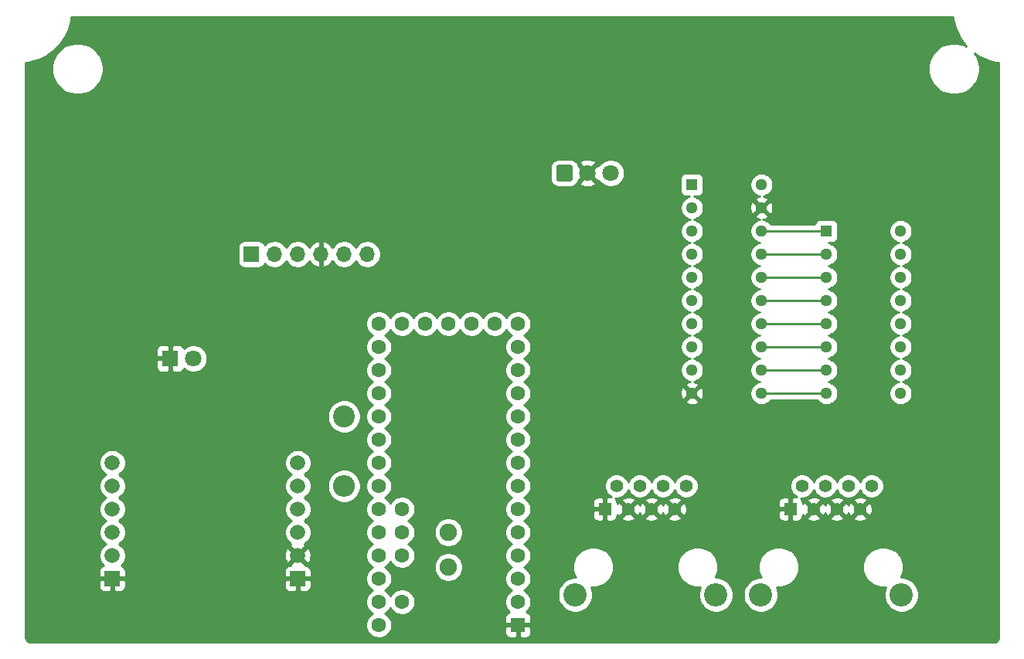
<source format=gbr>
G04 #@! TF.GenerationSoftware,KiCad,Pcbnew,(5.1.5-0-10_14)*
G04 #@! TF.CreationDate,2020-01-09T16:24:32-05:00*
G04 #@! TF.ProjectId,branchControllerPCB,6272616e-6368-4436-9f6e-74726f6c6c65,rev?*
G04 #@! TF.SameCoordinates,Original*
G04 #@! TF.FileFunction,Copper,L1,Top*
G04 #@! TF.FilePolarity,Positive*
%FSLAX46Y46*%
G04 Gerber Fmt 4.6, Leading zero omitted, Abs format (unit mm)*
G04 Created by KiCad (PCBNEW (5.1.5-0-10_14)) date 2020-01-09 16:24:32*
%MOMM*%
%LPD*%
G04 APERTURE LIST*
%ADD10O,1.700000X1.700000*%
%ADD11R,1.700000X1.700000*%
%ADD12C,1.600000*%
%ADD13R,1.600000X1.600000*%
%ADD14C,1.900000*%
%ADD15R,1.665000X1.665000*%
%ADD16C,1.665000*%
%ADD17C,1.800000*%
%ADD18C,0.100000*%
%ADD19R,1.295400X1.295400*%
%ADD20C,1.295400*%
%ADD21O,2.400000X2.400000*%
%ADD22C,2.400000*%
%ADD23C,1.408000*%
%ADD24R,1.408000X1.408000*%
%ADD25C,2.550000*%
%ADD26R,1.800000X1.800000*%
%ADD27C,0.250000*%
%ADD28C,0.254000*%
G04 APERTURE END LIST*
D10*
X179070000Y-96520000D03*
X176530000Y-96520000D03*
X173990000Y-96520000D03*
X171450000Y-96520000D03*
X168910000Y-96520000D03*
D11*
X166370000Y-96520000D03*
D12*
X187960000Y-104140000D03*
X185420000Y-104140000D03*
X182880000Y-104140000D03*
X180340000Y-104140000D03*
X190500000Y-104140000D03*
X193040000Y-104140000D03*
X195580000Y-104140000D03*
X180340000Y-106680000D03*
X180340000Y-109220000D03*
X180340000Y-111760000D03*
X180340000Y-114300000D03*
X180340000Y-116840000D03*
X180340000Y-119380000D03*
X180340000Y-121920000D03*
X180340000Y-124460000D03*
X180340000Y-127000000D03*
X180340000Y-129540000D03*
X180340000Y-132080000D03*
X180340000Y-134620000D03*
X180340000Y-137160000D03*
X182880000Y-134620000D03*
X182880000Y-129540000D03*
X182880000Y-127000000D03*
X182880000Y-124460000D03*
X195580000Y-106680000D03*
X195580000Y-109220000D03*
X195580000Y-111760000D03*
X195580000Y-114300000D03*
X195580000Y-116840000D03*
X195580000Y-119380000D03*
X195580000Y-121920000D03*
X195580000Y-124460000D03*
X195580000Y-127000000D03*
X195580000Y-129540000D03*
X195580000Y-132080000D03*
X195580000Y-134620000D03*
D13*
X195580000Y-137160000D03*
D14*
X187960000Y-127000000D03*
X187960000Y-130810000D03*
D15*
X171450000Y-132080000D03*
D16*
X171450000Y-129540000D03*
X171450000Y-127000000D03*
X171450000Y-124460000D03*
X171450000Y-121920000D03*
X171450000Y-119380000D03*
D15*
X151130000Y-132080000D03*
D16*
X151130000Y-129540000D03*
X151130000Y-127000000D03*
X151130000Y-124460000D03*
X151130000Y-121920000D03*
X151130000Y-119380000D03*
D17*
X205740000Y-87630000D03*
X203200000Y-87630000D03*
G04 #@! TA.AperFunction,ComponentPad*
D18*
G36*
X201335947Y-86731196D02*
G01*
X201360060Y-86734773D01*
X201383707Y-86740696D01*
X201406659Y-86748908D01*
X201428695Y-86759331D01*
X201449604Y-86771863D01*
X201469183Y-86786384D01*
X201487245Y-86802755D01*
X201503616Y-86820817D01*
X201518137Y-86840396D01*
X201530669Y-86861305D01*
X201541092Y-86883341D01*
X201549304Y-86906293D01*
X201555227Y-86929940D01*
X201558804Y-86954053D01*
X201560000Y-86978400D01*
X201560000Y-88281600D01*
X201558804Y-88305947D01*
X201555227Y-88330060D01*
X201549304Y-88353707D01*
X201541092Y-88376659D01*
X201530669Y-88398695D01*
X201518137Y-88419604D01*
X201503616Y-88439183D01*
X201487245Y-88457245D01*
X201469183Y-88473616D01*
X201449604Y-88488137D01*
X201428695Y-88500669D01*
X201406659Y-88511092D01*
X201383707Y-88519304D01*
X201360060Y-88525227D01*
X201335947Y-88528804D01*
X201311600Y-88530000D01*
X200008400Y-88530000D01*
X199984053Y-88528804D01*
X199959940Y-88525227D01*
X199936293Y-88519304D01*
X199913341Y-88511092D01*
X199891305Y-88500669D01*
X199870396Y-88488137D01*
X199850817Y-88473616D01*
X199832755Y-88457245D01*
X199816384Y-88439183D01*
X199801863Y-88419604D01*
X199789331Y-88398695D01*
X199778908Y-88376659D01*
X199770696Y-88353707D01*
X199764773Y-88330060D01*
X199761196Y-88305947D01*
X199760000Y-88281600D01*
X199760000Y-86978400D01*
X199761196Y-86954053D01*
X199764773Y-86929940D01*
X199770696Y-86906293D01*
X199778908Y-86883341D01*
X199789331Y-86861305D01*
X199801863Y-86840396D01*
X199816384Y-86820817D01*
X199832755Y-86802755D01*
X199850817Y-86786384D01*
X199870396Y-86771863D01*
X199891305Y-86759331D01*
X199913341Y-86748908D01*
X199936293Y-86740696D01*
X199959940Y-86734773D01*
X199984053Y-86731196D01*
X200008400Y-86730000D01*
X201311600Y-86730000D01*
X201335947Y-86731196D01*
G37*
G04 #@! TD.AperFunction*
D19*
X214630000Y-88900000D03*
D20*
X214630000Y-91440000D03*
X214630000Y-93980000D03*
X214630000Y-96520000D03*
X214630000Y-99060000D03*
X214630000Y-101600000D03*
X214630000Y-104140000D03*
X214630000Y-106680000D03*
X214630000Y-109220000D03*
X214630000Y-111760000D03*
X222250000Y-111760000D03*
X222250000Y-109220000D03*
X222250000Y-106680000D03*
X222250000Y-104140000D03*
X222250000Y-101600000D03*
X222250000Y-99060000D03*
X222250000Y-96520000D03*
X222250000Y-93980000D03*
X222250000Y-91440000D03*
X222250000Y-88900000D03*
D19*
X229362000Y-93980000D03*
D20*
X229362000Y-96520000D03*
X229362000Y-99060000D03*
X229362000Y-101600000D03*
X229362000Y-104140000D03*
X229362000Y-106680000D03*
X229362000Y-109220000D03*
X229362000Y-111760000D03*
X237490000Y-111760000D03*
X237490000Y-109220000D03*
X237490000Y-106680000D03*
X237490000Y-104140000D03*
X237490000Y-101600000D03*
X237490000Y-99060000D03*
X237490000Y-96520000D03*
X237490000Y-93980000D03*
D21*
X176530000Y-121920000D03*
D22*
X176530000Y-114300000D03*
D23*
X231775000Y-121920000D03*
X229235000Y-121920000D03*
X226695000Y-121920000D03*
X230505000Y-124460000D03*
X227965000Y-124460000D03*
D24*
X225425000Y-124460000D03*
D23*
X233045000Y-124460000D03*
X234315000Y-121920000D03*
D25*
X222155000Y-133860000D03*
X237585000Y-133860000D03*
X217265000Y-133860000D03*
X201835000Y-133860000D03*
D23*
X213995000Y-121920000D03*
X212725000Y-124460000D03*
D24*
X205105000Y-124460000D03*
D23*
X207645000Y-124460000D03*
X210185000Y-124460000D03*
X206375000Y-121920000D03*
X208915000Y-121920000D03*
X211455000Y-121920000D03*
D17*
X160020000Y-107950000D03*
D26*
X157480000Y-107950000D03*
D27*
X222250000Y-93980000D02*
X229362000Y-93980000D01*
X222250000Y-96520000D02*
X229362000Y-96520000D01*
X222250000Y-99060000D02*
X229362000Y-99060000D01*
X222250000Y-101600000D02*
X229362000Y-101600000D01*
X222250000Y-104140000D02*
X229362000Y-104140000D01*
X222250000Y-106680000D02*
X229362000Y-106680000D01*
X222250000Y-109220000D02*
X229362000Y-109220000D01*
X222250000Y-111760000D02*
X229362000Y-111760000D01*
D28*
G36*
X243236269Y-70640439D02*
G01*
X243238788Y-70655819D01*
X243239277Y-70671391D01*
X243252733Y-70746175D01*
X243463572Y-71624386D01*
X243470194Y-71644062D01*
X243474512Y-71664379D01*
X243500992Y-71735580D01*
X243500998Y-71735598D01*
X243500999Y-71735599D01*
X243864025Y-72562595D01*
X243874029Y-72580793D01*
X243881875Y-72600018D01*
X243920554Y-72665421D01*
X244424291Y-73415060D01*
X244437356Y-73431194D01*
X244448485Y-73448730D01*
X244498135Y-73506250D01*
X244704166Y-73718858D01*
X244670295Y-73696226D01*
X244156118Y-73483246D01*
X243610271Y-73374671D01*
X243053729Y-73374671D01*
X242507882Y-73483246D01*
X241993705Y-73696226D01*
X241530957Y-74005423D01*
X241137423Y-74398957D01*
X240828226Y-74861705D01*
X240615246Y-75375882D01*
X240506671Y-75921729D01*
X240506671Y-76478271D01*
X240615246Y-77024118D01*
X240828226Y-77538295D01*
X241137423Y-78001043D01*
X241530957Y-78394577D01*
X241993705Y-78703774D01*
X242507882Y-78916754D01*
X243053729Y-79025329D01*
X243610271Y-79025329D01*
X244156118Y-78916754D01*
X244670295Y-78703774D01*
X245133043Y-78394577D01*
X245526577Y-78001043D01*
X245835774Y-77538295D01*
X246048754Y-77024118D01*
X246157329Y-76478271D01*
X246157329Y-75921729D01*
X246048754Y-75375882D01*
X245835774Y-74861705D01*
X245598674Y-74506859D01*
X245948933Y-74758544D01*
X245966804Y-74769113D01*
X245983346Y-74781669D01*
X246049932Y-74818275D01*
X246865116Y-75207099D01*
X246884579Y-75214337D01*
X246903082Y-75223765D01*
X246975087Y-75247997D01*
X246975097Y-75248001D01*
X246975100Y-75248002D01*
X247846254Y-75486322D01*
X247866691Y-75489999D01*
X247886570Y-75496001D01*
X247961740Y-75507101D01*
X248260000Y-75533720D01*
X248260001Y-138397711D01*
X248245278Y-138547869D01*
X248211047Y-138661246D01*
X248155446Y-138765817D01*
X248080594Y-138857595D01*
X247989335Y-138933091D01*
X247885160Y-138989419D01*
X247772024Y-139024440D01*
X247623979Y-139040000D01*
X142272279Y-139040000D01*
X142122131Y-139025278D01*
X142008754Y-138991047D01*
X141904183Y-138935446D01*
X141812405Y-138860594D01*
X141736909Y-138769335D01*
X141680581Y-138665160D01*
X141645560Y-138552024D01*
X141630000Y-138403979D01*
X141630000Y-132912500D01*
X149659428Y-132912500D01*
X149671688Y-133036982D01*
X149707998Y-133156680D01*
X149766963Y-133266994D01*
X149846315Y-133363685D01*
X149943006Y-133443037D01*
X150053320Y-133502002D01*
X150173018Y-133538312D01*
X150297500Y-133550572D01*
X150844250Y-133547500D01*
X151003000Y-133388750D01*
X151003000Y-132207000D01*
X151257000Y-132207000D01*
X151257000Y-133388750D01*
X151415750Y-133547500D01*
X151962500Y-133550572D01*
X152086982Y-133538312D01*
X152206680Y-133502002D01*
X152316994Y-133443037D01*
X152413685Y-133363685D01*
X152493037Y-133266994D01*
X152552002Y-133156680D01*
X152588312Y-133036982D01*
X152600572Y-132912500D01*
X169979428Y-132912500D01*
X169991688Y-133036982D01*
X170027998Y-133156680D01*
X170086963Y-133266994D01*
X170166315Y-133363685D01*
X170263006Y-133443037D01*
X170373320Y-133502002D01*
X170493018Y-133538312D01*
X170617500Y-133550572D01*
X171164250Y-133547500D01*
X171323000Y-133388750D01*
X171323000Y-132207000D01*
X171577000Y-132207000D01*
X171577000Y-133388750D01*
X171735750Y-133547500D01*
X172282500Y-133550572D01*
X172406982Y-133538312D01*
X172526680Y-133502002D01*
X172636994Y-133443037D01*
X172733685Y-133363685D01*
X172813037Y-133266994D01*
X172872002Y-133156680D01*
X172908312Y-133036982D01*
X172920572Y-132912500D01*
X172917500Y-132365750D01*
X172758750Y-132207000D01*
X171577000Y-132207000D01*
X171323000Y-132207000D01*
X170141250Y-132207000D01*
X169982500Y-132365750D01*
X169979428Y-132912500D01*
X152600572Y-132912500D01*
X152597500Y-132365750D01*
X152438750Y-132207000D01*
X151257000Y-132207000D01*
X151003000Y-132207000D01*
X149821250Y-132207000D01*
X149662500Y-132365750D01*
X149659428Y-132912500D01*
X141630000Y-132912500D01*
X141630000Y-131247500D01*
X149659428Y-131247500D01*
X149662500Y-131794250D01*
X149821250Y-131953000D01*
X151003000Y-131953000D01*
X151003000Y-131933000D01*
X151257000Y-131933000D01*
X151257000Y-131953000D01*
X152438750Y-131953000D01*
X152597500Y-131794250D01*
X152600572Y-131247500D01*
X169979428Y-131247500D01*
X169982500Y-131794250D01*
X170141250Y-131953000D01*
X171323000Y-131953000D01*
X171323000Y-131933000D01*
X171577000Y-131933000D01*
X171577000Y-131953000D01*
X172758750Y-131953000D01*
X172917500Y-131794250D01*
X172920572Y-131247500D01*
X172908312Y-131123018D01*
X172872002Y-131003320D01*
X172813037Y-130893006D01*
X172733685Y-130796315D01*
X172636994Y-130716963D01*
X172526680Y-130657998D01*
X172406982Y-130621688D01*
X172282500Y-130609428D01*
X172269935Y-130609499D01*
X172286301Y-130555906D01*
X171450000Y-129719605D01*
X170613699Y-130555906D01*
X170630065Y-130609499D01*
X170617500Y-130609428D01*
X170493018Y-130621688D01*
X170373320Y-130657998D01*
X170263006Y-130716963D01*
X170166315Y-130796315D01*
X170086963Y-130893006D01*
X170027998Y-131003320D01*
X169991688Y-131123018D01*
X169979428Y-131247500D01*
X152600572Y-131247500D01*
X152588312Y-131123018D01*
X152552002Y-131003320D01*
X152493037Y-130893006D01*
X152413685Y-130796315D01*
X152316994Y-130716963D01*
X152206680Y-130657998D01*
X152115132Y-130630227D01*
X152269882Y-130475477D01*
X152430482Y-130235122D01*
X152541105Y-129968054D01*
X152597500Y-129684536D01*
X152597500Y-129609226D01*
X169977026Y-129609226D01*
X170018834Y-129895259D01*
X170115641Y-130167639D01*
X170186807Y-130300783D01*
X170434094Y-130376301D01*
X171270395Y-129540000D01*
X171629605Y-129540000D01*
X172465906Y-130376301D01*
X172713193Y-130300783D01*
X172837343Y-130039727D01*
X172908177Y-129759468D01*
X172922974Y-129470774D01*
X172881166Y-129184741D01*
X172784359Y-128912361D01*
X172713193Y-128779217D01*
X172465906Y-128703699D01*
X171629605Y-129540000D01*
X171270395Y-129540000D01*
X170434094Y-128703699D01*
X170186807Y-128779217D01*
X170062657Y-129040273D01*
X169991823Y-129320532D01*
X169977026Y-129609226D01*
X152597500Y-129609226D01*
X152597500Y-129395464D01*
X152541105Y-129111946D01*
X152430482Y-128844878D01*
X152269882Y-128604523D01*
X152065477Y-128400118D01*
X151870742Y-128270000D01*
X152065477Y-128139882D01*
X152269882Y-127935477D01*
X152430482Y-127695122D01*
X152541105Y-127428054D01*
X152597500Y-127144536D01*
X152597500Y-126855464D01*
X152541105Y-126571946D01*
X152430482Y-126304878D01*
X152269882Y-126064523D01*
X152065477Y-125860118D01*
X151870742Y-125730000D01*
X152065477Y-125599882D01*
X152269882Y-125395477D01*
X152430482Y-125155122D01*
X152541105Y-124888054D01*
X152597500Y-124604536D01*
X152597500Y-124315464D01*
X152541105Y-124031946D01*
X152430482Y-123764878D01*
X152269882Y-123524523D01*
X152065477Y-123320118D01*
X151870742Y-123190000D01*
X152065477Y-123059882D01*
X152269882Y-122855477D01*
X152430482Y-122615122D01*
X152541105Y-122348054D01*
X152597500Y-122064536D01*
X152597500Y-121775464D01*
X152541105Y-121491946D01*
X152430482Y-121224878D01*
X152269882Y-120984523D01*
X152065477Y-120780118D01*
X151870742Y-120650000D01*
X152065477Y-120519882D01*
X152269882Y-120315477D01*
X152430482Y-120075122D01*
X152541105Y-119808054D01*
X152597500Y-119524536D01*
X152597500Y-119235464D01*
X169982500Y-119235464D01*
X169982500Y-119524536D01*
X170038895Y-119808054D01*
X170149518Y-120075122D01*
X170310118Y-120315477D01*
X170514523Y-120519882D01*
X170709258Y-120650000D01*
X170514523Y-120780118D01*
X170310118Y-120984523D01*
X170149518Y-121224878D01*
X170038895Y-121491946D01*
X169982500Y-121775464D01*
X169982500Y-122064536D01*
X170038895Y-122348054D01*
X170149518Y-122615122D01*
X170310118Y-122855477D01*
X170514523Y-123059882D01*
X170709258Y-123190000D01*
X170514523Y-123320118D01*
X170310118Y-123524523D01*
X170149518Y-123764878D01*
X170038895Y-124031946D01*
X169982500Y-124315464D01*
X169982500Y-124604536D01*
X170038895Y-124888054D01*
X170149518Y-125155122D01*
X170310118Y-125395477D01*
X170514523Y-125599882D01*
X170709258Y-125730000D01*
X170514523Y-125860118D01*
X170310118Y-126064523D01*
X170149518Y-126304878D01*
X170038895Y-126571946D01*
X169982500Y-126855464D01*
X169982500Y-127144536D01*
X170038895Y-127428054D01*
X170149518Y-127695122D01*
X170310118Y-127935477D01*
X170514523Y-128139882D01*
X170706011Y-128267830D01*
X170689217Y-128276807D01*
X170613699Y-128524094D01*
X171450000Y-129360395D01*
X172286301Y-128524094D01*
X172210783Y-128276807D01*
X172193123Y-128268409D01*
X172385477Y-128139882D01*
X172589882Y-127935477D01*
X172750482Y-127695122D01*
X172861105Y-127428054D01*
X172917500Y-127144536D01*
X172917500Y-126855464D01*
X172861105Y-126571946D01*
X172750482Y-126304878D01*
X172589882Y-126064523D01*
X172385477Y-125860118D01*
X172190742Y-125730000D01*
X172385477Y-125599882D01*
X172589882Y-125395477D01*
X172750482Y-125155122D01*
X172861105Y-124888054D01*
X172917500Y-124604536D01*
X172917500Y-124315464D01*
X172861105Y-124031946D01*
X172750482Y-123764878D01*
X172589882Y-123524523D01*
X172385477Y-123320118D01*
X172190742Y-123190000D01*
X172385477Y-123059882D01*
X172589882Y-122855477D01*
X172750482Y-122615122D01*
X172861105Y-122348054D01*
X172917500Y-122064536D01*
X172917500Y-121775464D01*
X172910301Y-121739268D01*
X174695000Y-121739268D01*
X174695000Y-122100732D01*
X174765518Y-122455250D01*
X174903844Y-122789199D01*
X175104662Y-123089744D01*
X175360256Y-123345338D01*
X175660801Y-123546156D01*
X175994750Y-123684482D01*
X176349268Y-123755000D01*
X176710732Y-123755000D01*
X177065250Y-123684482D01*
X177399199Y-123546156D01*
X177699744Y-123345338D01*
X177955338Y-123089744D01*
X178156156Y-122789199D01*
X178294482Y-122455250D01*
X178365000Y-122100732D01*
X178365000Y-121739268D01*
X178294482Y-121384750D01*
X178156156Y-121050801D01*
X177955338Y-120750256D01*
X177699744Y-120494662D01*
X177399199Y-120293844D01*
X177065250Y-120155518D01*
X176710732Y-120085000D01*
X176349268Y-120085000D01*
X175994750Y-120155518D01*
X175660801Y-120293844D01*
X175360256Y-120494662D01*
X175104662Y-120750256D01*
X174903844Y-121050801D01*
X174765518Y-121384750D01*
X174695000Y-121739268D01*
X172910301Y-121739268D01*
X172861105Y-121491946D01*
X172750482Y-121224878D01*
X172589882Y-120984523D01*
X172385477Y-120780118D01*
X172190742Y-120650000D01*
X172385477Y-120519882D01*
X172589882Y-120315477D01*
X172750482Y-120075122D01*
X172861105Y-119808054D01*
X172917500Y-119524536D01*
X172917500Y-119235464D01*
X172861105Y-118951946D01*
X172750482Y-118684878D01*
X172589882Y-118444523D01*
X172385477Y-118240118D01*
X172145122Y-118079518D01*
X171878054Y-117968895D01*
X171594536Y-117912500D01*
X171305464Y-117912500D01*
X171021946Y-117968895D01*
X170754878Y-118079518D01*
X170514523Y-118240118D01*
X170310118Y-118444523D01*
X170149518Y-118684878D01*
X170038895Y-118951946D01*
X169982500Y-119235464D01*
X152597500Y-119235464D01*
X152541105Y-118951946D01*
X152430482Y-118684878D01*
X152269882Y-118444523D01*
X152065477Y-118240118D01*
X151825122Y-118079518D01*
X151558054Y-117968895D01*
X151274536Y-117912500D01*
X150985464Y-117912500D01*
X150701946Y-117968895D01*
X150434878Y-118079518D01*
X150194523Y-118240118D01*
X149990118Y-118444523D01*
X149829518Y-118684878D01*
X149718895Y-118951946D01*
X149662500Y-119235464D01*
X149662500Y-119524536D01*
X149718895Y-119808054D01*
X149829518Y-120075122D01*
X149990118Y-120315477D01*
X150194523Y-120519882D01*
X150389258Y-120650000D01*
X150194523Y-120780118D01*
X149990118Y-120984523D01*
X149829518Y-121224878D01*
X149718895Y-121491946D01*
X149662500Y-121775464D01*
X149662500Y-122064536D01*
X149718895Y-122348054D01*
X149829518Y-122615122D01*
X149990118Y-122855477D01*
X150194523Y-123059882D01*
X150389258Y-123190000D01*
X150194523Y-123320118D01*
X149990118Y-123524523D01*
X149829518Y-123764878D01*
X149718895Y-124031946D01*
X149662500Y-124315464D01*
X149662500Y-124604536D01*
X149718895Y-124888054D01*
X149829518Y-125155122D01*
X149990118Y-125395477D01*
X150194523Y-125599882D01*
X150389258Y-125730000D01*
X150194523Y-125860118D01*
X149990118Y-126064523D01*
X149829518Y-126304878D01*
X149718895Y-126571946D01*
X149662500Y-126855464D01*
X149662500Y-127144536D01*
X149718895Y-127428054D01*
X149829518Y-127695122D01*
X149990118Y-127935477D01*
X150194523Y-128139882D01*
X150389258Y-128270000D01*
X150194523Y-128400118D01*
X149990118Y-128604523D01*
X149829518Y-128844878D01*
X149718895Y-129111946D01*
X149662500Y-129395464D01*
X149662500Y-129684536D01*
X149718895Y-129968054D01*
X149829518Y-130235122D01*
X149990118Y-130475477D01*
X150144868Y-130630227D01*
X150053320Y-130657998D01*
X149943006Y-130716963D01*
X149846315Y-130796315D01*
X149766963Y-130893006D01*
X149707998Y-131003320D01*
X149671688Y-131123018D01*
X149659428Y-131247500D01*
X141630000Y-131247500D01*
X141630000Y-114119268D01*
X174695000Y-114119268D01*
X174695000Y-114480732D01*
X174765518Y-114835250D01*
X174903844Y-115169199D01*
X175104662Y-115469744D01*
X175360256Y-115725338D01*
X175660801Y-115926156D01*
X175994750Y-116064482D01*
X176349268Y-116135000D01*
X176710732Y-116135000D01*
X177065250Y-116064482D01*
X177399199Y-115926156D01*
X177699744Y-115725338D01*
X177955338Y-115469744D01*
X178156156Y-115169199D01*
X178294482Y-114835250D01*
X178365000Y-114480732D01*
X178365000Y-114119268D01*
X178294482Y-113764750D01*
X178156156Y-113430801D01*
X177955338Y-113130256D01*
X177699744Y-112874662D01*
X177399199Y-112673844D01*
X177065250Y-112535518D01*
X176710732Y-112465000D01*
X176349268Y-112465000D01*
X175994750Y-112535518D01*
X175660801Y-112673844D01*
X175360256Y-112874662D01*
X175104662Y-113130256D01*
X174903844Y-113430801D01*
X174765518Y-113764750D01*
X174695000Y-114119268D01*
X141630000Y-114119268D01*
X141630000Y-108850000D01*
X155941928Y-108850000D01*
X155954188Y-108974482D01*
X155990498Y-109094180D01*
X156049463Y-109204494D01*
X156128815Y-109301185D01*
X156225506Y-109380537D01*
X156335820Y-109439502D01*
X156455518Y-109475812D01*
X156580000Y-109488072D01*
X157194250Y-109485000D01*
X157353000Y-109326250D01*
X157353000Y-108077000D01*
X156103750Y-108077000D01*
X155945000Y-108235750D01*
X155941928Y-108850000D01*
X141630000Y-108850000D01*
X141630000Y-107050000D01*
X155941928Y-107050000D01*
X155945000Y-107664250D01*
X156103750Y-107823000D01*
X157353000Y-107823000D01*
X157353000Y-106573750D01*
X157607000Y-106573750D01*
X157607000Y-107823000D01*
X157627000Y-107823000D01*
X157627000Y-108077000D01*
X157607000Y-108077000D01*
X157607000Y-109326250D01*
X157765750Y-109485000D01*
X158380000Y-109488072D01*
X158504482Y-109475812D01*
X158624180Y-109439502D01*
X158734494Y-109380537D01*
X158831185Y-109301185D01*
X158910537Y-109204494D01*
X158969502Y-109094180D01*
X158975056Y-109075873D01*
X159041495Y-109142312D01*
X159292905Y-109310299D01*
X159572257Y-109426011D01*
X159868816Y-109485000D01*
X160171184Y-109485000D01*
X160467743Y-109426011D01*
X160747095Y-109310299D01*
X160998505Y-109142312D01*
X161212312Y-108928505D01*
X161380299Y-108677095D01*
X161496011Y-108397743D01*
X161555000Y-108101184D01*
X161555000Y-107798816D01*
X161496011Y-107502257D01*
X161380299Y-107222905D01*
X161212312Y-106971495D01*
X160998505Y-106757688D01*
X160747095Y-106589701D01*
X160467743Y-106473989D01*
X160171184Y-106415000D01*
X159868816Y-106415000D01*
X159572257Y-106473989D01*
X159292905Y-106589701D01*
X159041495Y-106757688D01*
X158975056Y-106824127D01*
X158969502Y-106805820D01*
X158910537Y-106695506D01*
X158831185Y-106598815D01*
X158734494Y-106519463D01*
X158624180Y-106460498D01*
X158504482Y-106424188D01*
X158380000Y-106411928D01*
X157765750Y-106415000D01*
X157607000Y-106573750D01*
X157353000Y-106573750D01*
X157194250Y-106415000D01*
X156580000Y-106411928D01*
X156455518Y-106424188D01*
X156335820Y-106460498D01*
X156225506Y-106519463D01*
X156128815Y-106598815D01*
X156049463Y-106695506D01*
X155990498Y-106805820D01*
X155954188Y-106925518D01*
X155941928Y-107050000D01*
X141630000Y-107050000D01*
X141630000Y-103998665D01*
X178905000Y-103998665D01*
X178905000Y-104281335D01*
X178960147Y-104558574D01*
X179068320Y-104819727D01*
X179225363Y-105054759D01*
X179425241Y-105254637D01*
X179657759Y-105410000D01*
X179425241Y-105565363D01*
X179225363Y-105765241D01*
X179068320Y-106000273D01*
X178960147Y-106261426D01*
X178905000Y-106538665D01*
X178905000Y-106821335D01*
X178960147Y-107098574D01*
X179068320Y-107359727D01*
X179225363Y-107594759D01*
X179425241Y-107794637D01*
X179657759Y-107950000D01*
X179425241Y-108105363D01*
X179225363Y-108305241D01*
X179068320Y-108540273D01*
X178960147Y-108801426D01*
X178905000Y-109078665D01*
X178905000Y-109361335D01*
X178960147Y-109638574D01*
X179068320Y-109899727D01*
X179225363Y-110134759D01*
X179425241Y-110334637D01*
X179657759Y-110490000D01*
X179425241Y-110645363D01*
X179225363Y-110845241D01*
X179068320Y-111080273D01*
X178960147Y-111341426D01*
X178905000Y-111618665D01*
X178905000Y-111901335D01*
X178960147Y-112178574D01*
X179068320Y-112439727D01*
X179225363Y-112674759D01*
X179425241Y-112874637D01*
X179657759Y-113030000D01*
X179425241Y-113185363D01*
X179225363Y-113385241D01*
X179068320Y-113620273D01*
X178960147Y-113881426D01*
X178905000Y-114158665D01*
X178905000Y-114441335D01*
X178960147Y-114718574D01*
X179068320Y-114979727D01*
X179225363Y-115214759D01*
X179425241Y-115414637D01*
X179657759Y-115570000D01*
X179425241Y-115725363D01*
X179225363Y-115925241D01*
X179068320Y-116160273D01*
X178960147Y-116421426D01*
X178905000Y-116698665D01*
X178905000Y-116981335D01*
X178960147Y-117258574D01*
X179068320Y-117519727D01*
X179225363Y-117754759D01*
X179425241Y-117954637D01*
X179657759Y-118110000D01*
X179425241Y-118265363D01*
X179225363Y-118465241D01*
X179068320Y-118700273D01*
X178960147Y-118961426D01*
X178905000Y-119238665D01*
X178905000Y-119521335D01*
X178960147Y-119798574D01*
X179068320Y-120059727D01*
X179225363Y-120294759D01*
X179425241Y-120494637D01*
X179657759Y-120650000D01*
X179425241Y-120805363D01*
X179225363Y-121005241D01*
X179068320Y-121240273D01*
X178960147Y-121501426D01*
X178905000Y-121778665D01*
X178905000Y-122061335D01*
X178960147Y-122338574D01*
X179068320Y-122599727D01*
X179225363Y-122834759D01*
X179425241Y-123034637D01*
X179657759Y-123190000D01*
X179425241Y-123345363D01*
X179225363Y-123545241D01*
X179068320Y-123780273D01*
X178960147Y-124041426D01*
X178905000Y-124318665D01*
X178905000Y-124601335D01*
X178960147Y-124878574D01*
X179068320Y-125139727D01*
X179225363Y-125374759D01*
X179425241Y-125574637D01*
X179657759Y-125730000D01*
X179425241Y-125885363D01*
X179225363Y-126085241D01*
X179068320Y-126320273D01*
X178960147Y-126581426D01*
X178905000Y-126858665D01*
X178905000Y-127141335D01*
X178960147Y-127418574D01*
X179068320Y-127679727D01*
X179225363Y-127914759D01*
X179425241Y-128114637D01*
X179657759Y-128270000D01*
X179425241Y-128425363D01*
X179225363Y-128625241D01*
X179068320Y-128860273D01*
X178960147Y-129121426D01*
X178905000Y-129398665D01*
X178905000Y-129681335D01*
X178960147Y-129958574D01*
X179068320Y-130219727D01*
X179225363Y-130454759D01*
X179425241Y-130654637D01*
X179657759Y-130810000D01*
X179425241Y-130965363D01*
X179225363Y-131165241D01*
X179068320Y-131400273D01*
X178960147Y-131661426D01*
X178905000Y-131938665D01*
X178905000Y-132221335D01*
X178960147Y-132498574D01*
X179068320Y-132759727D01*
X179225363Y-132994759D01*
X179425241Y-133194637D01*
X179657759Y-133350000D01*
X179425241Y-133505363D01*
X179225363Y-133705241D01*
X179068320Y-133940273D01*
X178960147Y-134201426D01*
X178905000Y-134478665D01*
X178905000Y-134761335D01*
X178960147Y-135038574D01*
X179068320Y-135299727D01*
X179225363Y-135534759D01*
X179425241Y-135734637D01*
X179657759Y-135890000D01*
X179425241Y-136045363D01*
X179225363Y-136245241D01*
X179068320Y-136480273D01*
X178960147Y-136741426D01*
X178905000Y-137018665D01*
X178905000Y-137301335D01*
X178960147Y-137578574D01*
X179068320Y-137839727D01*
X179225363Y-138074759D01*
X179425241Y-138274637D01*
X179660273Y-138431680D01*
X179921426Y-138539853D01*
X180198665Y-138595000D01*
X180481335Y-138595000D01*
X180758574Y-138539853D01*
X181019727Y-138431680D01*
X181254759Y-138274637D01*
X181454637Y-138074759D01*
X181531316Y-137960000D01*
X194141928Y-137960000D01*
X194154188Y-138084482D01*
X194190498Y-138204180D01*
X194249463Y-138314494D01*
X194328815Y-138411185D01*
X194425506Y-138490537D01*
X194535820Y-138549502D01*
X194655518Y-138585812D01*
X194780000Y-138598072D01*
X195294250Y-138595000D01*
X195453000Y-138436250D01*
X195453000Y-137287000D01*
X195707000Y-137287000D01*
X195707000Y-138436250D01*
X195865750Y-138595000D01*
X196380000Y-138598072D01*
X196504482Y-138585812D01*
X196624180Y-138549502D01*
X196734494Y-138490537D01*
X196831185Y-138411185D01*
X196910537Y-138314494D01*
X196969502Y-138204180D01*
X197005812Y-138084482D01*
X197018072Y-137960000D01*
X197015000Y-137445750D01*
X196856250Y-137287000D01*
X195707000Y-137287000D01*
X195453000Y-137287000D01*
X194303750Y-137287000D01*
X194145000Y-137445750D01*
X194141928Y-137960000D01*
X181531316Y-137960000D01*
X181611680Y-137839727D01*
X181719853Y-137578574D01*
X181775000Y-137301335D01*
X181775000Y-137018665D01*
X181719853Y-136741426D01*
X181611680Y-136480273D01*
X181454637Y-136245241D01*
X181254759Y-136045363D01*
X181022241Y-135890000D01*
X181254759Y-135734637D01*
X181454637Y-135534759D01*
X181610000Y-135302241D01*
X181765363Y-135534759D01*
X181965241Y-135734637D01*
X182200273Y-135891680D01*
X182461426Y-135999853D01*
X182738665Y-136055000D01*
X183021335Y-136055000D01*
X183298574Y-135999853D01*
X183559727Y-135891680D01*
X183794759Y-135734637D01*
X183994637Y-135534759D01*
X184151680Y-135299727D01*
X184259853Y-135038574D01*
X184315000Y-134761335D01*
X184315000Y-134478665D01*
X184259853Y-134201426D01*
X184151680Y-133940273D01*
X183994637Y-133705241D01*
X183794759Y-133505363D01*
X183559727Y-133348320D01*
X183298574Y-133240147D01*
X183021335Y-133185000D01*
X182738665Y-133185000D01*
X182461426Y-133240147D01*
X182200273Y-133348320D01*
X181965241Y-133505363D01*
X181765363Y-133705241D01*
X181610000Y-133937759D01*
X181454637Y-133705241D01*
X181254759Y-133505363D01*
X181022241Y-133350000D01*
X181254759Y-133194637D01*
X181454637Y-132994759D01*
X181611680Y-132759727D01*
X181719853Y-132498574D01*
X181775000Y-132221335D01*
X181775000Y-131938665D01*
X181719853Y-131661426D01*
X181611680Y-131400273D01*
X181454637Y-131165241D01*
X181254759Y-130965363D01*
X181022241Y-130810000D01*
X181254759Y-130654637D01*
X181454637Y-130454759D01*
X181610000Y-130222241D01*
X181765363Y-130454759D01*
X181965241Y-130654637D01*
X182200273Y-130811680D01*
X182461426Y-130919853D01*
X182738665Y-130975000D01*
X183021335Y-130975000D01*
X183298574Y-130919853D01*
X183559727Y-130811680D01*
X183794759Y-130654637D01*
X183795505Y-130653891D01*
X186375000Y-130653891D01*
X186375000Y-130966109D01*
X186435911Y-131272327D01*
X186555391Y-131560779D01*
X186728850Y-131820379D01*
X186949621Y-132041150D01*
X187209221Y-132214609D01*
X187497673Y-132334089D01*
X187803891Y-132395000D01*
X188116109Y-132395000D01*
X188422327Y-132334089D01*
X188710779Y-132214609D01*
X188970379Y-132041150D01*
X189191150Y-131820379D01*
X189364609Y-131560779D01*
X189484089Y-131272327D01*
X189545000Y-130966109D01*
X189545000Y-130653891D01*
X189484089Y-130347673D01*
X189364609Y-130059221D01*
X189191150Y-129799621D01*
X188970379Y-129578850D01*
X188710779Y-129405391D01*
X188422327Y-129285911D01*
X188116109Y-129225000D01*
X187803891Y-129225000D01*
X187497673Y-129285911D01*
X187209221Y-129405391D01*
X186949621Y-129578850D01*
X186728850Y-129799621D01*
X186555391Y-130059221D01*
X186435911Y-130347673D01*
X186375000Y-130653891D01*
X183795505Y-130653891D01*
X183994637Y-130454759D01*
X184151680Y-130219727D01*
X184259853Y-129958574D01*
X184315000Y-129681335D01*
X184315000Y-129398665D01*
X184259853Y-129121426D01*
X184151680Y-128860273D01*
X183994637Y-128625241D01*
X183794759Y-128425363D01*
X183562241Y-128270000D01*
X183794759Y-128114637D01*
X183994637Y-127914759D01*
X184151680Y-127679727D01*
X184259853Y-127418574D01*
X184315000Y-127141335D01*
X184315000Y-126858665D01*
X184312062Y-126843891D01*
X186375000Y-126843891D01*
X186375000Y-127156109D01*
X186435911Y-127462327D01*
X186555391Y-127750779D01*
X186728850Y-128010379D01*
X186949621Y-128231150D01*
X187209221Y-128404609D01*
X187497673Y-128524089D01*
X187803891Y-128585000D01*
X188116109Y-128585000D01*
X188422327Y-128524089D01*
X188710779Y-128404609D01*
X188970379Y-128231150D01*
X189191150Y-128010379D01*
X189364609Y-127750779D01*
X189484089Y-127462327D01*
X189545000Y-127156109D01*
X189545000Y-126843891D01*
X189484089Y-126537673D01*
X189364609Y-126249221D01*
X189191150Y-125989621D01*
X188970379Y-125768850D01*
X188710779Y-125595391D01*
X188422327Y-125475911D01*
X188116109Y-125415000D01*
X187803891Y-125415000D01*
X187497673Y-125475911D01*
X187209221Y-125595391D01*
X186949621Y-125768850D01*
X186728850Y-125989621D01*
X186555391Y-126249221D01*
X186435911Y-126537673D01*
X186375000Y-126843891D01*
X184312062Y-126843891D01*
X184259853Y-126581426D01*
X184151680Y-126320273D01*
X183994637Y-126085241D01*
X183794759Y-125885363D01*
X183562241Y-125730000D01*
X183794759Y-125574637D01*
X183994637Y-125374759D01*
X184151680Y-125139727D01*
X184259853Y-124878574D01*
X184315000Y-124601335D01*
X184315000Y-124318665D01*
X184259853Y-124041426D01*
X184151680Y-123780273D01*
X183994637Y-123545241D01*
X183794759Y-123345363D01*
X183559727Y-123188320D01*
X183298574Y-123080147D01*
X183021335Y-123025000D01*
X182738665Y-123025000D01*
X182461426Y-123080147D01*
X182200273Y-123188320D01*
X181965241Y-123345363D01*
X181765363Y-123545241D01*
X181610000Y-123777759D01*
X181454637Y-123545241D01*
X181254759Y-123345363D01*
X181022241Y-123190000D01*
X181254759Y-123034637D01*
X181454637Y-122834759D01*
X181611680Y-122599727D01*
X181719853Y-122338574D01*
X181775000Y-122061335D01*
X181775000Y-121778665D01*
X181719853Y-121501426D01*
X181611680Y-121240273D01*
X181454637Y-121005241D01*
X181254759Y-120805363D01*
X181022241Y-120650000D01*
X181254759Y-120494637D01*
X181454637Y-120294759D01*
X181611680Y-120059727D01*
X181719853Y-119798574D01*
X181775000Y-119521335D01*
X181775000Y-119238665D01*
X181719853Y-118961426D01*
X181611680Y-118700273D01*
X181454637Y-118465241D01*
X181254759Y-118265363D01*
X181022241Y-118110000D01*
X181254759Y-117954637D01*
X181454637Y-117754759D01*
X181611680Y-117519727D01*
X181719853Y-117258574D01*
X181775000Y-116981335D01*
X181775000Y-116698665D01*
X181719853Y-116421426D01*
X181611680Y-116160273D01*
X181454637Y-115925241D01*
X181254759Y-115725363D01*
X181022241Y-115570000D01*
X181254759Y-115414637D01*
X181454637Y-115214759D01*
X181611680Y-114979727D01*
X181719853Y-114718574D01*
X181775000Y-114441335D01*
X181775000Y-114158665D01*
X181719853Y-113881426D01*
X181611680Y-113620273D01*
X181454637Y-113385241D01*
X181254759Y-113185363D01*
X181022241Y-113030000D01*
X181254759Y-112874637D01*
X181454637Y-112674759D01*
X181611680Y-112439727D01*
X181719853Y-112178574D01*
X181775000Y-111901335D01*
X181775000Y-111618665D01*
X181719853Y-111341426D01*
X181611680Y-111080273D01*
X181454637Y-110845241D01*
X181254759Y-110645363D01*
X181022241Y-110490000D01*
X181254759Y-110334637D01*
X181454637Y-110134759D01*
X181611680Y-109899727D01*
X181719853Y-109638574D01*
X181775000Y-109361335D01*
X181775000Y-109078665D01*
X181719853Y-108801426D01*
X181611680Y-108540273D01*
X181454637Y-108305241D01*
X181254759Y-108105363D01*
X181022241Y-107950000D01*
X181254759Y-107794637D01*
X181454637Y-107594759D01*
X181611680Y-107359727D01*
X181719853Y-107098574D01*
X181775000Y-106821335D01*
X181775000Y-106538665D01*
X181719853Y-106261426D01*
X181611680Y-106000273D01*
X181454637Y-105765241D01*
X181254759Y-105565363D01*
X181022241Y-105410000D01*
X181254759Y-105254637D01*
X181454637Y-105054759D01*
X181610000Y-104822241D01*
X181765363Y-105054759D01*
X181965241Y-105254637D01*
X182200273Y-105411680D01*
X182461426Y-105519853D01*
X182738665Y-105575000D01*
X183021335Y-105575000D01*
X183298574Y-105519853D01*
X183559727Y-105411680D01*
X183794759Y-105254637D01*
X183994637Y-105054759D01*
X184150000Y-104822241D01*
X184305363Y-105054759D01*
X184505241Y-105254637D01*
X184740273Y-105411680D01*
X185001426Y-105519853D01*
X185278665Y-105575000D01*
X185561335Y-105575000D01*
X185838574Y-105519853D01*
X186099727Y-105411680D01*
X186334759Y-105254637D01*
X186534637Y-105054759D01*
X186690000Y-104822241D01*
X186845363Y-105054759D01*
X187045241Y-105254637D01*
X187280273Y-105411680D01*
X187541426Y-105519853D01*
X187818665Y-105575000D01*
X188101335Y-105575000D01*
X188378574Y-105519853D01*
X188639727Y-105411680D01*
X188874759Y-105254637D01*
X189074637Y-105054759D01*
X189230000Y-104822241D01*
X189385363Y-105054759D01*
X189585241Y-105254637D01*
X189820273Y-105411680D01*
X190081426Y-105519853D01*
X190358665Y-105575000D01*
X190641335Y-105575000D01*
X190918574Y-105519853D01*
X191179727Y-105411680D01*
X191414759Y-105254637D01*
X191614637Y-105054759D01*
X191770000Y-104822241D01*
X191925363Y-105054759D01*
X192125241Y-105254637D01*
X192360273Y-105411680D01*
X192621426Y-105519853D01*
X192898665Y-105575000D01*
X193181335Y-105575000D01*
X193458574Y-105519853D01*
X193719727Y-105411680D01*
X193954759Y-105254637D01*
X194154637Y-105054759D01*
X194310000Y-104822241D01*
X194465363Y-105054759D01*
X194665241Y-105254637D01*
X194897759Y-105410000D01*
X194665241Y-105565363D01*
X194465363Y-105765241D01*
X194308320Y-106000273D01*
X194200147Y-106261426D01*
X194145000Y-106538665D01*
X194145000Y-106821335D01*
X194200147Y-107098574D01*
X194308320Y-107359727D01*
X194465363Y-107594759D01*
X194665241Y-107794637D01*
X194897759Y-107950000D01*
X194665241Y-108105363D01*
X194465363Y-108305241D01*
X194308320Y-108540273D01*
X194200147Y-108801426D01*
X194145000Y-109078665D01*
X194145000Y-109361335D01*
X194200147Y-109638574D01*
X194308320Y-109899727D01*
X194465363Y-110134759D01*
X194665241Y-110334637D01*
X194897759Y-110490000D01*
X194665241Y-110645363D01*
X194465363Y-110845241D01*
X194308320Y-111080273D01*
X194200147Y-111341426D01*
X194145000Y-111618665D01*
X194145000Y-111901335D01*
X194200147Y-112178574D01*
X194308320Y-112439727D01*
X194465363Y-112674759D01*
X194665241Y-112874637D01*
X194897759Y-113030000D01*
X194665241Y-113185363D01*
X194465363Y-113385241D01*
X194308320Y-113620273D01*
X194200147Y-113881426D01*
X194145000Y-114158665D01*
X194145000Y-114441335D01*
X194200147Y-114718574D01*
X194308320Y-114979727D01*
X194465363Y-115214759D01*
X194665241Y-115414637D01*
X194897759Y-115570000D01*
X194665241Y-115725363D01*
X194465363Y-115925241D01*
X194308320Y-116160273D01*
X194200147Y-116421426D01*
X194145000Y-116698665D01*
X194145000Y-116981335D01*
X194200147Y-117258574D01*
X194308320Y-117519727D01*
X194465363Y-117754759D01*
X194665241Y-117954637D01*
X194897759Y-118110000D01*
X194665241Y-118265363D01*
X194465363Y-118465241D01*
X194308320Y-118700273D01*
X194200147Y-118961426D01*
X194145000Y-119238665D01*
X194145000Y-119521335D01*
X194200147Y-119798574D01*
X194308320Y-120059727D01*
X194465363Y-120294759D01*
X194665241Y-120494637D01*
X194897759Y-120650000D01*
X194665241Y-120805363D01*
X194465363Y-121005241D01*
X194308320Y-121240273D01*
X194200147Y-121501426D01*
X194145000Y-121778665D01*
X194145000Y-122061335D01*
X194200147Y-122338574D01*
X194308320Y-122599727D01*
X194465363Y-122834759D01*
X194665241Y-123034637D01*
X194897759Y-123190000D01*
X194665241Y-123345363D01*
X194465363Y-123545241D01*
X194308320Y-123780273D01*
X194200147Y-124041426D01*
X194145000Y-124318665D01*
X194145000Y-124601335D01*
X194200147Y-124878574D01*
X194308320Y-125139727D01*
X194465363Y-125374759D01*
X194665241Y-125574637D01*
X194897759Y-125730000D01*
X194665241Y-125885363D01*
X194465363Y-126085241D01*
X194308320Y-126320273D01*
X194200147Y-126581426D01*
X194145000Y-126858665D01*
X194145000Y-127141335D01*
X194200147Y-127418574D01*
X194308320Y-127679727D01*
X194465363Y-127914759D01*
X194665241Y-128114637D01*
X194897759Y-128270000D01*
X194665241Y-128425363D01*
X194465363Y-128625241D01*
X194308320Y-128860273D01*
X194200147Y-129121426D01*
X194145000Y-129398665D01*
X194145000Y-129681335D01*
X194200147Y-129958574D01*
X194308320Y-130219727D01*
X194465363Y-130454759D01*
X194665241Y-130654637D01*
X194897759Y-130810000D01*
X194665241Y-130965363D01*
X194465363Y-131165241D01*
X194308320Y-131400273D01*
X194200147Y-131661426D01*
X194145000Y-131938665D01*
X194145000Y-132221335D01*
X194200147Y-132498574D01*
X194308320Y-132759727D01*
X194465363Y-132994759D01*
X194665241Y-133194637D01*
X194897759Y-133350000D01*
X194665241Y-133505363D01*
X194465363Y-133705241D01*
X194308320Y-133940273D01*
X194200147Y-134201426D01*
X194145000Y-134478665D01*
X194145000Y-134761335D01*
X194200147Y-135038574D01*
X194308320Y-135299727D01*
X194465363Y-135534759D01*
X194663961Y-135733357D01*
X194655518Y-135734188D01*
X194535820Y-135770498D01*
X194425506Y-135829463D01*
X194328815Y-135908815D01*
X194249463Y-136005506D01*
X194190498Y-136115820D01*
X194154188Y-136235518D01*
X194141928Y-136360000D01*
X194145000Y-136874250D01*
X194303750Y-137033000D01*
X195453000Y-137033000D01*
X195453000Y-137013000D01*
X195707000Y-137013000D01*
X195707000Y-137033000D01*
X196856250Y-137033000D01*
X197015000Y-136874250D01*
X197018072Y-136360000D01*
X197005812Y-136235518D01*
X196969502Y-136115820D01*
X196910537Y-136005506D01*
X196831185Y-135908815D01*
X196734494Y-135829463D01*
X196624180Y-135770498D01*
X196504482Y-135734188D01*
X196496039Y-135733357D01*
X196694637Y-135534759D01*
X196851680Y-135299727D01*
X196959853Y-135038574D01*
X197015000Y-134761335D01*
X197015000Y-134478665D01*
X196959853Y-134201426D01*
X196851680Y-133940273D01*
X196694637Y-133705241D01*
X196661277Y-133671881D01*
X199925000Y-133671881D01*
X199925000Y-134048119D01*
X199998400Y-134417127D01*
X200142380Y-134764724D01*
X200351406Y-135077554D01*
X200617446Y-135343594D01*
X200930276Y-135552620D01*
X201277873Y-135696600D01*
X201646881Y-135770000D01*
X202023119Y-135770000D01*
X202392127Y-135696600D01*
X202739724Y-135552620D01*
X203052554Y-135343594D01*
X203318594Y-135077554D01*
X203527620Y-134764724D01*
X203671600Y-134417127D01*
X203745000Y-134048119D01*
X203745000Y-133671881D01*
X203671600Y-133302873D01*
X203560288Y-133034142D01*
X203614872Y-133045000D01*
X204055128Y-133045000D01*
X204486925Y-132959110D01*
X204893669Y-132790631D01*
X205259729Y-132546038D01*
X205571038Y-132234729D01*
X205815631Y-131868669D01*
X205984110Y-131461925D01*
X206070000Y-131030128D01*
X206070000Y-130589872D01*
X213030000Y-130589872D01*
X213030000Y-131030128D01*
X213115890Y-131461925D01*
X213284369Y-131868669D01*
X213528962Y-132234729D01*
X213840271Y-132546038D01*
X214206331Y-132790631D01*
X214613075Y-132959110D01*
X215044872Y-133045000D01*
X215485128Y-133045000D01*
X215539712Y-133034142D01*
X215428400Y-133302873D01*
X215355000Y-133671881D01*
X215355000Y-134048119D01*
X215428400Y-134417127D01*
X215572380Y-134764724D01*
X215781406Y-135077554D01*
X216047446Y-135343594D01*
X216360276Y-135552620D01*
X216707873Y-135696600D01*
X217076881Y-135770000D01*
X217453119Y-135770000D01*
X217822127Y-135696600D01*
X218169724Y-135552620D01*
X218482554Y-135343594D01*
X218748594Y-135077554D01*
X218957620Y-134764724D01*
X219101600Y-134417127D01*
X219175000Y-134048119D01*
X219175000Y-133671881D01*
X220245000Y-133671881D01*
X220245000Y-134048119D01*
X220318400Y-134417127D01*
X220462380Y-134764724D01*
X220671406Y-135077554D01*
X220937446Y-135343594D01*
X221250276Y-135552620D01*
X221597873Y-135696600D01*
X221966881Y-135770000D01*
X222343119Y-135770000D01*
X222712127Y-135696600D01*
X223059724Y-135552620D01*
X223372554Y-135343594D01*
X223638594Y-135077554D01*
X223847620Y-134764724D01*
X223991600Y-134417127D01*
X224065000Y-134048119D01*
X224065000Y-133671881D01*
X223991600Y-133302873D01*
X223880288Y-133034142D01*
X223934872Y-133045000D01*
X224375128Y-133045000D01*
X224806925Y-132959110D01*
X225213669Y-132790631D01*
X225579729Y-132546038D01*
X225891038Y-132234729D01*
X226135631Y-131868669D01*
X226304110Y-131461925D01*
X226390000Y-131030128D01*
X226390000Y-130589872D01*
X233350000Y-130589872D01*
X233350000Y-131030128D01*
X233435890Y-131461925D01*
X233604369Y-131868669D01*
X233848962Y-132234729D01*
X234160271Y-132546038D01*
X234526331Y-132790631D01*
X234933075Y-132959110D01*
X235364872Y-133045000D01*
X235805128Y-133045000D01*
X235859712Y-133034142D01*
X235748400Y-133302873D01*
X235675000Y-133671881D01*
X235675000Y-134048119D01*
X235748400Y-134417127D01*
X235892380Y-134764724D01*
X236101406Y-135077554D01*
X236367446Y-135343594D01*
X236680276Y-135552620D01*
X237027873Y-135696600D01*
X237396881Y-135770000D01*
X237773119Y-135770000D01*
X238142127Y-135696600D01*
X238489724Y-135552620D01*
X238802554Y-135343594D01*
X239068594Y-135077554D01*
X239277620Y-134764724D01*
X239421600Y-134417127D01*
X239495000Y-134048119D01*
X239495000Y-133671881D01*
X239421600Y-133302873D01*
X239277620Y-132955276D01*
X239068594Y-132642446D01*
X238802554Y-132376406D01*
X238489724Y-132167380D01*
X238142127Y-132023400D01*
X237773119Y-131950000D01*
X237511287Y-131950000D01*
X237565631Y-131868669D01*
X237734110Y-131461925D01*
X237820000Y-131030128D01*
X237820000Y-130589872D01*
X237734110Y-130158075D01*
X237565631Y-129751331D01*
X237321038Y-129385271D01*
X237009729Y-129073962D01*
X236643669Y-128829369D01*
X236236925Y-128660890D01*
X235805128Y-128575000D01*
X235364872Y-128575000D01*
X234933075Y-128660890D01*
X234526331Y-128829369D01*
X234160271Y-129073962D01*
X233848962Y-129385271D01*
X233604369Y-129751331D01*
X233435890Y-130158075D01*
X233350000Y-130589872D01*
X226390000Y-130589872D01*
X226304110Y-130158075D01*
X226135631Y-129751331D01*
X225891038Y-129385271D01*
X225579729Y-129073962D01*
X225213669Y-128829369D01*
X224806925Y-128660890D01*
X224375128Y-128575000D01*
X223934872Y-128575000D01*
X223503075Y-128660890D01*
X223096331Y-128829369D01*
X222730271Y-129073962D01*
X222418962Y-129385271D01*
X222174369Y-129751331D01*
X222005890Y-130158075D01*
X221920000Y-130589872D01*
X221920000Y-131030128D01*
X222005890Y-131461925D01*
X222174369Y-131868669D01*
X222228713Y-131950000D01*
X221966881Y-131950000D01*
X221597873Y-132023400D01*
X221250276Y-132167380D01*
X220937446Y-132376406D01*
X220671406Y-132642446D01*
X220462380Y-132955276D01*
X220318400Y-133302873D01*
X220245000Y-133671881D01*
X219175000Y-133671881D01*
X219101600Y-133302873D01*
X218957620Y-132955276D01*
X218748594Y-132642446D01*
X218482554Y-132376406D01*
X218169724Y-132167380D01*
X217822127Y-132023400D01*
X217453119Y-131950000D01*
X217191287Y-131950000D01*
X217245631Y-131868669D01*
X217414110Y-131461925D01*
X217500000Y-131030128D01*
X217500000Y-130589872D01*
X217414110Y-130158075D01*
X217245631Y-129751331D01*
X217001038Y-129385271D01*
X216689729Y-129073962D01*
X216323669Y-128829369D01*
X215916925Y-128660890D01*
X215485128Y-128575000D01*
X215044872Y-128575000D01*
X214613075Y-128660890D01*
X214206331Y-128829369D01*
X213840271Y-129073962D01*
X213528962Y-129385271D01*
X213284369Y-129751331D01*
X213115890Y-130158075D01*
X213030000Y-130589872D01*
X206070000Y-130589872D01*
X205984110Y-130158075D01*
X205815631Y-129751331D01*
X205571038Y-129385271D01*
X205259729Y-129073962D01*
X204893669Y-128829369D01*
X204486925Y-128660890D01*
X204055128Y-128575000D01*
X203614872Y-128575000D01*
X203183075Y-128660890D01*
X202776331Y-128829369D01*
X202410271Y-129073962D01*
X202098962Y-129385271D01*
X201854369Y-129751331D01*
X201685890Y-130158075D01*
X201600000Y-130589872D01*
X201600000Y-131030128D01*
X201685890Y-131461925D01*
X201854369Y-131868669D01*
X201908713Y-131950000D01*
X201646881Y-131950000D01*
X201277873Y-132023400D01*
X200930276Y-132167380D01*
X200617446Y-132376406D01*
X200351406Y-132642446D01*
X200142380Y-132955276D01*
X199998400Y-133302873D01*
X199925000Y-133671881D01*
X196661277Y-133671881D01*
X196494759Y-133505363D01*
X196262241Y-133350000D01*
X196494759Y-133194637D01*
X196694637Y-132994759D01*
X196851680Y-132759727D01*
X196959853Y-132498574D01*
X197015000Y-132221335D01*
X197015000Y-131938665D01*
X196959853Y-131661426D01*
X196851680Y-131400273D01*
X196694637Y-131165241D01*
X196494759Y-130965363D01*
X196262241Y-130810000D01*
X196494759Y-130654637D01*
X196694637Y-130454759D01*
X196851680Y-130219727D01*
X196959853Y-129958574D01*
X197015000Y-129681335D01*
X197015000Y-129398665D01*
X196959853Y-129121426D01*
X196851680Y-128860273D01*
X196694637Y-128625241D01*
X196494759Y-128425363D01*
X196262241Y-128270000D01*
X196494759Y-128114637D01*
X196694637Y-127914759D01*
X196851680Y-127679727D01*
X196959853Y-127418574D01*
X197015000Y-127141335D01*
X197015000Y-126858665D01*
X196959853Y-126581426D01*
X196851680Y-126320273D01*
X196694637Y-126085241D01*
X196494759Y-125885363D01*
X196262241Y-125730000D01*
X196494759Y-125574637D01*
X196694637Y-125374759D01*
X196835461Y-125164000D01*
X203762928Y-125164000D01*
X203775188Y-125288482D01*
X203811498Y-125408180D01*
X203870463Y-125518494D01*
X203949815Y-125615185D01*
X204046506Y-125694537D01*
X204156820Y-125753502D01*
X204276518Y-125789812D01*
X204401000Y-125802072D01*
X204819250Y-125799000D01*
X204978000Y-125640250D01*
X204978000Y-124587000D01*
X203924750Y-124587000D01*
X203766000Y-124745750D01*
X203762928Y-125164000D01*
X196835461Y-125164000D01*
X196851680Y-125139727D01*
X196959853Y-124878574D01*
X197015000Y-124601335D01*
X197015000Y-124318665D01*
X196959853Y-124041426D01*
X196851680Y-123780273D01*
X196835462Y-123756000D01*
X203762928Y-123756000D01*
X203766000Y-124174250D01*
X203924750Y-124333000D01*
X204978000Y-124333000D01*
X204978000Y-123279750D01*
X204819250Y-123121000D01*
X204401000Y-123117928D01*
X204276518Y-123130188D01*
X204156820Y-123166498D01*
X204046506Y-123225463D01*
X203949815Y-123304815D01*
X203870463Y-123401506D01*
X203811498Y-123511820D01*
X203775188Y-123631518D01*
X203762928Y-123756000D01*
X196835462Y-123756000D01*
X196694637Y-123545241D01*
X196494759Y-123345363D01*
X196262241Y-123190000D01*
X196494759Y-123034637D01*
X196694637Y-122834759D01*
X196851680Y-122599727D01*
X196959853Y-122338574D01*
X197015000Y-122061335D01*
X197015000Y-121788120D01*
X205036000Y-121788120D01*
X205036000Y-122051880D01*
X205087457Y-122310572D01*
X205188393Y-122554254D01*
X205334931Y-122773563D01*
X205521437Y-122960069D01*
X205740746Y-123106607D01*
X205768790Y-123118223D01*
X205390750Y-123121000D01*
X205232000Y-123279750D01*
X205232000Y-124333000D01*
X205252000Y-124333000D01*
X205252000Y-124587000D01*
X205232000Y-124587000D01*
X205232000Y-125640250D01*
X205390750Y-125799000D01*
X205809000Y-125802072D01*
X205933482Y-125789812D01*
X206053180Y-125753502D01*
X206163494Y-125694537D01*
X206260185Y-125615185D01*
X206339537Y-125518494D01*
X206398502Y-125408180D01*
X206405798Y-125384128D01*
X206900477Y-125384128D01*
X206960423Y-125618305D01*
X207199551Y-125729602D01*
X207455797Y-125792109D01*
X207719314Y-125803425D01*
X207979976Y-125763114D01*
X208227764Y-125672724D01*
X208329577Y-125618305D01*
X208389523Y-125384128D01*
X209440477Y-125384128D01*
X209500423Y-125618305D01*
X209739551Y-125729602D01*
X209995797Y-125792109D01*
X210259314Y-125803425D01*
X210519976Y-125763114D01*
X210767764Y-125672724D01*
X210869577Y-125618305D01*
X210929523Y-125384128D01*
X211980477Y-125384128D01*
X212040423Y-125618305D01*
X212279551Y-125729602D01*
X212535797Y-125792109D01*
X212799314Y-125803425D01*
X213059976Y-125763114D01*
X213307764Y-125672724D01*
X213409577Y-125618305D01*
X213469523Y-125384128D01*
X212725000Y-124639605D01*
X211980477Y-125384128D01*
X210929523Y-125384128D01*
X210185000Y-124639605D01*
X209440477Y-125384128D01*
X208389523Y-125384128D01*
X207645000Y-124639605D01*
X206900477Y-125384128D01*
X206405798Y-125384128D01*
X206434812Y-125288482D01*
X206447072Y-125164000D01*
X206446375Y-125069142D01*
X206486695Y-125144577D01*
X206720872Y-125204523D01*
X207465395Y-124460000D01*
X207824605Y-124460000D01*
X208569128Y-125204523D01*
X208803305Y-125144577D01*
X208914602Y-124905449D01*
X208917641Y-124892991D01*
X208972276Y-125042764D01*
X209026695Y-125144577D01*
X209260872Y-125204523D01*
X210005395Y-124460000D01*
X210364605Y-124460000D01*
X211109128Y-125204523D01*
X211343305Y-125144577D01*
X211454602Y-124905449D01*
X211457641Y-124892991D01*
X211512276Y-125042764D01*
X211566695Y-125144577D01*
X211800872Y-125204523D01*
X212545395Y-124460000D01*
X212904605Y-124460000D01*
X213649128Y-125204523D01*
X213807429Y-125164000D01*
X224082928Y-125164000D01*
X224095188Y-125288482D01*
X224131498Y-125408180D01*
X224190463Y-125518494D01*
X224269815Y-125615185D01*
X224366506Y-125694537D01*
X224476820Y-125753502D01*
X224596518Y-125789812D01*
X224721000Y-125802072D01*
X225139250Y-125799000D01*
X225298000Y-125640250D01*
X225298000Y-124587000D01*
X224244750Y-124587000D01*
X224086000Y-124745750D01*
X224082928Y-125164000D01*
X213807429Y-125164000D01*
X213883305Y-125144577D01*
X213994602Y-124905449D01*
X214057109Y-124649203D01*
X214068425Y-124385686D01*
X214028114Y-124125024D01*
X213937724Y-123877236D01*
X213883305Y-123775423D01*
X213807430Y-123756000D01*
X224082928Y-123756000D01*
X224086000Y-124174250D01*
X224244750Y-124333000D01*
X225298000Y-124333000D01*
X225298000Y-123279750D01*
X225139250Y-123121000D01*
X224721000Y-123117928D01*
X224596518Y-123130188D01*
X224476820Y-123166498D01*
X224366506Y-123225463D01*
X224269815Y-123304815D01*
X224190463Y-123401506D01*
X224131498Y-123511820D01*
X224095188Y-123631518D01*
X224082928Y-123756000D01*
X213807430Y-123756000D01*
X213649128Y-123715477D01*
X212904605Y-124460000D01*
X212545395Y-124460000D01*
X211800872Y-123715477D01*
X211566695Y-123775423D01*
X211455398Y-124014551D01*
X211452359Y-124027009D01*
X211397724Y-123877236D01*
X211343305Y-123775423D01*
X211109128Y-123715477D01*
X210364605Y-124460000D01*
X210005395Y-124460000D01*
X209260872Y-123715477D01*
X209026695Y-123775423D01*
X208915398Y-124014551D01*
X208912359Y-124027009D01*
X208857724Y-123877236D01*
X208803305Y-123775423D01*
X208569128Y-123715477D01*
X207824605Y-124460000D01*
X207465395Y-124460000D01*
X206720872Y-123715477D01*
X206486695Y-123775423D01*
X206446292Y-123862232D01*
X206447072Y-123756000D01*
X206434812Y-123631518D01*
X206405799Y-123535872D01*
X206900477Y-123535872D01*
X207645000Y-124280395D01*
X208389523Y-123535872D01*
X209440477Y-123535872D01*
X210185000Y-124280395D01*
X210929523Y-123535872D01*
X211980477Y-123535872D01*
X212725000Y-124280395D01*
X213469523Y-123535872D01*
X213409577Y-123301695D01*
X213170449Y-123190398D01*
X212914203Y-123127891D01*
X212650686Y-123116575D01*
X212390024Y-123156886D01*
X212142236Y-123247276D01*
X212040423Y-123301695D01*
X211980477Y-123535872D01*
X210929523Y-123535872D01*
X210869577Y-123301695D01*
X210630449Y-123190398D01*
X210374203Y-123127891D01*
X210110686Y-123116575D01*
X209850024Y-123156886D01*
X209602236Y-123247276D01*
X209500423Y-123301695D01*
X209440477Y-123535872D01*
X208389523Y-123535872D01*
X208329577Y-123301695D01*
X208090449Y-123190398D01*
X207834203Y-123127891D01*
X207570686Y-123116575D01*
X207310024Y-123156886D01*
X207062236Y-123247276D01*
X206960423Y-123301695D01*
X206900477Y-123535872D01*
X206405799Y-123535872D01*
X206398502Y-123511820D01*
X206339537Y-123401506D01*
X206260185Y-123304815D01*
X206191959Y-123248823D01*
X206243120Y-123259000D01*
X206506880Y-123259000D01*
X206765572Y-123207543D01*
X207009254Y-123106607D01*
X207228563Y-122960069D01*
X207415069Y-122773563D01*
X207561607Y-122554254D01*
X207645000Y-122352925D01*
X207728393Y-122554254D01*
X207874931Y-122773563D01*
X208061437Y-122960069D01*
X208280746Y-123106607D01*
X208524428Y-123207543D01*
X208783120Y-123259000D01*
X209046880Y-123259000D01*
X209305572Y-123207543D01*
X209549254Y-123106607D01*
X209768563Y-122960069D01*
X209955069Y-122773563D01*
X210101607Y-122554254D01*
X210185000Y-122352925D01*
X210268393Y-122554254D01*
X210414931Y-122773563D01*
X210601437Y-122960069D01*
X210820746Y-123106607D01*
X211064428Y-123207543D01*
X211323120Y-123259000D01*
X211586880Y-123259000D01*
X211845572Y-123207543D01*
X212089254Y-123106607D01*
X212308563Y-122960069D01*
X212495069Y-122773563D01*
X212641607Y-122554254D01*
X212725000Y-122352925D01*
X212808393Y-122554254D01*
X212954931Y-122773563D01*
X213141437Y-122960069D01*
X213360746Y-123106607D01*
X213604428Y-123207543D01*
X213863120Y-123259000D01*
X214126880Y-123259000D01*
X214385572Y-123207543D01*
X214629254Y-123106607D01*
X214848563Y-122960069D01*
X215035069Y-122773563D01*
X215181607Y-122554254D01*
X215282543Y-122310572D01*
X215334000Y-122051880D01*
X215334000Y-121788120D01*
X225356000Y-121788120D01*
X225356000Y-122051880D01*
X225407457Y-122310572D01*
X225508393Y-122554254D01*
X225654931Y-122773563D01*
X225841437Y-122960069D01*
X226060746Y-123106607D01*
X226088790Y-123118223D01*
X225710750Y-123121000D01*
X225552000Y-123279750D01*
X225552000Y-124333000D01*
X225572000Y-124333000D01*
X225572000Y-124587000D01*
X225552000Y-124587000D01*
X225552000Y-125640250D01*
X225710750Y-125799000D01*
X226129000Y-125802072D01*
X226253482Y-125789812D01*
X226373180Y-125753502D01*
X226483494Y-125694537D01*
X226580185Y-125615185D01*
X226659537Y-125518494D01*
X226718502Y-125408180D01*
X226725798Y-125384128D01*
X227220477Y-125384128D01*
X227280423Y-125618305D01*
X227519551Y-125729602D01*
X227775797Y-125792109D01*
X228039314Y-125803425D01*
X228299976Y-125763114D01*
X228547764Y-125672724D01*
X228649577Y-125618305D01*
X228709523Y-125384128D01*
X229760477Y-125384128D01*
X229820423Y-125618305D01*
X230059551Y-125729602D01*
X230315797Y-125792109D01*
X230579314Y-125803425D01*
X230839976Y-125763114D01*
X231087764Y-125672724D01*
X231189577Y-125618305D01*
X231249523Y-125384128D01*
X232300477Y-125384128D01*
X232360423Y-125618305D01*
X232599551Y-125729602D01*
X232855797Y-125792109D01*
X233119314Y-125803425D01*
X233379976Y-125763114D01*
X233627764Y-125672724D01*
X233729577Y-125618305D01*
X233789523Y-125384128D01*
X233045000Y-124639605D01*
X232300477Y-125384128D01*
X231249523Y-125384128D01*
X230505000Y-124639605D01*
X229760477Y-125384128D01*
X228709523Y-125384128D01*
X227965000Y-124639605D01*
X227220477Y-125384128D01*
X226725798Y-125384128D01*
X226754812Y-125288482D01*
X226767072Y-125164000D01*
X226766375Y-125069142D01*
X226806695Y-125144577D01*
X227040872Y-125204523D01*
X227785395Y-124460000D01*
X228144605Y-124460000D01*
X228889128Y-125204523D01*
X229123305Y-125144577D01*
X229234602Y-124905449D01*
X229237641Y-124892991D01*
X229292276Y-125042764D01*
X229346695Y-125144577D01*
X229580872Y-125204523D01*
X230325395Y-124460000D01*
X230684605Y-124460000D01*
X231429128Y-125204523D01*
X231663305Y-125144577D01*
X231774602Y-124905449D01*
X231777641Y-124892991D01*
X231832276Y-125042764D01*
X231886695Y-125144577D01*
X232120872Y-125204523D01*
X232865395Y-124460000D01*
X233224605Y-124460000D01*
X233969128Y-125204523D01*
X234203305Y-125144577D01*
X234314602Y-124905449D01*
X234377109Y-124649203D01*
X234388425Y-124385686D01*
X234348114Y-124125024D01*
X234257724Y-123877236D01*
X234203305Y-123775423D01*
X233969128Y-123715477D01*
X233224605Y-124460000D01*
X232865395Y-124460000D01*
X232120872Y-123715477D01*
X231886695Y-123775423D01*
X231775398Y-124014551D01*
X231772359Y-124027009D01*
X231717724Y-123877236D01*
X231663305Y-123775423D01*
X231429128Y-123715477D01*
X230684605Y-124460000D01*
X230325395Y-124460000D01*
X229580872Y-123715477D01*
X229346695Y-123775423D01*
X229235398Y-124014551D01*
X229232359Y-124027009D01*
X229177724Y-123877236D01*
X229123305Y-123775423D01*
X228889128Y-123715477D01*
X228144605Y-124460000D01*
X227785395Y-124460000D01*
X227040872Y-123715477D01*
X226806695Y-123775423D01*
X226766292Y-123862232D01*
X226767072Y-123756000D01*
X226754812Y-123631518D01*
X226725799Y-123535872D01*
X227220477Y-123535872D01*
X227965000Y-124280395D01*
X228709523Y-123535872D01*
X229760477Y-123535872D01*
X230505000Y-124280395D01*
X231249523Y-123535872D01*
X232300477Y-123535872D01*
X233045000Y-124280395D01*
X233789523Y-123535872D01*
X233729577Y-123301695D01*
X233490449Y-123190398D01*
X233234203Y-123127891D01*
X232970686Y-123116575D01*
X232710024Y-123156886D01*
X232462236Y-123247276D01*
X232360423Y-123301695D01*
X232300477Y-123535872D01*
X231249523Y-123535872D01*
X231189577Y-123301695D01*
X230950449Y-123190398D01*
X230694203Y-123127891D01*
X230430686Y-123116575D01*
X230170024Y-123156886D01*
X229922236Y-123247276D01*
X229820423Y-123301695D01*
X229760477Y-123535872D01*
X228709523Y-123535872D01*
X228649577Y-123301695D01*
X228410449Y-123190398D01*
X228154203Y-123127891D01*
X227890686Y-123116575D01*
X227630024Y-123156886D01*
X227382236Y-123247276D01*
X227280423Y-123301695D01*
X227220477Y-123535872D01*
X226725799Y-123535872D01*
X226718502Y-123511820D01*
X226659537Y-123401506D01*
X226580185Y-123304815D01*
X226511959Y-123248823D01*
X226563120Y-123259000D01*
X226826880Y-123259000D01*
X227085572Y-123207543D01*
X227329254Y-123106607D01*
X227548563Y-122960069D01*
X227735069Y-122773563D01*
X227881607Y-122554254D01*
X227965000Y-122352925D01*
X228048393Y-122554254D01*
X228194931Y-122773563D01*
X228381437Y-122960069D01*
X228600746Y-123106607D01*
X228844428Y-123207543D01*
X229103120Y-123259000D01*
X229366880Y-123259000D01*
X229625572Y-123207543D01*
X229869254Y-123106607D01*
X230088563Y-122960069D01*
X230275069Y-122773563D01*
X230421607Y-122554254D01*
X230505000Y-122352925D01*
X230588393Y-122554254D01*
X230734931Y-122773563D01*
X230921437Y-122960069D01*
X231140746Y-123106607D01*
X231384428Y-123207543D01*
X231643120Y-123259000D01*
X231906880Y-123259000D01*
X232165572Y-123207543D01*
X232409254Y-123106607D01*
X232628563Y-122960069D01*
X232815069Y-122773563D01*
X232961607Y-122554254D01*
X233045000Y-122352925D01*
X233128393Y-122554254D01*
X233274931Y-122773563D01*
X233461437Y-122960069D01*
X233680746Y-123106607D01*
X233924428Y-123207543D01*
X234183120Y-123259000D01*
X234446880Y-123259000D01*
X234705572Y-123207543D01*
X234949254Y-123106607D01*
X235168563Y-122960069D01*
X235355069Y-122773563D01*
X235501607Y-122554254D01*
X235602543Y-122310572D01*
X235654000Y-122051880D01*
X235654000Y-121788120D01*
X235602543Y-121529428D01*
X235501607Y-121285746D01*
X235355069Y-121066437D01*
X235168563Y-120879931D01*
X234949254Y-120733393D01*
X234705572Y-120632457D01*
X234446880Y-120581000D01*
X234183120Y-120581000D01*
X233924428Y-120632457D01*
X233680746Y-120733393D01*
X233461437Y-120879931D01*
X233274931Y-121066437D01*
X233128393Y-121285746D01*
X233045000Y-121487075D01*
X232961607Y-121285746D01*
X232815069Y-121066437D01*
X232628563Y-120879931D01*
X232409254Y-120733393D01*
X232165572Y-120632457D01*
X231906880Y-120581000D01*
X231643120Y-120581000D01*
X231384428Y-120632457D01*
X231140746Y-120733393D01*
X230921437Y-120879931D01*
X230734931Y-121066437D01*
X230588393Y-121285746D01*
X230505000Y-121487075D01*
X230421607Y-121285746D01*
X230275069Y-121066437D01*
X230088563Y-120879931D01*
X229869254Y-120733393D01*
X229625572Y-120632457D01*
X229366880Y-120581000D01*
X229103120Y-120581000D01*
X228844428Y-120632457D01*
X228600746Y-120733393D01*
X228381437Y-120879931D01*
X228194931Y-121066437D01*
X228048393Y-121285746D01*
X227965000Y-121487075D01*
X227881607Y-121285746D01*
X227735069Y-121066437D01*
X227548563Y-120879931D01*
X227329254Y-120733393D01*
X227085572Y-120632457D01*
X226826880Y-120581000D01*
X226563120Y-120581000D01*
X226304428Y-120632457D01*
X226060746Y-120733393D01*
X225841437Y-120879931D01*
X225654931Y-121066437D01*
X225508393Y-121285746D01*
X225407457Y-121529428D01*
X225356000Y-121788120D01*
X215334000Y-121788120D01*
X215282543Y-121529428D01*
X215181607Y-121285746D01*
X215035069Y-121066437D01*
X214848563Y-120879931D01*
X214629254Y-120733393D01*
X214385572Y-120632457D01*
X214126880Y-120581000D01*
X213863120Y-120581000D01*
X213604428Y-120632457D01*
X213360746Y-120733393D01*
X213141437Y-120879931D01*
X212954931Y-121066437D01*
X212808393Y-121285746D01*
X212725000Y-121487075D01*
X212641607Y-121285746D01*
X212495069Y-121066437D01*
X212308563Y-120879931D01*
X212089254Y-120733393D01*
X211845572Y-120632457D01*
X211586880Y-120581000D01*
X211323120Y-120581000D01*
X211064428Y-120632457D01*
X210820746Y-120733393D01*
X210601437Y-120879931D01*
X210414931Y-121066437D01*
X210268393Y-121285746D01*
X210185000Y-121487075D01*
X210101607Y-121285746D01*
X209955069Y-121066437D01*
X209768563Y-120879931D01*
X209549254Y-120733393D01*
X209305572Y-120632457D01*
X209046880Y-120581000D01*
X208783120Y-120581000D01*
X208524428Y-120632457D01*
X208280746Y-120733393D01*
X208061437Y-120879931D01*
X207874931Y-121066437D01*
X207728393Y-121285746D01*
X207645000Y-121487075D01*
X207561607Y-121285746D01*
X207415069Y-121066437D01*
X207228563Y-120879931D01*
X207009254Y-120733393D01*
X206765572Y-120632457D01*
X206506880Y-120581000D01*
X206243120Y-120581000D01*
X205984428Y-120632457D01*
X205740746Y-120733393D01*
X205521437Y-120879931D01*
X205334931Y-121066437D01*
X205188393Y-121285746D01*
X205087457Y-121529428D01*
X205036000Y-121788120D01*
X197015000Y-121788120D01*
X197015000Y-121778665D01*
X196959853Y-121501426D01*
X196851680Y-121240273D01*
X196694637Y-121005241D01*
X196494759Y-120805363D01*
X196262241Y-120650000D01*
X196494759Y-120494637D01*
X196694637Y-120294759D01*
X196851680Y-120059727D01*
X196959853Y-119798574D01*
X197015000Y-119521335D01*
X197015000Y-119238665D01*
X196959853Y-118961426D01*
X196851680Y-118700273D01*
X196694637Y-118465241D01*
X196494759Y-118265363D01*
X196262241Y-118110000D01*
X196494759Y-117954637D01*
X196694637Y-117754759D01*
X196851680Y-117519727D01*
X196959853Y-117258574D01*
X197015000Y-116981335D01*
X197015000Y-116698665D01*
X196959853Y-116421426D01*
X196851680Y-116160273D01*
X196694637Y-115925241D01*
X196494759Y-115725363D01*
X196262241Y-115570000D01*
X196494759Y-115414637D01*
X196694637Y-115214759D01*
X196851680Y-114979727D01*
X196959853Y-114718574D01*
X197015000Y-114441335D01*
X197015000Y-114158665D01*
X196959853Y-113881426D01*
X196851680Y-113620273D01*
X196694637Y-113385241D01*
X196494759Y-113185363D01*
X196262241Y-113030000D01*
X196494759Y-112874637D01*
X196694637Y-112674759D01*
X196715268Y-112643882D01*
X213925723Y-112643882D01*
X213978832Y-112872321D01*
X214208347Y-112977985D01*
X214454066Y-113036843D01*
X214706546Y-113046631D01*
X214956084Y-113006975D01*
X215193092Y-112919399D01*
X215281168Y-112872321D01*
X215334277Y-112643882D01*
X214630000Y-111939605D01*
X213925723Y-112643882D01*
X196715268Y-112643882D01*
X196851680Y-112439727D01*
X196959853Y-112178574D01*
X197015000Y-111901335D01*
X197015000Y-111836546D01*
X213343369Y-111836546D01*
X213383025Y-112086084D01*
X213470601Y-112323092D01*
X213517679Y-112411168D01*
X213746118Y-112464277D01*
X214450395Y-111760000D01*
X214809605Y-111760000D01*
X215513882Y-112464277D01*
X215742321Y-112411168D01*
X215847985Y-112181653D01*
X215906843Y-111935934D01*
X215916631Y-111683454D01*
X215876975Y-111433916D01*
X215789399Y-111196908D01*
X215742321Y-111108832D01*
X215513882Y-111055723D01*
X214809605Y-111760000D01*
X214450395Y-111760000D01*
X213746118Y-111055723D01*
X213517679Y-111108832D01*
X213412015Y-111338347D01*
X213353157Y-111584066D01*
X213343369Y-111836546D01*
X197015000Y-111836546D01*
X197015000Y-111618665D01*
X196959853Y-111341426D01*
X196851680Y-111080273D01*
X196694637Y-110845241D01*
X196494759Y-110645363D01*
X196262241Y-110490000D01*
X196494759Y-110334637D01*
X196694637Y-110134759D01*
X196851680Y-109899727D01*
X196959853Y-109638574D01*
X197015000Y-109361335D01*
X197015000Y-109078665D01*
X196959853Y-108801426D01*
X196851680Y-108540273D01*
X196694637Y-108305241D01*
X196494759Y-108105363D01*
X196262241Y-107950000D01*
X196494759Y-107794637D01*
X196694637Y-107594759D01*
X196851680Y-107359727D01*
X196959853Y-107098574D01*
X197015000Y-106821335D01*
X197015000Y-106538665D01*
X196959853Y-106261426D01*
X196851680Y-106000273D01*
X196694637Y-105765241D01*
X196494759Y-105565363D01*
X196262241Y-105410000D01*
X196494759Y-105254637D01*
X196694637Y-105054759D01*
X196851680Y-104819727D01*
X196959853Y-104558574D01*
X197015000Y-104281335D01*
X197015000Y-103998665D01*
X196959853Y-103721426D01*
X196851680Y-103460273D01*
X196694637Y-103225241D01*
X196494759Y-103025363D01*
X196259727Y-102868320D01*
X195998574Y-102760147D01*
X195721335Y-102705000D01*
X195438665Y-102705000D01*
X195161426Y-102760147D01*
X194900273Y-102868320D01*
X194665241Y-103025363D01*
X194465363Y-103225241D01*
X194310000Y-103457759D01*
X194154637Y-103225241D01*
X193954759Y-103025363D01*
X193719727Y-102868320D01*
X193458574Y-102760147D01*
X193181335Y-102705000D01*
X192898665Y-102705000D01*
X192621426Y-102760147D01*
X192360273Y-102868320D01*
X192125241Y-103025363D01*
X191925363Y-103225241D01*
X191770000Y-103457759D01*
X191614637Y-103225241D01*
X191414759Y-103025363D01*
X191179727Y-102868320D01*
X190918574Y-102760147D01*
X190641335Y-102705000D01*
X190358665Y-102705000D01*
X190081426Y-102760147D01*
X189820273Y-102868320D01*
X189585241Y-103025363D01*
X189385363Y-103225241D01*
X189230000Y-103457759D01*
X189074637Y-103225241D01*
X188874759Y-103025363D01*
X188639727Y-102868320D01*
X188378574Y-102760147D01*
X188101335Y-102705000D01*
X187818665Y-102705000D01*
X187541426Y-102760147D01*
X187280273Y-102868320D01*
X187045241Y-103025363D01*
X186845363Y-103225241D01*
X186690000Y-103457759D01*
X186534637Y-103225241D01*
X186334759Y-103025363D01*
X186099727Y-102868320D01*
X185838574Y-102760147D01*
X185561335Y-102705000D01*
X185278665Y-102705000D01*
X185001426Y-102760147D01*
X184740273Y-102868320D01*
X184505241Y-103025363D01*
X184305363Y-103225241D01*
X184150000Y-103457759D01*
X183994637Y-103225241D01*
X183794759Y-103025363D01*
X183559727Y-102868320D01*
X183298574Y-102760147D01*
X183021335Y-102705000D01*
X182738665Y-102705000D01*
X182461426Y-102760147D01*
X182200273Y-102868320D01*
X181965241Y-103025363D01*
X181765363Y-103225241D01*
X181610000Y-103457759D01*
X181454637Y-103225241D01*
X181254759Y-103025363D01*
X181019727Y-102868320D01*
X180758574Y-102760147D01*
X180481335Y-102705000D01*
X180198665Y-102705000D01*
X179921426Y-102760147D01*
X179660273Y-102868320D01*
X179425241Y-103025363D01*
X179225363Y-103225241D01*
X179068320Y-103460273D01*
X178960147Y-103721426D01*
X178905000Y-103998665D01*
X141630000Y-103998665D01*
X141630000Y-95670000D01*
X164881928Y-95670000D01*
X164881928Y-97370000D01*
X164894188Y-97494482D01*
X164930498Y-97614180D01*
X164989463Y-97724494D01*
X165068815Y-97821185D01*
X165165506Y-97900537D01*
X165275820Y-97959502D01*
X165395518Y-97995812D01*
X165520000Y-98008072D01*
X167220000Y-98008072D01*
X167344482Y-97995812D01*
X167464180Y-97959502D01*
X167574494Y-97900537D01*
X167671185Y-97821185D01*
X167750537Y-97724494D01*
X167809502Y-97614180D01*
X167831513Y-97541620D01*
X167963368Y-97673475D01*
X168206589Y-97835990D01*
X168476842Y-97947932D01*
X168763740Y-98005000D01*
X169056260Y-98005000D01*
X169343158Y-97947932D01*
X169613411Y-97835990D01*
X169856632Y-97673475D01*
X170063475Y-97466632D01*
X170180000Y-97292240D01*
X170296525Y-97466632D01*
X170503368Y-97673475D01*
X170746589Y-97835990D01*
X171016842Y-97947932D01*
X171303740Y-98005000D01*
X171596260Y-98005000D01*
X171883158Y-97947932D01*
X172153411Y-97835990D01*
X172396632Y-97673475D01*
X172603475Y-97466632D01*
X172725195Y-97284466D01*
X172794822Y-97401355D01*
X172989731Y-97617588D01*
X173223080Y-97791641D01*
X173485901Y-97916825D01*
X173633110Y-97961476D01*
X173863000Y-97840155D01*
X173863000Y-96647000D01*
X173843000Y-96647000D01*
X173843000Y-96393000D01*
X173863000Y-96393000D01*
X173863000Y-95199845D01*
X174117000Y-95199845D01*
X174117000Y-96393000D01*
X174137000Y-96393000D01*
X174137000Y-96647000D01*
X174117000Y-96647000D01*
X174117000Y-97840155D01*
X174346890Y-97961476D01*
X174494099Y-97916825D01*
X174756920Y-97791641D01*
X174990269Y-97617588D01*
X175185178Y-97401355D01*
X175254805Y-97284466D01*
X175376525Y-97466632D01*
X175583368Y-97673475D01*
X175826589Y-97835990D01*
X176096842Y-97947932D01*
X176383740Y-98005000D01*
X176676260Y-98005000D01*
X176963158Y-97947932D01*
X177233411Y-97835990D01*
X177476632Y-97673475D01*
X177683475Y-97466632D01*
X177800000Y-97292240D01*
X177916525Y-97466632D01*
X178123368Y-97673475D01*
X178366589Y-97835990D01*
X178636842Y-97947932D01*
X178923740Y-98005000D01*
X179216260Y-98005000D01*
X179503158Y-97947932D01*
X179773411Y-97835990D01*
X180016632Y-97673475D01*
X180223475Y-97466632D01*
X180385990Y-97223411D01*
X180497932Y-96953158D01*
X180555000Y-96666260D01*
X180555000Y-96373740D01*
X180497932Y-96086842D01*
X180385990Y-95816589D01*
X180223475Y-95573368D01*
X180016632Y-95366525D01*
X179773411Y-95204010D01*
X179503158Y-95092068D01*
X179216260Y-95035000D01*
X178923740Y-95035000D01*
X178636842Y-95092068D01*
X178366589Y-95204010D01*
X178123368Y-95366525D01*
X177916525Y-95573368D01*
X177800000Y-95747760D01*
X177683475Y-95573368D01*
X177476632Y-95366525D01*
X177233411Y-95204010D01*
X176963158Y-95092068D01*
X176676260Y-95035000D01*
X176383740Y-95035000D01*
X176096842Y-95092068D01*
X175826589Y-95204010D01*
X175583368Y-95366525D01*
X175376525Y-95573368D01*
X175254805Y-95755534D01*
X175185178Y-95638645D01*
X174990269Y-95422412D01*
X174756920Y-95248359D01*
X174494099Y-95123175D01*
X174346890Y-95078524D01*
X174117000Y-95199845D01*
X173863000Y-95199845D01*
X173633110Y-95078524D01*
X173485901Y-95123175D01*
X173223080Y-95248359D01*
X172989731Y-95422412D01*
X172794822Y-95638645D01*
X172725195Y-95755534D01*
X172603475Y-95573368D01*
X172396632Y-95366525D01*
X172153411Y-95204010D01*
X171883158Y-95092068D01*
X171596260Y-95035000D01*
X171303740Y-95035000D01*
X171016842Y-95092068D01*
X170746589Y-95204010D01*
X170503368Y-95366525D01*
X170296525Y-95573368D01*
X170180000Y-95747760D01*
X170063475Y-95573368D01*
X169856632Y-95366525D01*
X169613411Y-95204010D01*
X169343158Y-95092068D01*
X169056260Y-95035000D01*
X168763740Y-95035000D01*
X168476842Y-95092068D01*
X168206589Y-95204010D01*
X167963368Y-95366525D01*
X167831513Y-95498380D01*
X167809502Y-95425820D01*
X167750537Y-95315506D01*
X167671185Y-95218815D01*
X167574494Y-95139463D01*
X167464180Y-95080498D01*
X167344482Y-95044188D01*
X167220000Y-95031928D01*
X165520000Y-95031928D01*
X165395518Y-95044188D01*
X165275820Y-95080498D01*
X165165506Y-95139463D01*
X165068815Y-95218815D01*
X164989463Y-95315506D01*
X164930498Y-95425820D01*
X164894188Y-95545518D01*
X164881928Y-95670000D01*
X141630000Y-95670000D01*
X141630000Y-86978400D01*
X199121928Y-86978400D01*
X199121928Y-88281600D01*
X199138961Y-88454542D01*
X199189407Y-88620838D01*
X199271325Y-88774097D01*
X199381570Y-88908430D01*
X199515903Y-89018675D01*
X199669162Y-89100593D01*
X199835458Y-89151039D01*
X200008400Y-89168072D01*
X201311600Y-89168072D01*
X201484542Y-89151039D01*
X201650838Y-89100593D01*
X201804097Y-89018675D01*
X201938430Y-88908430D01*
X202048675Y-88774097D01*
X202091444Y-88694080D01*
X202315525Y-88694080D01*
X202399208Y-88948261D01*
X202671775Y-89079158D01*
X202964642Y-89154365D01*
X203266553Y-89170991D01*
X203565907Y-89128397D01*
X203851199Y-89028222D01*
X204000792Y-88948261D01*
X204084475Y-88694080D01*
X203200000Y-87809605D01*
X202315525Y-88694080D01*
X202091444Y-88694080D01*
X202130593Y-88620838D01*
X202174588Y-88475807D01*
X203020395Y-87630000D01*
X203379605Y-87630000D01*
X204264080Y-88514475D01*
X204445049Y-88454895D01*
X204547688Y-88608505D01*
X204761495Y-88822312D01*
X205012905Y-88990299D01*
X205292257Y-89106011D01*
X205588816Y-89165000D01*
X205891184Y-89165000D01*
X206187743Y-89106011D01*
X206467095Y-88990299D01*
X206718505Y-88822312D01*
X206932312Y-88608505D01*
X207100299Y-88357095D01*
X207143706Y-88252300D01*
X213344228Y-88252300D01*
X213344228Y-89547700D01*
X213356488Y-89672182D01*
X213392798Y-89791880D01*
X213451763Y-89902194D01*
X213531115Y-89998885D01*
X213627806Y-90078237D01*
X213738120Y-90137202D01*
X213857818Y-90173512D01*
X213982300Y-90185772D01*
X214360528Y-90185772D01*
X214255850Y-90206594D01*
X214022414Y-90303286D01*
X213812327Y-90443662D01*
X213633662Y-90622327D01*
X213493286Y-90832414D01*
X213396594Y-91065850D01*
X213347300Y-91313665D01*
X213347300Y-91566335D01*
X213396594Y-91814150D01*
X213493286Y-92047586D01*
X213633662Y-92257673D01*
X213812327Y-92436338D01*
X214022414Y-92576714D01*
X214255850Y-92673406D01*
X214439818Y-92710000D01*
X214255850Y-92746594D01*
X214022414Y-92843286D01*
X213812327Y-92983662D01*
X213633662Y-93162327D01*
X213493286Y-93372414D01*
X213396594Y-93605850D01*
X213347300Y-93853665D01*
X213347300Y-94106335D01*
X213396594Y-94354150D01*
X213493286Y-94587586D01*
X213633662Y-94797673D01*
X213812327Y-94976338D01*
X214022414Y-95116714D01*
X214255850Y-95213406D01*
X214439818Y-95250000D01*
X214255850Y-95286594D01*
X214022414Y-95383286D01*
X213812327Y-95523662D01*
X213633662Y-95702327D01*
X213493286Y-95912414D01*
X213396594Y-96145850D01*
X213347300Y-96393665D01*
X213347300Y-96646335D01*
X213396594Y-96894150D01*
X213493286Y-97127586D01*
X213633662Y-97337673D01*
X213812327Y-97516338D01*
X214022414Y-97656714D01*
X214255850Y-97753406D01*
X214439818Y-97790000D01*
X214255850Y-97826594D01*
X214022414Y-97923286D01*
X213812327Y-98063662D01*
X213633662Y-98242327D01*
X213493286Y-98452414D01*
X213396594Y-98685850D01*
X213347300Y-98933665D01*
X213347300Y-99186335D01*
X213396594Y-99434150D01*
X213493286Y-99667586D01*
X213633662Y-99877673D01*
X213812327Y-100056338D01*
X214022414Y-100196714D01*
X214255850Y-100293406D01*
X214439818Y-100330000D01*
X214255850Y-100366594D01*
X214022414Y-100463286D01*
X213812327Y-100603662D01*
X213633662Y-100782327D01*
X213493286Y-100992414D01*
X213396594Y-101225850D01*
X213347300Y-101473665D01*
X213347300Y-101726335D01*
X213396594Y-101974150D01*
X213493286Y-102207586D01*
X213633662Y-102417673D01*
X213812327Y-102596338D01*
X214022414Y-102736714D01*
X214255850Y-102833406D01*
X214439818Y-102870000D01*
X214255850Y-102906594D01*
X214022414Y-103003286D01*
X213812327Y-103143662D01*
X213633662Y-103322327D01*
X213493286Y-103532414D01*
X213396594Y-103765850D01*
X213347300Y-104013665D01*
X213347300Y-104266335D01*
X213396594Y-104514150D01*
X213493286Y-104747586D01*
X213633662Y-104957673D01*
X213812327Y-105136338D01*
X214022414Y-105276714D01*
X214255850Y-105373406D01*
X214439818Y-105410000D01*
X214255850Y-105446594D01*
X214022414Y-105543286D01*
X213812327Y-105683662D01*
X213633662Y-105862327D01*
X213493286Y-106072414D01*
X213396594Y-106305850D01*
X213347300Y-106553665D01*
X213347300Y-106806335D01*
X213396594Y-107054150D01*
X213493286Y-107287586D01*
X213633662Y-107497673D01*
X213812327Y-107676338D01*
X214022414Y-107816714D01*
X214255850Y-107913406D01*
X214439818Y-107950000D01*
X214255850Y-107986594D01*
X214022414Y-108083286D01*
X213812327Y-108223662D01*
X213633662Y-108402327D01*
X213493286Y-108612414D01*
X213396594Y-108845850D01*
X213347300Y-109093665D01*
X213347300Y-109346335D01*
X213396594Y-109594150D01*
X213493286Y-109827586D01*
X213633662Y-110037673D01*
X213812327Y-110216338D01*
X214022414Y-110356714D01*
X214255850Y-110453406D01*
X214443808Y-110490794D01*
X214303916Y-110513025D01*
X214066908Y-110600601D01*
X213978832Y-110647679D01*
X213925723Y-110876118D01*
X214630000Y-111580395D01*
X215334277Y-110876118D01*
X215281168Y-110647679D01*
X215051653Y-110542015D01*
X214828005Y-110488444D01*
X215004150Y-110453406D01*
X215237586Y-110356714D01*
X215447673Y-110216338D01*
X215626338Y-110037673D01*
X215766714Y-109827586D01*
X215863406Y-109594150D01*
X215912700Y-109346335D01*
X215912700Y-109093665D01*
X215863406Y-108845850D01*
X215766714Y-108612414D01*
X215626338Y-108402327D01*
X215447673Y-108223662D01*
X215237586Y-108083286D01*
X215004150Y-107986594D01*
X214820182Y-107950000D01*
X215004150Y-107913406D01*
X215237586Y-107816714D01*
X215447673Y-107676338D01*
X215626338Y-107497673D01*
X215766714Y-107287586D01*
X215863406Y-107054150D01*
X215912700Y-106806335D01*
X215912700Y-106553665D01*
X215863406Y-106305850D01*
X215766714Y-106072414D01*
X215626338Y-105862327D01*
X215447673Y-105683662D01*
X215237586Y-105543286D01*
X215004150Y-105446594D01*
X214820182Y-105410000D01*
X215004150Y-105373406D01*
X215237586Y-105276714D01*
X215447673Y-105136338D01*
X215626338Y-104957673D01*
X215766714Y-104747586D01*
X215863406Y-104514150D01*
X215912700Y-104266335D01*
X215912700Y-104013665D01*
X215863406Y-103765850D01*
X215766714Y-103532414D01*
X215626338Y-103322327D01*
X215447673Y-103143662D01*
X215237586Y-103003286D01*
X215004150Y-102906594D01*
X214820182Y-102870000D01*
X215004150Y-102833406D01*
X215237586Y-102736714D01*
X215447673Y-102596338D01*
X215626338Y-102417673D01*
X215766714Y-102207586D01*
X215863406Y-101974150D01*
X215912700Y-101726335D01*
X215912700Y-101473665D01*
X215863406Y-101225850D01*
X215766714Y-100992414D01*
X215626338Y-100782327D01*
X215447673Y-100603662D01*
X215237586Y-100463286D01*
X215004150Y-100366594D01*
X214820182Y-100330000D01*
X215004150Y-100293406D01*
X215237586Y-100196714D01*
X215447673Y-100056338D01*
X215626338Y-99877673D01*
X215766714Y-99667586D01*
X215863406Y-99434150D01*
X215912700Y-99186335D01*
X215912700Y-98933665D01*
X215863406Y-98685850D01*
X215766714Y-98452414D01*
X215626338Y-98242327D01*
X215447673Y-98063662D01*
X215237586Y-97923286D01*
X215004150Y-97826594D01*
X214820182Y-97790000D01*
X215004150Y-97753406D01*
X215237586Y-97656714D01*
X215447673Y-97516338D01*
X215626338Y-97337673D01*
X215766714Y-97127586D01*
X215863406Y-96894150D01*
X215912700Y-96646335D01*
X215912700Y-96393665D01*
X215863406Y-96145850D01*
X215766714Y-95912414D01*
X215626338Y-95702327D01*
X215447673Y-95523662D01*
X215237586Y-95383286D01*
X215004150Y-95286594D01*
X214820182Y-95250000D01*
X215004150Y-95213406D01*
X215237586Y-95116714D01*
X215447673Y-94976338D01*
X215626338Y-94797673D01*
X215766714Y-94587586D01*
X215863406Y-94354150D01*
X215912700Y-94106335D01*
X215912700Y-93853665D01*
X220967300Y-93853665D01*
X220967300Y-94106335D01*
X221016594Y-94354150D01*
X221113286Y-94587586D01*
X221253662Y-94797673D01*
X221432327Y-94976338D01*
X221642414Y-95116714D01*
X221875850Y-95213406D01*
X222059818Y-95250000D01*
X221875850Y-95286594D01*
X221642414Y-95383286D01*
X221432327Y-95523662D01*
X221253662Y-95702327D01*
X221113286Y-95912414D01*
X221016594Y-96145850D01*
X220967300Y-96393665D01*
X220967300Y-96646335D01*
X221016594Y-96894150D01*
X221113286Y-97127586D01*
X221253662Y-97337673D01*
X221432327Y-97516338D01*
X221642414Y-97656714D01*
X221875850Y-97753406D01*
X222059818Y-97790000D01*
X221875850Y-97826594D01*
X221642414Y-97923286D01*
X221432327Y-98063662D01*
X221253662Y-98242327D01*
X221113286Y-98452414D01*
X221016594Y-98685850D01*
X220967300Y-98933665D01*
X220967300Y-99186335D01*
X221016594Y-99434150D01*
X221113286Y-99667586D01*
X221253662Y-99877673D01*
X221432327Y-100056338D01*
X221642414Y-100196714D01*
X221875850Y-100293406D01*
X222059818Y-100330000D01*
X221875850Y-100366594D01*
X221642414Y-100463286D01*
X221432327Y-100603662D01*
X221253662Y-100782327D01*
X221113286Y-100992414D01*
X221016594Y-101225850D01*
X220967300Y-101473665D01*
X220967300Y-101726335D01*
X221016594Y-101974150D01*
X221113286Y-102207586D01*
X221253662Y-102417673D01*
X221432327Y-102596338D01*
X221642414Y-102736714D01*
X221875850Y-102833406D01*
X222059818Y-102870000D01*
X221875850Y-102906594D01*
X221642414Y-103003286D01*
X221432327Y-103143662D01*
X221253662Y-103322327D01*
X221113286Y-103532414D01*
X221016594Y-103765850D01*
X220967300Y-104013665D01*
X220967300Y-104266335D01*
X221016594Y-104514150D01*
X221113286Y-104747586D01*
X221253662Y-104957673D01*
X221432327Y-105136338D01*
X221642414Y-105276714D01*
X221875850Y-105373406D01*
X222059818Y-105410000D01*
X221875850Y-105446594D01*
X221642414Y-105543286D01*
X221432327Y-105683662D01*
X221253662Y-105862327D01*
X221113286Y-106072414D01*
X221016594Y-106305850D01*
X220967300Y-106553665D01*
X220967300Y-106806335D01*
X221016594Y-107054150D01*
X221113286Y-107287586D01*
X221253662Y-107497673D01*
X221432327Y-107676338D01*
X221642414Y-107816714D01*
X221875850Y-107913406D01*
X222059818Y-107950000D01*
X221875850Y-107986594D01*
X221642414Y-108083286D01*
X221432327Y-108223662D01*
X221253662Y-108402327D01*
X221113286Y-108612414D01*
X221016594Y-108845850D01*
X220967300Y-109093665D01*
X220967300Y-109346335D01*
X221016594Y-109594150D01*
X221113286Y-109827586D01*
X221253662Y-110037673D01*
X221432327Y-110216338D01*
X221642414Y-110356714D01*
X221875850Y-110453406D01*
X222059818Y-110490000D01*
X221875850Y-110526594D01*
X221642414Y-110623286D01*
X221432327Y-110763662D01*
X221253662Y-110942327D01*
X221113286Y-111152414D01*
X221016594Y-111385850D01*
X220967300Y-111633665D01*
X220967300Y-111886335D01*
X221016594Y-112134150D01*
X221113286Y-112367586D01*
X221253662Y-112577673D01*
X221432327Y-112756338D01*
X221642414Y-112896714D01*
X221875850Y-112993406D01*
X222123665Y-113042700D01*
X222376335Y-113042700D01*
X222624150Y-112993406D01*
X222857586Y-112896714D01*
X223067673Y-112756338D01*
X223246338Y-112577673D01*
X223284874Y-112520000D01*
X228327126Y-112520000D01*
X228365662Y-112577673D01*
X228544327Y-112756338D01*
X228754414Y-112896714D01*
X228987850Y-112993406D01*
X229235665Y-113042700D01*
X229488335Y-113042700D01*
X229736150Y-112993406D01*
X229969586Y-112896714D01*
X230179673Y-112756338D01*
X230358338Y-112577673D01*
X230498714Y-112367586D01*
X230595406Y-112134150D01*
X230644700Y-111886335D01*
X230644700Y-111633665D01*
X230595406Y-111385850D01*
X230498714Y-111152414D01*
X230358338Y-110942327D01*
X230179673Y-110763662D01*
X229969586Y-110623286D01*
X229736150Y-110526594D01*
X229552182Y-110490000D01*
X229736150Y-110453406D01*
X229969586Y-110356714D01*
X230179673Y-110216338D01*
X230358338Y-110037673D01*
X230498714Y-109827586D01*
X230595406Y-109594150D01*
X230644700Y-109346335D01*
X230644700Y-109093665D01*
X230595406Y-108845850D01*
X230498714Y-108612414D01*
X230358338Y-108402327D01*
X230179673Y-108223662D01*
X229969586Y-108083286D01*
X229736150Y-107986594D01*
X229552182Y-107950000D01*
X229736150Y-107913406D01*
X229969586Y-107816714D01*
X230179673Y-107676338D01*
X230358338Y-107497673D01*
X230498714Y-107287586D01*
X230595406Y-107054150D01*
X230644700Y-106806335D01*
X230644700Y-106553665D01*
X230595406Y-106305850D01*
X230498714Y-106072414D01*
X230358338Y-105862327D01*
X230179673Y-105683662D01*
X229969586Y-105543286D01*
X229736150Y-105446594D01*
X229552182Y-105410000D01*
X229736150Y-105373406D01*
X229969586Y-105276714D01*
X230179673Y-105136338D01*
X230358338Y-104957673D01*
X230498714Y-104747586D01*
X230595406Y-104514150D01*
X230644700Y-104266335D01*
X230644700Y-104013665D01*
X230595406Y-103765850D01*
X230498714Y-103532414D01*
X230358338Y-103322327D01*
X230179673Y-103143662D01*
X229969586Y-103003286D01*
X229736150Y-102906594D01*
X229552182Y-102870000D01*
X229736150Y-102833406D01*
X229969586Y-102736714D01*
X230179673Y-102596338D01*
X230358338Y-102417673D01*
X230498714Y-102207586D01*
X230595406Y-101974150D01*
X230644700Y-101726335D01*
X230644700Y-101473665D01*
X230595406Y-101225850D01*
X230498714Y-100992414D01*
X230358338Y-100782327D01*
X230179673Y-100603662D01*
X229969586Y-100463286D01*
X229736150Y-100366594D01*
X229552182Y-100330000D01*
X229736150Y-100293406D01*
X229969586Y-100196714D01*
X230179673Y-100056338D01*
X230358338Y-99877673D01*
X230498714Y-99667586D01*
X230595406Y-99434150D01*
X230644700Y-99186335D01*
X230644700Y-98933665D01*
X230595406Y-98685850D01*
X230498714Y-98452414D01*
X230358338Y-98242327D01*
X230179673Y-98063662D01*
X229969586Y-97923286D01*
X229736150Y-97826594D01*
X229552182Y-97790000D01*
X229736150Y-97753406D01*
X229969586Y-97656714D01*
X230179673Y-97516338D01*
X230358338Y-97337673D01*
X230498714Y-97127586D01*
X230595406Y-96894150D01*
X230644700Y-96646335D01*
X230644700Y-96393665D01*
X230595406Y-96145850D01*
X230498714Y-95912414D01*
X230358338Y-95702327D01*
X230179673Y-95523662D01*
X229969586Y-95383286D01*
X229736150Y-95286594D01*
X229631472Y-95265772D01*
X230009700Y-95265772D01*
X230134182Y-95253512D01*
X230253880Y-95217202D01*
X230364194Y-95158237D01*
X230460885Y-95078885D01*
X230540237Y-94982194D01*
X230599202Y-94871880D01*
X230635512Y-94752182D01*
X230647772Y-94627700D01*
X230647772Y-93853665D01*
X236207300Y-93853665D01*
X236207300Y-94106335D01*
X236256594Y-94354150D01*
X236353286Y-94587586D01*
X236493662Y-94797673D01*
X236672327Y-94976338D01*
X236882414Y-95116714D01*
X237115850Y-95213406D01*
X237299818Y-95250000D01*
X237115850Y-95286594D01*
X236882414Y-95383286D01*
X236672327Y-95523662D01*
X236493662Y-95702327D01*
X236353286Y-95912414D01*
X236256594Y-96145850D01*
X236207300Y-96393665D01*
X236207300Y-96646335D01*
X236256594Y-96894150D01*
X236353286Y-97127586D01*
X236493662Y-97337673D01*
X236672327Y-97516338D01*
X236882414Y-97656714D01*
X237115850Y-97753406D01*
X237299818Y-97790000D01*
X237115850Y-97826594D01*
X236882414Y-97923286D01*
X236672327Y-98063662D01*
X236493662Y-98242327D01*
X236353286Y-98452414D01*
X236256594Y-98685850D01*
X236207300Y-98933665D01*
X236207300Y-99186335D01*
X236256594Y-99434150D01*
X236353286Y-99667586D01*
X236493662Y-99877673D01*
X236672327Y-100056338D01*
X236882414Y-100196714D01*
X237115850Y-100293406D01*
X237299818Y-100330000D01*
X237115850Y-100366594D01*
X236882414Y-100463286D01*
X236672327Y-100603662D01*
X236493662Y-100782327D01*
X236353286Y-100992414D01*
X236256594Y-101225850D01*
X236207300Y-101473665D01*
X236207300Y-101726335D01*
X236256594Y-101974150D01*
X236353286Y-102207586D01*
X236493662Y-102417673D01*
X236672327Y-102596338D01*
X236882414Y-102736714D01*
X237115850Y-102833406D01*
X237299818Y-102870000D01*
X237115850Y-102906594D01*
X236882414Y-103003286D01*
X236672327Y-103143662D01*
X236493662Y-103322327D01*
X236353286Y-103532414D01*
X236256594Y-103765850D01*
X236207300Y-104013665D01*
X236207300Y-104266335D01*
X236256594Y-104514150D01*
X236353286Y-104747586D01*
X236493662Y-104957673D01*
X236672327Y-105136338D01*
X236882414Y-105276714D01*
X237115850Y-105373406D01*
X237299818Y-105410000D01*
X237115850Y-105446594D01*
X236882414Y-105543286D01*
X236672327Y-105683662D01*
X236493662Y-105862327D01*
X236353286Y-106072414D01*
X236256594Y-106305850D01*
X236207300Y-106553665D01*
X236207300Y-106806335D01*
X236256594Y-107054150D01*
X236353286Y-107287586D01*
X236493662Y-107497673D01*
X236672327Y-107676338D01*
X236882414Y-107816714D01*
X237115850Y-107913406D01*
X237299818Y-107950000D01*
X237115850Y-107986594D01*
X236882414Y-108083286D01*
X236672327Y-108223662D01*
X236493662Y-108402327D01*
X236353286Y-108612414D01*
X236256594Y-108845850D01*
X236207300Y-109093665D01*
X236207300Y-109346335D01*
X236256594Y-109594150D01*
X236353286Y-109827586D01*
X236493662Y-110037673D01*
X236672327Y-110216338D01*
X236882414Y-110356714D01*
X237115850Y-110453406D01*
X237299818Y-110490000D01*
X237115850Y-110526594D01*
X236882414Y-110623286D01*
X236672327Y-110763662D01*
X236493662Y-110942327D01*
X236353286Y-111152414D01*
X236256594Y-111385850D01*
X236207300Y-111633665D01*
X236207300Y-111886335D01*
X236256594Y-112134150D01*
X236353286Y-112367586D01*
X236493662Y-112577673D01*
X236672327Y-112756338D01*
X236882414Y-112896714D01*
X237115850Y-112993406D01*
X237363665Y-113042700D01*
X237616335Y-113042700D01*
X237864150Y-112993406D01*
X238097586Y-112896714D01*
X238307673Y-112756338D01*
X238486338Y-112577673D01*
X238626714Y-112367586D01*
X238723406Y-112134150D01*
X238772700Y-111886335D01*
X238772700Y-111633665D01*
X238723406Y-111385850D01*
X238626714Y-111152414D01*
X238486338Y-110942327D01*
X238307673Y-110763662D01*
X238097586Y-110623286D01*
X237864150Y-110526594D01*
X237680182Y-110490000D01*
X237864150Y-110453406D01*
X238097586Y-110356714D01*
X238307673Y-110216338D01*
X238486338Y-110037673D01*
X238626714Y-109827586D01*
X238723406Y-109594150D01*
X238772700Y-109346335D01*
X238772700Y-109093665D01*
X238723406Y-108845850D01*
X238626714Y-108612414D01*
X238486338Y-108402327D01*
X238307673Y-108223662D01*
X238097586Y-108083286D01*
X237864150Y-107986594D01*
X237680182Y-107950000D01*
X237864150Y-107913406D01*
X238097586Y-107816714D01*
X238307673Y-107676338D01*
X238486338Y-107497673D01*
X238626714Y-107287586D01*
X238723406Y-107054150D01*
X238772700Y-106806335D01*
X238772700Y-106553665D01*
X238723406Y-106305850D01*
X238626714Y-106072414D01*
X238486338Y-105862327D01*
X238307673Y-105683662D01*
X238097586Y-105543286D01*
X237864150Y-105446594D01*
X237680182Y-105410000D01*
X237864150Y-105373406D01*
X238097586Y-105276714D01*
X238307673Y-105136338D01*
X238486338Y-104957673D01*
X238626714Y-104747586D01*
X238723406Y-104514150D01*
X238772700Y-104266335D01*
X238772700Y-104013665D01*
X238723406Y-103765850D01*
X238626714Y-103532414D01*
X238486338Y-103322327D01*
X238307673Y-103143662D01*
X238097586Y-103003286D01*
X237864150Y-102906594D01*
X237680182Y-102870000D01*
X237864150Y-102833406D01*
X238097586Y-102736714D01*
X238307673Y-102596338D01*
X238486338Y-102417673D01*
X238626714Y-102207586D01*
X238723406Y-101974150D01*
X238772700Y-101726335D01*
X238772700Y-101473665D01*
X238723406Y-101225850D01*
X238626714Y-100992414D01*
X238486338Y-100782327D01*
X238307673Y-100603662D01*
X238097586Y-100463286D01*
X237864150Y-100366594D01*
X237680182Y-100330000D01*
X237864150Y-100293406D01*
X238097586Y-100196714D01*
X238307673Y-100056338D01*
X238486338Y-99877673D01*
X238626714Y-99667586D01*
X238723406Y-99434150D01*
X238772700Y-99186335D01*
X238772700Y-98933665D01*
X238723406Y-98685850D01*
X238626714Y-98452414D01*
X238486338Y-98242327D01*
X238307673Y-98063662D01*
X238097586Y-97923286D01*
X237864150Y-97826594D01*
X237680182Y-97790000D01*
X237864150Y-97753406D01*
X238097586Y-97656714D01*
X238307673Y-97516338D01*
X238486338Y-97337673D01*
X238626714Y-97127586D01*
X238723406Y-96894150D01*
X238772700Y-96646335D01*
X238772700Y-96393665D01*
X238723406Y-96145850D01*
X238626714Y-95912414D01*
X238486338Y-95702327D01*
X238307673Y-95523662D01*
X238097586Y-95383286D01*
X237864150Y-95286594D01*
X237680182Y-95250000D01*
X237864150Y-95213406D01*
X238097586Y-95116714D01*
X238307673Y-94976338D01*
X238486338Y-94797673D01*
X238626714Y-94587586D01*
X238723406Y-94354150D01*
X238772700Y-94106335D01*
X238772700Y-93853665D01*
X238723406Y-93605850D01*
X238626714Y-93372414D01*
X238486338Y-93162327D01*
X238307673Y-92983662D01*
X238097586Y-92843286D01*
X237864150Y-92746594D01*
X237616335Y-92697300D01*
X237363665Y-92697300D01*
X237115850Y-92746594D01*
X236882414Y-92843286D01*
X236672327Y-92983662D01*
X236493662Y-93162327D01*
X236353286Y-93372414D01*
X236256594Y-93605850D01*
X236207300Y-93853665D01*
X230647772Y-93853665D01*
X230647772Y-93332300D01*
X230635512Y-93207818D01*
X230599202Y-93088120D01*
X230540237Y-92977806D01*
X230460885Y-92881115D01*
X230364194Y-92801763D01*
X230253880Y-92742798D01*
X230134182Y-92706488D01*
X230009700Y-92694228D01*
X228714300Y-92694228D01*
X228589818Y-92706488D01*
X228470120Y-92742798D01*
X228359806Y-92801763D01*
X228263115Y-92881115D01*
X228183763Y-92977806D01*
X228124798Y-93088120D01*
X228088488Y-93207818D01*
X228087288Y-93220000D01*
X223284874Y-93220000D01*
X223246338Y-93162327D01*
X223067673Y-92983662D01*
X222857586Y-92843286D01*
X222624150Y-92746594D01*
X222436192Y-92709206D01*
X222576084Y-92686975D01*
X222813092Y-92599399D01*
X222901168Y-92552321D01*
X222954277Y-92323882D01*
X222250000Y-91619605D01*
X221545723Y-92323882D01*
X221598832Y-92552321D01*
X221828347Y-92657985D01*
X222051995Y-92711556D01*
X221875850Y-92746594D01*
X221642414Y-92843286D01*
X221432327Y-92983662D01*
X221253662Y-93162327D01*
X221113286Y-93372414D01*
X221016594Y-93605850D01*
X220967300Y-93853665D01*
X215912700Y-93853665D01*
X215863406Y-93605850D01*
X215766714Y-93372414D01*
X215626338Y-93162327D01*
X215447673Y-92983662D01*
X215237586Y-92843286D01*
X215004150Y-92746594D01*
X214820182Y-92710000D01*
X215004150Y-92673406D01*
X215237586Y-92576714D01*
X215447673Y-92436338D01*
X215626338Y-92257673D01*
X215766714Y-92047586D01*
X215863406Y-91814150D01*
X215912700Y-91566335D01*
X215912700Y-91516546D01*
X220963369Y-91516546D01*
X221003025Y-91766084D01*
X221090601Y-92003092D01*
X221137679Y-92091168D01*
X221366118Y-92144277D01*
X222070395Y-91440000D01*
X222429605Y-91440000D01*
X223133882Y-92144277D01*
X223362321Y-92091168D01*
X223467985Y-91861653D01*
X223526843Y-91615934D01*
X223536631Y-91363454D01*
X223496975Y-91113916D01*
X223409399Y-90876908D01*
X223362321Y-90788832D01*
X223133882Y-90735723D01*
X222429605Y-91440000D01*
X222070395Y-91440000D01*
X221366118Y-90735723D01*
X221137679Y-90788832D01*
X221032015Y-91018347D01*
X220973157Y-91264066D01*
X220963369Y-91516546D01*
X215912700Y-91516546D01*
X215912700Y-91313665D01*
X215863406Y-91065850D01*
X215766714Y-90832414D01*
X215626338Y-90622327D01*
X215447673Y-90443662D01*
X215237586Y-90303286D01*
X215004150Y-90206594D01*
X214899472Y-90185772D01*
X215277700Y-90185772D01*
X215402182Y-90173512D01*
X215521880Y-90137202D01*
X215632194Y-90078237D01*
X215728885Y-89998885D01*
X215808237Y-89902194D01*
X215867202Y-89791880D01*
X215903512Y-89672182D01*
X215915772Y-89547700D01*
X215915772Y-88773665D01*
X220967300Y-88773665D01*
X220967300Y-89026335D01*
X221016594Y-89274150D01*
X221113286Y-89507586D01*
X221253662Y-89717673D01*
X221432327Y-89896338D01*
X221642414Y-90036714D01*
X221875850Y-90133406D01*
X222063808Y-90170794D01*
X221923916Y-90193025D01*
X221686908Y-90280601D01*
X221598832Y-90327679D01*
X221545723Y-90556118D01*
X222250000Y-91260395D01*
X222954277Y-90556118D01*
X222901168Y-90327679D01*
X222671653Y-90222015D01*
X222448005Y-90168444D01*
X222624150Y-90133406D01*
X222857586Y-90036714D01*
X223067673Y-89896338D01*
X223246338Y-89717673D01*
X223386714Y-89507586D01*
X223483406Y-89274150D01*
X223532700Y-89026335D01*
X223532700Y-88773665D01*
X223483406Y-88525850D01*
X223386714Y-88292414D01*
X223246338Y-88082327D01*
X223067673Y-87903662D01*
X222857586Y-87763286D01*
X222624150Y-87666594D01*
X222376335Y-87617300D01*
X222123665Y-87617300D01*
X221875850Y-87666594D01*
X221642414Y-87763286D01*
X221432327Y-87903662D01*
X221253662Y-88082327D01*
X221113286Y-88292414D01*
X221016594Y-88525850D01*
X220967300Y-88773665D01*
X215915772Y-88773665D01*
X215915772Y-88252300D01*
X215903512Y-88127818D01*
X215867202Y-88008120D01*
X215808237Y-87897806D01*
X215728885Y-87801115D01*
X215632194Y-87721763D01*
X215521880Y-87662798D01*
X215402182Y-87626488D01*
X215277700Y-87614228D01*
X213982300Y-87614228D01*
X213857818Y-87626488D01*
X213738120Y-87662798D01*
X213627806Y-87721763D01*
X213531115Y-87801115D01*
X213451763Y-87897806D01*
X213392798Y-88008120D01*
X213356488Y-88127818D01*
X213344228Y-88252300D01*
X207143706Y-88252300D01*
X207216011Y-88077743D01*
X207275000Y-87781184D01*
X207275000Y-87478816D01*
X207216011Y-87182257D01*
X207100299Y-86902905D01*
X206932312Y-86651495D01*
X206718505Y-86437688D01*
X206467095Y-86269701D01*
X206187743Y-86153989D01*
X205891184Y-86095000D01*
X205588816Y-86095000D01*
X205292257Y-86153989D01*
X205012905Y-86269701D01*
X204761495Y-86437688D01*
X204547688Y-86651495D01*
X204445049Y-86805105D01*
X204264080Y-86745525D01*
X203379605Y-87630000D01*
X203020395Y-87630000D01*
X202174588Y-86784193D01*
X202130593Y-86639162D01*
X202091445Y-86565920D01*
X202315525Y-86565920D01*
X203200000Y-87450395D01*
X204084475Y-86565920D01*
X204000792Y-86311739D01*
X203728225Y-86180842D01*
X203435358Y-86105635D01*
X203133447Y-86089009D01*
X202834093Y-86131603D01*
X202548801Y-86231778D01*
X202399208Y-86311739D01*
X202315525Y-86565920D01*
X202091445Y-86565920D01*
X202048675Y-86485903D01*
X201938430Y-86351570D01*
X201804097Y-86241325D01*
X201650838Y-86159407D01*
X201484542Y-86108961D01*
X201311600Y-86091928D01*
X200008400Y-86091928D01*
X199835458Y-86108961D01*
X199669162Y-86159407D01*
X199515903Y-86241325D01*
X199381570Y-86351570D01*
X199271325Y-86485903D01*
X199189407Y-86639162D01*
X199138961Y-86805458D01*
X199121928Y-86978400D01*
X141630000Y-86978400D01*
X141630000Y-75921729D01*
X144494671Y-75921729D01*
X144494671Y-76478271D01*
X144603246Y-77024118D01*
X144816226Y-77538295D01*
X145125423Y-78001043D01*
X145518957Y-78394577D01*
X145981705Y-78703774D01*
X146495882Y-78916754D01*
X147041729Y-79025329D01*
X147598271Y-79025329D01*
X148144118Y-78916754D01*
X148658295Y-78703774D01*
X149121043Y-78394577D01*
X149514577Y-78001043D01*
X149823774Y-77538295D01*
X150036754Y-77024118D01*
X150145329Y-76478271D01*
X150145329Y-75921729D01*
X150036754Y-75375882D01*
X149823774Y-74861705D01*
X149514577Y-74398957D01*
X149121043Y-74005423D01*
X148658295Y-73696226D01*
X148144118Y-73483246D01*
X147598271Y-73374671D01*
X147041729Y-73374671D01*
X146495882Y-73483246D01*
X145981705Y-73696226D01*
X145518957Y-74005423D01*
X145125423Y-74398957D01*
X144816226Y-74861705D01*
X144603246Y-75375882D01*
X144494671Y-75921729D01*
X141630000Y-75921729D01*
X141630000Y-75543310D01*
X141760439Y-75533731D01*
X141775819Y-75531212D01*
X141791391Y-75530723D01*
X141866175Y-75517267D01*
X142744386Y-75306428D01*
X142764062Y-75299806D01*
X142784379Y-75295488D01*
X142855580Y-75269008D01*
X142855598Y-75269002D01*
X142855603Y-75268999D01*
X143682595Y-74905975D01*
X143700793Y-74895971D01*
X143720018Y-74888125D01*
X143785421Y-74849446D01*
X144535060Y-74345709D01*
X144551194Y-74332644D01*
X144568730Y-74321515D01*
X144626250Y-74271865D01*
X145274837Y-73643341D01*
X145288405Y-73627622D01*
X145303692Y-73613565D01*
X145351511Y-73554514D01*
X145878544Y-72821067D01*
X145889113Y-72803196D01*
X145901669Y-72786654D01*
X145938275Y-72720068D01*
X146327099Y-71904884D01*
X146334337Y-71885421D01*
X146343765Y-71866918D01*
X146368001Y-71794902D01*
X146606322Y-70923746D01*
X146609999Y-70903309D01*
X146616001Y-70883430D01*
X146627101Y-70808260D01*
X146653720Y-70510000D01*
X243226690Y-70510000D01*
X243236269Y-70640439D01*
G37*
X243236269Y-70640439D02*
X243238788Y-70655819D01*
X243239277Y-70671391D01*
X243252733Y-70746175D01*
X243463572Y-71624386D01*
X243470194Y-71644062D01*
X243474512Y-71664379D01*
X243500992Y-71735580D01*
X243500998Y-71735598D01*
X243500999Y-71735599D01*
X243864025Y-72562595D01*
X243874029Y-72580793D01*
X243881875Y-72600018D01*
X243920554Y-72665421D01*
X244424291Y-73415060D01*
X244437356Y-73431194D01*
X244448485Y-73448730D01*
X244498135Y-73506250D01*
X244704166Y-73718858D01*
X244670295Y-73696226D01*
X244156118Y-73483246D01*
X243610271Y-73374671D01*
X243053729Y-73374671D01*
X242507882Y-73483246D01*
X241993705Y-73696226D01*
X241530957Y-74005423D01*
X241137423Y-74398957D01*
X240828226Y-74861705D01*
X240615246Y-75375882D01*
X240506671Y-75921729D01*
X240506671Y-76478271D01*
X240615246Y-77024118D01*
X240828226Y-77538295D01*
X241137423Y-78001043D01*
X241530957Y-78394577D01*
X241993705Y-78703774D01*
X242507882Y-78916754D01*
X243053729Y-79025329D01*
X243610271Y-79025329D01*
X244156118Y-78916754D01*
X244670295Y-78703774D01*
X245133043Y-78394577D01*
X245526577Y-78001043D01*
X245835774Y-77538295D01*
X246048754Y-77024118D01*
X246157329Y-76478271D01*
X246157329Y-75921729D01*
X246048754Y-75375882D01*
X245835774Y-74861705D01*
X245598674Y-74506859D01*
X245948933Y-74758544D01*
X245966804Y-74769113D01*
X245983346Y-74781669D01*
X246049932Y-74818275D01*
X246865116Y-75207099D01*
X246884579Y-75214337D01*
X246903082Y-75223765D01*
X246975087Y-75247997D01*
X246975097Y-75248001D01*
X246975100Y-75248002D01*
X247846254Y-75486322D01*
X247866691Y-75489999D01*
X247886570Y-75496001D01*
X247961740Y-75507101D01*
X248260000Y-75533720D01*
X248260001Y-138397711D01*
X248245278Y-138547869D01*
X248211047Y-138661246D01*
X248155446Y-138765817D01*
X248080594Y-138857595D01*
X247989335Y-138933091D01*
X247885160Y-138989419D01*
X247772024Y-139024440D01*
X247623979Y-139040000D01*
X142272279Y-139040000D01*
X142122131Y-139025278D01*
X142008754Y-138991047D01*
X141904183Y-138935446D01*
X141812405Y-138860594D01*
X141736909Y-138769335D01*
X141680581Y-138665160D01*
X141645560Y-138552024D01*
X141630000Y-138403979D01*
X141630000Y-132912500D01*
X149659428Y-132912500D01*
X149671688Y-133036982D01*
X149707998Y-133156680D01*
X149766963Y-133266994D01*
X149846315Y-133363685D01*
X149943006Y-133443037D01*
X150053320Y-133502002D01*
X150173018Y-133538312D01*
X150297500Y-133550572D01*
X150844250Y-133547500D01*
X151003000Y-133388750D01*
X151003000Y-132207000D01*
X151257000Y-132207000D01*
X151257000Y-133388750D01*
X151415750Y-133547500D01*
X151962500Y-133550572D01*
X152086982Y-133538312D01*
X152206680Y-133502002D01*
X152316994Y-133443037D01*
X152413685Y-133363685D01*
X152493037Y-133266994D01*
X152552002Y-133156680D01*
X152588312Y-133036982D01*
X152600572Y-132912500D01*
X169979428Y-132912500D01*
X169991688Y-133036982D01*
X170027998Y-133156680D01*
X170086963Y-133266994D01*
X170166315Y-133363685D01*
X170263006Y-133443037D01*
X170373320Y-133502002D01*
X170493018Y-133538312D01*
X170617500Y-133550572D01*
X171164250Y-133547500D01*
X171323000Y-133388750D01*
X171323000Y-132207000D01*
X171577000Y-132207000D01*
X171577000Y-133388750D01*
X171735750Y-133547500D01*
X172282500Y-133550572D01*
X172406982Y-133538312D01*
X172526680Y-133502002D01*
X172636994Y-133443037D01*
X172733685Y-133363685D01*
X172813037Y-133266994D01*
X172872002Y-133156680D01*
X172908312Y-133036982D01*
X172920572Y-132912500D01*
X172917500Y-132365750D01*
X172758750Y-132207000D01*
X171577000Y-132207000D01*
X171323000Y-132207000D01*
X170141250Y-132207000D01*
X169982500Y-132365750D01*
X169979428Y-132912500D01*
X152600572Y-132912500D01*
X152597500Y-132365750D01*
X152438750Y-132207000D01*
X151257000Y-132207000D01*
X151003000Y-132207000D01*
X149821250Y-132207000D01*
X149662500Y-132365750D01*
X149659428Y-132912500D01*
X141630000Y-132912500D01*
X141630000Y-131247500D01*
X149659428Y-131247500D01*
X149662500Y-131794250D01*
X149821250Y-131953000D01*
X151003000Y-131953000D01*
X151003000Y-131933000D01*
X151257000Y-131933000D01*
X151257000Y-131953000D01*
X152438750Y-131953000D01*
X152597500Y-131794250D01*
X152600572Y-131247500D01*
X169979428Y-131247500D01*
X169982500Y-131794250D01*
X170141250Y-131953000D01*
X171323000Y-131953000D01*
X171323000Y-131933000D01*
X171577000Y-131933000D01*
X171577000Y-131953000D01*
X172758750Y-131953000D01*
X172917500Y-131794250D01*
X172920572Y-131247500D01*
X172908312Y-131123018D01*
X172872002Y-131003320D01*
X172813037Y-130893006D01*
X172733685Y-130796315D01*
X172636994Y-130716963D01*
X172526680Y-130657998D01*
X172406982Y-130621688D01*
X172282500Y-130609428D01*
X172269935Y-130609499D01*
X172286301Y-130555906D01*
X171450000Y-129719605D01*
X170613699Y-130555906D01*
X170630065Y-130609499D01*
X170617500Y-130609428D01*
X170493018Y-130621688D01*
X170373320Y-130657998D01*
X170263006Y-130716963D01*
X170166315Y-130796315D01*
X170086963Y-130893006D01*
X170027998Y-131003320D01*
X169991688Y-131123018D01*
X169979428Y-131247500D01*
X152600572Y-131247500D01*
X152588312Y-131123018D01*
X152552002Y-131003320D01*
X152493037Y-130893006D01*
X152413685Y-130796315D01*
X152316994Y-130716963D01*
X152206680Y-130657998D01*
X152115132Y-130630227D01*
X152269882Y-130475477D01*
X152430482Y-130235122D01*
X152541105Y-129968054D01*
X152597500Y-129684536D01*
X152597500Y-129609226D01*
X169977026Y-129609226D01*
X170018834Y-129895259D01*
X170115641Y-130167639D01*
X170186807Y-130300783D01*
X170434094Y-130376301D01*
X171270395Y-129540000D01*
X171629605Y-129540000D01*
X172465906Y-130376301D01*
X172713193Y-130300783D01*
X172837343Y-130039727D01*
X172908177Y-129759468D01*
X172922974Y-129470774D01*
X172881166Y-129184741D01*
X172784359Y-128912361D01*
X172713193Y-128779217D01*
X172465906Y-128703699D01*
X171629605Y-129540000D01*
X171270395Y-129540000D01*
X170434094Y-128703699D01*
X170186807Y-128779217D01*
X170062657Y-129040273D01*
X169991823Y-129320532D01*
X169977026Y-129609226D01*
X152597500Y-129609226D01*
X152597500Y-129395464D01*
X152541105Y-129111946D01*
X152430482Y-128844878D01*
X152269882Y-128604523D01*
X152065477Y-128400118D01*
X151870742Y-128270000D01*
X152065477Y-128139882D01*
X152269882Y-127935477D01*
X152430482Y-127695122D01*
X152541105Y-127428054D01*
X152597500Y-127144536D01*
X152597500Y-126855464D01*
X152541105Y-126571946D01*
X152430482Y-126304878D01*
X152269882Y-126064523D01*
X152065477Y-125860118D01*
X151870742Y-125730000D01*
X152065477Y-125599882D01*
X152269882Y-125395477D01*
X152430482Y-125155122D01*
X152541105Y-124888054D01*
X152597500Y-124604536D01*
X152597500Y-124315464D01*
X152541105Y-124031946D01*
X152430482Y-123764878D01*
X152269882Y-123524523D01*
X152065477Y-123320118D01*
X151870742Y-123190000D01*
X152065477Y-123059882D01*
X152269882Y-122855477D01*
X152430482Y-122615122D01*
X152541105Y-122348054D01*
X152597500Y-122064536D01*
X152597500Y-121775464D01*
X152541105Y-121491946D01*
X152430482Y-121224878D01*
X152269882Y-120984523D01*
X152065477Y-120780118D01*
X151870742Y-120650000D01*
X152065477Y-120519882D01*
X152269882Y-120315477D01*
X152430482Y-120075122D01*
X152541105Y-119808054D01*
X152597500Y-119524536D01*
X152597500Y-119235464D01*
X169982500Y-119235464D01*
X169982500Y-119524536D01*
X170038895Y-119808054D01*
X170149518Y-120075122D01*
X170310118Y-120315477D01*
X170514523Y-120519882D01*
X170709258Y-120650000D01*
X170514523Y-120780118D01*
X170310118Y-120984523D01*
X170149518Y-121224878D01*
X170038895Y-121491946D01*
X169982500Y-121775464D01*
X169982500Y-122064536D01*
X170038895Y-122348054D01*
X170149518Y-122615122D01*
X170310118Y-122855477D01*
X170514523Y-123059882D01*
X170709258Y-123190000D01*
X170514523Y-123320118D01*
X170310118Y-123524523D01*
X170149518Y-123764878D01*
X170038895Y-124031946D01*
X169982500Y-124315464D01*
X169982500Y-124604536D01*
X170038895Y-124888054D01*
X170149518Y-125155122D01*
X170310118Y-125395477D01*
X170514523Y-125599882D01*
X170709258Y-125730000D01*
X170514523Y-125860118D01*
X170310118Y-126064523D01*
X170149518Y-126304878D01*
X170038895Y-126571946D01*
X169982500Y-126855464D01*
X169982500Y-127144536D01*
X170038895Y-127428054D01*
X170149518Y-127695122D01*
X170310118Y-127935477D01*
X170514523Y-128139882D01*
X170706011Y-128267830D01*
X170689217Y-128276807D01*
X170613699Y-128524094D01*
X171450000Y-129360395D01*
X172286301Y-128524094D01*
X172210783Y-128276807D01*
X172193123Y-128268409D01*
X172385477Y-128139882D01*
X172589882Y-127935477D01*
X172750482Y-127695122D01*
X172861105Y-127428054D01*
X172917500Y-127144536D01*
X172917500Y-126855464D01*
X172861105Y-126571946D01*
X172750482Y-126304878D01*
X172589882Y-126064523D01*
X172385477Y-125860118D01*
X172190742Y-125730000D01*
X172385477Y-125599882D01*
X172589882Y-125395477D01*
X172750482Y-125155122D01*
X172861105Y-124888054D01*
X172917500Y-124604536D01*
X172917500Y-124315464D01*
X172861105Y-124031946D01*
X172750482Y-123764878D01*
X172589882Y-123524523D01*
X172385477Y-123320118D01*
X172190742Y-123190000D01*
X172385477Y-123059882D01*
X172589882Y-122855477D01*
X172750482Y-122615122D01*
X172861105Y-122348054D01*
X172917500Y-122064536D01*
X172917500Y-121775464D01*
X172910301Y-121739268D01*
X174695000Y-121739268D01*
X174695000Y-122100732D01*
X174765518Y-122455250D01*
X174903844Y-122789199D01*
X175104662Y-123089744D01*
X175360256Y-123345338D01*
X175660801Y-123546156D01*
X175994750Y-123684482D01*
X176349268Y-123755000D01*
X176710732Y-123755000D01*
X177065250Y-123684482D01*
X177399199Y-123546156D01*
X177699744Y-123345338D01*
X177955338Y-123089744D01*
X178156156Y-122789199D01*
X178294482Y-122455250D01*
X178365000Y-122100732D01*
X178365000Y-121739268D01*
X178294482Y-121384750D01*
X178156156Y-121050801D01*
X177955338Y-120750256D01*
X177699744Y-120494662D01*
X177399199Y-120293844D01*
X177065250Y-120155518D01*
X176710732Y-120085000D01*
X176349268Y-120085000D01*
X175994750Y-120155518D01*
X175660801Y-120293844D01*
X175360256Y-120494662D01*
X175104662Y-120750256D01*
X174903844Y-121050801D01*
X174765518Y-121384750D01*
X174695000Y-121739268D01*
X172910301Y-121739268D01*
X172861105Y-121491946D01*
X172750482Y-121224878D01*
X172589882Y-120984523D01*
X172385477Y-120780118D01*
X172190742Y-120650000D01*
X172385477Y-120519882D01*
X172589882Y-120315477D01*
X172750482Y-120075122D01*
X172861105Y-119808054D01*
X172917500Y-119524536D01*
X172917500Y-119235464D01*
X172861105Y-118951946D01*
X172750482Y-118684878D01*
X172589882Y-118444523D01*
X172385477Y-118240118D01*
X172145122Y-118079518D01*
X171878054Y-117968895D01*
X171594536Y-117912500D01*
X171305464Y-117912500D01*
X171021946Y-117968895D01*
X170754878Y-118079518D01*
X170514523Y-118240118D01*
X170310118Y-118444523D01*
X170149518Y-118684878D01*
X170038895Y-118951946D01*
X169982500Y-119235464D01*
X152597500Y-119235464D01*
X152541105Y-118951946D01*
X152430482Y-118684878D01*
X152269882Y-118444523D01*
X152065477Y-118240118D01*
X151825122Y-118079518D01*
X151558054Y-117968895D01*
X151274536Y-117912500D01*
X150985464Y-117912500D01*
X150701946Y-117968895D01*
X150434878Y-118079518D01*
X150194523Y-118240118D01*
X149990118Y-118444523D01*
X149829518Y-118684878D01*
X149718895Y-118951946D01*
X149662500Y-119235464D01*
X149662500Y-119524536D01*
X149718895Y-119808054D01*
X149829518Y-120075122D01*
X149990118Y-120315477D01*
X150194523Y-120519882D01*
X150389258Y-120650000D01*
X150194523Y-120780118D01*
X149990118Y-120984523D01*
X149829518Y-121224878D01*
X149718895Y-121491946D01*
X149662500Y-121775464D01*
X149662500Y-122064536D01*
X149718895Y-122348054D01*
X149829518Y-122615122D01*
X149990118Y-122855477D01*
X150194523Y-123059882D01*
X150389258Y-123190000D01*
X150194523Y-123320118D01*
X149990118Y-123524523D01*
X149829518Y-123764878D01*
X149718895Y-124031946D01*
X149662500Y-124315464D01*
X149662500Y-124604536D01*
X149718895Y-124888054D01*
X149829518Y-125155122D01*
X149990118Y-125395477D01*
X150194523Y-125599882D01*
X150389258Y-125730000D01*
X150194523Y-125860118D01*
X149990118Y-126064523D01*
X149829518Y-126304878D01*
X149718895Y-126571946D01*
X149662500Y-126855464D01*
X149662500Y-127144536D01*
X149718895Y-127428054D01*
X149829518Y-127695122D01*
X149990118Y-127935477D01*
X150194523Y-128139882D01*
X150389258Y-128270000D01*
X150194523Y-128400118D01*
X149990118Y-128604523D01*
X149829518Y-128844878D01*
X149718895Y-129111946D01*
X149662500Y-129395464D01*
X149662500Y-129684536D01*
X149718895Y-129968054D01*
X149829518Y-130235122D01*
X149990118Y-130475477D01*
X150144868Y-130630227D01*
X150053320Y-130657998D01*
X149943006Y-130716963D01*
X149846315Y-130796315D01*
X149766963Y-130893006D01*
X149707998Y-131003320D01*
X149671688Y-131123018D01*
X149659428Y-131247500D01*
X141630000Y-131247500D01*
X141630000Y-114119268D01*
X174695000Y-114119268D01*
X174695000Y-114480732D01*
X174765518Y-114835250D01*
X174903844Y-115169199D01*
X175104662Y-115469744D01*
X175360256Y-115725338D01*
X175660801Y-115926156D01*
X175994750Y-116064482D01*
X176349268Y-116135000D01*
X176710732Y-116135000D01*
X177065250Y-116064482D01*
X177399199Y-115926156D01*
X177699744Y-115725338D01*
X177955338Y-115469744D01*
X178156156Y-115169199D01*
X178294482Y-114835250D01*
X178365000Y-114480732D01*
X178365000Y-114119268D01*
X178294482Y-113764750D01*
X178156156Y-113430801D01*
X177955338Y-113130256D01*
X177699744Y-112874662D01*
X177399199Y-112673844D01*
X177065250Y-112535518D01*
X176710732Y-112465000D01*
X176349268Y-112465000D01*
X175994750Y-112535518D01*
X175660801Y-112673844D01*
X175360256Y-112874662D01*
X175104662Y-113130256D01*
X174903844Y-113430801D01*
X174765518Y-113764750D01*
X174695000Y-114119268D01*
X141630000Y-114119268D01*
X141630000Y-108850000D01*
X155941928Y-108850000D01*
X155954188Y-108974482D01*
X155990498Y-109094180D01*
X156049463Y-109204494D01*
X156128815Y-109301185D01*
X156225506Y-109380537D01*
X156335820Y-109439502D01*
X156455518Y-109475812D01*
X156580000Y-109488072D01*
X157194250Y-109485000D01*
X157353000Y-109326250D01*
X157353000Y-108077000D01*
X156103750Y-108077000D01*
X155945000Y-108235750D01*
X155941928Y-108850000D01*
X141630000Y-108850000D01*
X141630000Y-107050000D01*
X155941928Y-107050000D01*
X155945000Y-107664250D01*
X156103750Y-107823000D01*
X157353000Y-107823000D01*
X157353000Y-106573750D01*
X157607000Y-106573750D01*
X157607000Y-107823000D01*
X157627000Y-107823000D01*
X157627000Y-108077000D01*
X157607000Y-108077000D01*
X157607000Y-109326250D01*
X157765750Y-109485000D01*
X158380000Y-109488072D01*
X158504482Y-109475812D01*
X158624180Y-109439502D01*
X158734494Y-109380537D01*
X158831185Y-109301185D01*
X158910537Y-109204494D01*
X158969502Y-109094180D01*
X158975056Y-109075873D01*
X159041495Y-109142312D01*
X159292905Y-109310299D01*
X159572257Y-109426011D01*
X159868816Y-109485000D01*
X160171184Y-109485000D01*
X160467743Y-109426011D01*
X160747095Y-109310299D01*
X160998505Y-109142312D01*
X161212312Y-108928505D01*
X161380299Y-108677095D01*
X161496011Y-108397743D01*
X161555000Y-108101184D01*
X161555000Y-107798816D01*
X161496011Y-107502257D01*
X161380299Y-107222905D01*
X161212312Y-106971495D01*
X160998505Y-106757688D01*
X160747095Y-106589701D01*
X160467743Y-106473989D01*
X160171184Y-106415000D01*
X159868816Y-106415000D01*
X159572257Y-106473989D01*
X159292905Y-106589701D01*
X159041495Y-106757688D01*
X158975056Y-106824127D01*
X158969502Y-106805820D01*
X158910537Y-106695506D01*
X158831185Y-106598815D01*
X158734494Y-106519463D01*
X158624180Y-106460498D01*
X158504482Y-106424188D01*
X158380000Y-106411928D01*
X157765750Y-106415000D01*
X157607000Y-106573750D01*
X157353000Y-106573750D01*
X157194250Y-106415000D01*
X156580000Y-106411928D01*
X156455518Y-106424188D01*
X156335820Y-106460498D01*
X156225506Y-106519463D01*
X156128815Y-106598815D01*
X156049463Y-106695506D01*
X155990498Y-106805820D01*
X155954188Y-106925518D01*
X155941928Y-107050000D01*
X141630000Y-107050000D01*
X141630000Y-103998665D01*
X178905000Y-103998665D01*
X178905000Y-104281335D01*
X178960147Y-104558574D01*
X179068320Y-104819727D01*
X179225363Y-105054759D01*
X179425241Y-105254637D01*
X179657759Y-105410000D01*
X179425241Y-105565363D01*
X179225363Y-105765241D01*
X179068320Y-106000273D01*
X178960147Y-106261426D01*
X178905000Y-106538665D01*
X178905000Y-106821335D01*
X178960147Y-107098574D01*
X179068320Y-107359727D01*
X179225363Y-107594759D01*
X179425241Y-107794637D01*
X179657759Y-107950000D01*
X179425241Y-108105363D01*
X179225363Y-108305241D01*
X179068320Y-108540273D01*
X178960147Y-108801426D01*
X178905000Y-109078665D01*
X178905000Y-109361335D01*
X178960147Y-109638574D01*
X179068320Y-109899727D01*
X179225363Y-110134759D01*
X179425241Y-110334637D01*
X179657759Y-110490000D01*
X179425241Y-110645363D01*
X179225363Y-110845241D01*
X179068320Y-111080273D01*
X178960147Y-111341426D01*
X178905000Y-111618665D01*
X178905000Y-111901335D01*
X178960147Y-112178574D01*
X179068320Y-112439727D01*
X179225363Y-112674759D01*
X179425241Y-112874637D01*
X179657759Y-113030000D01*
X179425241Y-113185363D01*
X179225363Y-113385241D01*
X179068320Y-113620273D01*
X178960147Y-113881426D01*
X178905000Y-114158665D01*
X178905000Y-114441335D01*
X178960147Y-114718574D01*
X179068320Y-114979727D01*
X179225363Y-115214759D01*
X179425241Y-115414637D01*
X179657759Y-115570000D01*
X179425241Y-115725363D01*
X179225363Y-115925241D01*
X179068320Y-116160273D01*
X178960147Y-116421426D01*
X178905000Y-116698665D01*
X178905000Y-116981335D01*
X178960147Y-117258574D01*
X179068320Y-117519727D01*
X179225363Y-117754759D01*
X179425241Y-117954637D01*
X179657759Y-118110000D01*
X179425241Y-118265363D01*
X179225363Y-118465241D01*
X179068320Y-118700273D01*
X178960147Y-118961426D01*
X178905000Y-119238665D01*
X178905000Y-119521335D01*
X178960147Y-119798574D01*
X179068320Y-120059727D01*
X179225363Y-120294759D01*
X179425241Y-120494637D01*
X179657759Y-120650000D01*
X179425241Y-120805363D01*
X179225363Y-121005241D01*
X179068320Y-121240273D01*
X178960147Y-121501426D01*
X178905000Y-121778665D01*
X178905000Y-122061335D01*
X178960147Y-122338574D01*
X179068320Y-122599727D01*
X179225363Y-122834759D01*
X179425241Y-123034637D01*
X179657759Y-123190000D01*
X179425241Y-123345363D01*
X179225363Y-123545241D01*
X179068320Y-123780273D01*
X178960147Y-124041426D01*
X178905000Y-124318665D01*
X178905000Y-124601335D01*
X178960147Y-124878574D01*
X179068320Y-125139727D01*
X179225363Y-125374759D01*
X179425241Y-125574637D01*
X179657759Y-125730000D01*
X179425241Y-125885363D01*
X179225363Y-126085241D01*
X179068320Y-126320273D01*
X178960147Y-126581426D01*
X178905000Y-126858665D01*
X178905000Y-127141335D01*
X178960147Y-127418574D01*
X179068320Y-127679727D01*
X179225363Y-127914759D01*
X179425241Y-128114637D01*
X179657759Y-128270000D01*
X179425241Y-128425363D01*
X179225363Y-128625241D01*
X179068320Y-128860273D01*
X178960147Y-129121426D01*
X178905000Y-129398665D01*
X178905000Y-129681335D01*
X178960147Y-129958574D01*
X179068320Y-130219727D01*
X179225363Y-130454759D01*
X179425241Y-130654637D01*
X179657759Y-130810000D01*
X179425241Y-130965363D01*
X179225363Y-131165241D01*
X179068320Y-131400273D01*
X178960147Y-131661426D01*
X178905000Y-131938665D01*
X178905000Y-132221335D01*
X178960147Y-132498574D01*
X179068320Y-132759727D01*
X179225363Y-132994759D01*
X179425241Y-133194637D01*
X179657759Y-133350000D01*
X179425241Y-133505363D01*
X179225363Y-133705241D01*
X179068320Y-133940273D01*
X178960147Y-134201426D01*
X178905000Y-134478665D01*
X178905000Y-134761335D01*
X178960147Y-135038574D01*
X179068320Y-135299727D01*
X179225363Y-135534759D01*
X179425241Y-135734637D01*
X179657759Y-135890000D01*
X179425241Y-136045363D01*
X179225363Y-136245241D01*
X179068320Y-136480273D01*
X178960147Y-136741426D01*
X178905000Y-137018665D01*
X178905000Y-137301335D01*
X178960147Y-137578574D01*
X179068320Y-137839727D01*
X179225363Y-138074759D01*
X179425241Y-138274637D01*
X179660273Y-138431680D01*
X179921426Y-138539853D01*
X180198665Y-138595000D01*
X180481335Y-138595000D01*
X180758574Y-138539853D01*
X181019727Y-138431680D01*
X181254759Y-138274637D01*
X181454637Y-138074759D01*
X181531316Y-137960000D01*
X194141928Y-137960000D01*
X194154188Y-138084482D01*
X194190498Y-138204180D01*
X194249463Y-138314494D01*
X194328815Y-138411185D01*
X194425506Y-138490537D01*
X194535820Y-138549502D01*
X194655518Y-138585812D01*
X194780000Y-138598072D01*
X195294250Y-138595000D01*
X195453000Y-138436250D01*
X195453000Y-137287000D01*
X195707000Y-137287000D01*
X195707000Y-138436250D01*
X195865750Y-138595000D01*
X196380000Y-138598072D01*
X196504482Y-138585812D01*
X196624180Y-138549502D01*
X196734494Y-138490537D01*
X196831185Y-138411185D01*
X196910537Y-138314494D01*
X196969502Y-138204180D01*
X197005812Y-138084482D01*
X197018072Y-137960000D01*
X197015000Y-137445750D01*
X196856250Y-137287000D01*
X195707000Y-137287000D01*
X195453000Y-137287000D01*
X194303750Y-137287000D01*
X194145000Y-137445750D01*
X194141928Y-137960000D01*
X181531316Y-137960000D01*
X181611680Y-137839727D01*
X181719853Y-137578574D01*
X181775000Y-137301335D01*
X181775000Y-137018665D01*
X181719853Y-136741426D01*
X181611680Y-136480273D01*
X181454637Y-136245241D01*
X181254759Y-136045363D01*
X181022241Y-135890000D01*
X181254759Y-135734637D01*
X181454637Y-135534759D01*
X181610000Y-135302241D01*
X181765363Y-135534759D01*
X181965241Y-135734637D01*
X182200273Y-135891680D01*
X182461426Y-135999853D01*
X182738665Y-136055000D01*
X183021335Y-136055000D01*
X183298574Y-135999853D01*
X183559727Y-135891680D01*
X183794759Y-135734637D01*
X183994637Y-135534759D01*
X184151680Y-135299727D01*
X184259853Y-135038574D01*
X184315000Y-134761335D01*
X184315000Y-134478665D01*
X184259853Y-134201426D01*
X184151680Y-133940273D01*
X183994637Y-133705241D01*
X183794759Y-133505363D01*
X183559727Y-133348320D01*
X183298574Y-133240147D01*
X183021335Y-133185000D01*
X182738665Y-133185000D01*
X182461426Y-133240147D01*
X182200273Y-133348320D01*
X181965241Y-133505363D01*
X181765363Y-133705241D01*
X181610000Y-133937759D01*
X181454637Y-133705241D01*
X181254759Y-133505363D01*
X181022241Y-133350000D01*
X181254759Y-133194637D01*
X181454637Y-132994759D01*
X181611680Y-132759727D01*
X181719853Y-132498574D01*
X181775000Y-132221335D01*
X181775000Y-131938665D01*
X181719853Y-131661426D01*
X181611680Y-131400273D01*
X181454637Y-131165241D01*
X181254759Y-130965363D01*
X181022241Y-130810000D01*
X181254759Y-130654637D01*
X181454637Y-130454759D01*
X181610000Y-130222241D01*
X181765363Y-130454759D01*
X181965241Y-130654637D01*
X182200273Y-130811680D01*
X182461426Y-130919853D01*
X182738665Y-130975000D01*
X183021335Y-130975000D01*
X183298574Y-130919853D01*
X183559727Y-130811680D01*
X183794759Y-130654637D01*
X183795505Y-130653891D01*
X186375000Y-130653891D01*
X186375000Y-130966109D01*
X186435911Y-131272327D01*
X186555391Y-131560779D01*
X186728850Y-131820379D01*
X186949621Y-132041150D01*
X187209221Y-132214609D01*
X187497673Y-132334089D01*
X187803891Y-132395000D01*
X188116109Y-132395000D01*
X188422327Y-132334089D01*
X188710779Y-132214609D01*
X188970379Y-132041150D01*
X189191150Y-131820379D01*
X189364609Y-131560779D01*
X189484089Y-131272327D01*
X189545000Y-130966109D01*
X189545000Y-130653891D01*
X189484089Y-130347673D01*
X189364609Y-130059221D01*
X189191150Y-129799621D01*
X188970379Y-129578850D01*
X188710779Y-129405391D01*
X188422327Y-129285911D01*
X188116109Y-129225000D01*
X187803891Y-129225000D01*
X187497673Y-129285911D01*
X187209221Y-129405391D01*
X186949621Y-129578850D01*
X186728850Y-129799621D01*
X186555391Y-130059221D01*
X186435911Y-130347673D01*
X186375000Y-130653891D01*
X183795505Y-130653891D01*
X183994637Y-130454759D01*
X184151680Y-130219727D01*
X184259853Y-129958574D01*
X184315000Y-129681335D01*
X184315000Y-129398665D01*
X184259853Y-129121426D01*
X184151680Y-128860273D01*
X183994637Y-128625241D01*
X183794759Y-128425363D01*
X183562241Y-128270000D01*
X183794759Y-128114637D01*
X183994637Y-127914759D01*
X184151680Y-127679727D01*
X184259853Y-127418574D01*
X184315000Y-127141335D01*
X184315000Y-126858665D01*
X184312062Y-126843891D01*
X186375000Y-126843891D01*
X186375000Y-127156109D01*
X186435911Y-127462327D01*
X186555391Y-127750779D01*
X186728850Y-128010379D01*
X186949621Y-128231150D01*
X187209221Y-128404609D01*
X187497673Y-128524089D01*
X187803891Y-128585000D01*
X188116109Y-128585000D01*
X188422327Y-128524089D01*
X188710779Y-128404609D01*
X188970379Y-128231150D01*
X189191150Y-128010379D01*
X189364609Y-127750779D01*
X189484089Y-127462327D01*
X189545000Y-127156109D01*
X189545000Y-126843891D01*
X189484089Y-126537673D01*
X189364609Y-126249221D01*
X189191150Y-125989621D01*
X188970379Y-125768850D01*
X188710779Y-125595391D01*
X188422327Y-125475911D01*
X188116109Y-125415000D01*
X187803891Y-125415000D01*
X187497673Y-125475911D01*
X187209221Y-125595391D01*
X186949621Y-125768850D01*
X186728850Y-125989621D01*
X186555391Y-126249221D01*
X186435911Y-126537673D01*
X186375000Y-126843891D01*
X184312062Y-126843891D01*
X184259853Y-126581426D01*
X184151680Y-126320273D01*
X183994637Y-126085241D01*
X183794759Y-125885363D01*
X183562241Y-125730000D01*
X183794759Y-125574637D01*
X183994637Y-125374759D01*
X184151680Y-125139727D01*
X184259853Y-124878574D01*
X184315000Y-124601335D01*
X184315000Y-124318665D01*
X184259853Y-124041426D01*
X184151680Y-123780273D01*
X183994637Y-123545241D01*
X183794759Y-123345363D01*
X183559727Y-123188320D01*
X183298574Y-123080147D01*
X183021335Y-123025000D01*
X182738665Y-123025000D01*
X182461426Y-123080147D01*
X182200273Y-123188320D01*
X181965241Y-123345363D01*
X181765363Y-123545241D01*
X181610000Y-123777759D01*
X181454637Y-123545241D01*
X181254759Y-123345363D01*
X181022241Y-123190000D01*
X181254759Y-123034637D01*
X181454637Y-122834759D01*
X181611680Y-122599727D01*
X181719853Y-122338574D01*
X181775000Y-122061335D01*
X181775000Y-121778665D01*
X181719853Y-121501426D01*
X181611680Y-121240273D01*
X181454637Y-121005241D01*
X181254759Y-120805363D01*
X181022241Y-120650000D01*
X181254759Y-120494637D01*
X181454637Y-120294759D01*
X181611680Y-120059727D01*
X181719853Y-119798574D01*
X181775000Y-119521335D01*
X181775000Y-119238665D01*
X181719853Y-118961426D01*
X181611680Y-118700273D01*
X181454637Y-118465241D01*
X181254759Y-118265363D01*
X181022241Y-118110000D01*
X181254759Y-117954637D01*
X181454637Y-117754759D01*
X181611680Y-117519727D01*
X181719853Y-117258574D01*
X181775000Y-116981335D01*
X181775000Y-116698665D01*
X181719853Y-116421426D01*
X181611680Y-116160273D01*
X181454637Y-115925241D01*
X181254759Y-115725363D01*
X181022241Y-115570000D01*
X181254759Y-115414637D01*
X181454637Y-115214759D01*
X181611680Y-114979727D01*
X181719853Y-114718574D01*
X181775000Y-114441335D01*
X181775000Y-114158665D01*
X181719853Y-113881426D01*
X181611680Y-113620273D01*
X181454637Y-113385241D01*
X181254759Y-113185363D01*
X181022241Y-113030000D01*
X181254759Y-112874637D01*
X181454637Y-112674759D01*
X181611680Y-112439727D01*
X181719853Y-112178574D01*
X181775000Y-111901335D01*
X181775000Y-111618665D01*
X181719853Y-111341426D01*
X181611680Y-111080273D01*
X181454637Y-110845241D01*
X181254759Y-110645363D01*
X181022241Y-110490000D01*
X181254759Y-110334637D01*
X181454637Y-110134759D01*
X181611680Y-109899727D01*
X181719853Y-109638574D01*
X181775000Y-109361335D01*
X181775000Y-109078665D01*
X181719853Y-108801426D01*
X181611680Y-108540273D01*
X181454637Y-108305241D01*
X181254759Y-108105363D01*
X181022241Y-107950000D01*
X181254759Y-107794637D01*
X181454637Y-107594759D01*
X181611680Y-107359727D01*
X181719853Y-107098574D01*
X181775000Y-106821335D01*
X181775000Y-106538665D01*
X181719853Y-106261426D01*
X181611680Y-106000273D01*
X181454637Y-105765241D01*
X181254759Y-105565363D01*
X181022241Y-105410000D01*
X181254759Y-105254637D01*
X181454637Y-105054759D01*
X181610000Y-104822241D01*
X181765363Y-105054759D01*
X181965241Y-105254637D01*
X182200273Y-105411680D01*
X182461426Y-105519853D01*
X182738665Y-105575000D01*
X183021335Y-105575000D01*
X183298574Y-105519853D01*
X183559727Y-105411680D01*
X183794759Y-105254637D01*
X183994637Y-105054759D01*
X184150000Y-104822241D01*
X184305363Y-105054759D01*
X184505241Y-105254637D01*
X184740273Y-105411680D01*
X185001426Y-105519853D01*
X185278665Y-105575000D01*
X185561335Y-105575000D01*
X185838574Y-105519853D01*
X186099727Y-105411680D01*
X186334759Y-105254637D01*
X186534637Y-105054759D01*
X186690000Y-104822241D01*
X186845363Y-105054759D01*
X187045241Y-105254637D01*
X187280273Y-105411680D01*
X187541426Y-105519853D01*
X187818665Y-105575000D01*
X188101335Y-105575000D01*
X188378574Y-105519853D01*
X188639727Y-105411680D01*
X188874759Y-105254637D01*
X189074637Y-105054759D01*
X189230000Y-104822241D01*
X189385363Y-105054759D01*
X189585241Y-105254637D01*
X189820273Y-105411680D01*
X190081426Y-105519853D01*
X190358665Y-105575000D01*
X190641335Y-105575000D01*
X190918574Y-105519853D01*
X191179727Y-105411680D01*
X191414759Y-105254637D01*
X191614637Y-105054759D01*
X191770000Y-104822241D01*
X191925363Y-105054759D01*
X192125241Y-105254637D01*
X192360273Y-105411680D01*
X192621426Y-105519853D01*
X192898665Y-105575000D01*
X193181335Y-105575000D01*
X193458574Y-105519853D01*
X193719727Y-105411680D01*
X193954759Y-105254637D01*
X194154637Y-105054759D01*
X194310000Y-104822241D01*
X194465363Y-105054759D01*
X194665241Y-105254637D01*
X194897759Y-105410000D01*
X194665241Y-105565363D01*
X194465363Y-105765241D01*
X194308320Y-106000273D01*
X194200147Y-106261426D01*
X194145000Y-106538665D01*
X194145000Y-106821335D01*
X194200147Y-107098574D01*
X194308320Y-107359727D01*
X194465363Y-107594759D01*
X194665241Y-107794637D01*
X194897759Y-107950000D01*
X194665241Y-108105363D01*
X194465363Y-108305241D01*
X194308320Y-108540273D01*
X194200147Y-108801426D01*
X194145000Y-109078665D01*
X194145000Y-109361335D01*
X194200147Y-109638574D01*
X194308320Y-109899727D01*
X194465363Y-110134759D01*
X194665241Y-110334637D01*
X194897759Y-110490000D01*
X194665241Y-110645363D01*
X194465363Y-110845241D01*
X194308320Y-111080273D01*
X194200147Y-111341426D01*
X194145000Y-111618665D01*
X194145000Y-111901335D01*
X194200147Y-112178574D01*
X194308320Y-112439727D01*
X194465363Y-112674759D01*
X194665241Y-112874637D01*
X194897759Y-113030000D01*
X194665241Y-113185363D01*
X194465363Y-113385241D01*
X194308320Y-113620273D01*
X194200147Y-113881426D01*
X194145000Y-114158665D01*
X194145000Y-114441335D01*
X194200147Y-114718574D01*
X194308320Y-114979727D01*
X194465363Y-115214759D01*
X194665241Y-115414637D01*
X194897759Y-115570000D01*
X194665241Y-115725363D01*
X194465363Y-115925241D01*
X194308320Y-116160273D01*
X194200147Y-116421426D01*
X194145000Y-116698665D01*
X194145000Y-116981335D01*
X194200147Y-117258574D01*
X194308320Y-117519727D01*
X194465363Y-117754759D01*
X194665241Y-117954637D01*
X194897759Y-118110000D01*
X194665241Y-118265363D01*
X194465363Y-118465241D01*
X194308320Y-118700273D01*
X194200147Y-118961426D01*
X194145000Y-119238665D01*
X194145000Y-119521335D01*
X194200147Y-119798574D01*
X194308320Y-120059727D01*
X194465363Y-120294759D01*
X194665241Y-120494637D01*
X194897759Y-120650000D01*
X194665241Y-120805363D01*
X194465363Y-121005241D01*
X194308320Y-121240273D01*
X194200147Y-121501426D01*
X194145000Y-121778665D01*
X194145000Y-122061335D01*
X194200147Y-122338574D01*
X194308320Y-122599727D01*
X194465363Y-122834759D01*
X194665241Y-123034637D01*
X194897759Y-123190000D01*
X194665241Y-123345363D01*
X194465363Y-123545241D01*
X194308320Y-123780273D01*
X194200147Y-124041426D01*
X194145000Y-124318665D01*
X194145000Y-124601335D01*
X194200147Y-124878574D01*
X194308320Y-125139727D01*
X194465363Y-125374759D01*
X194665241Y-125574637D01*
X194897759Y-125730000D01*
X194665241Y-125885363D01*
X194465363Y-126085241D01*
X194308320Y-126320273D01*
X194200147Y-126581426D01*
X194145000Y-126858665D01*
X194145000Y-127141335D01*
X194200147Y-127418574D01*
X194308320Y-127679727D01*
X194465363Y-127914759D01*
X194665241Y-128114637D01*
X194897759Y-128270000D01*
X194665241Y-128425363D01*
X194465363Y-128625241D01*
X194308320Y-128860273D01*
X194200147Y-129121426D01*
X194145000Y-129398665D01*
X194145000Y-129681335D01*
X194200147Y-129958574D01*
X194308320Y-130219727D01*
X194465363Y-130454759D01*
X194665241Y-130654637D01*
X194897759Y-130810000D01*
X194665241Y-130965363D01*
X194465363Y-131165241D01*
X194308320Y-131400273D01*
X194200147Y-131661426D01*
X194145000Y-131938665D01*
X194145000Y-132221335D01*
X194200147Y-132498574D01*
X194308320Y-132759727D01*
X194465363Y-132994759D01*
X194665241Y-133194637D01*
X194897759Y-133350000D01*
X194665241Y-133505363D01*
X194465363Y-133705241D01*
X194308320Y-133940273D01*
X194200147Y-134201426D01*
X194145000Y-134478665D01*
X194145000Y-134761335D01*
X194200147Y-135038574D01*
X194308320Y-135299727D01*
X194465363Y-135534759D01*
X194663961Y-135733357D01*
X194655518Y-135734188D01*
X194535820Y-135770498D01*
X194425506Y-135829463D01*
X194328815Y-135908815D01*
X194249463Y-136005506D01*
X194190498Y-136115820D01*
X194154188Y-136235518D01*
X194141928Y-136360000D01*
X194145000Y-136874250D01*
X194303750Y-137033000D01*
X195453000Y-137033000D01*
X195453000Y-137013000D01*
X195707000Y-137013000D01*
X195707000Y-137033000D01*
X196856250Y-137033000D01*
X197015000Y-136874250D01*
X197018072Y-136360000D01*
X197005812Y-136235518D01*
X196969502Y-136115820D01*
X196910537Y-136005506D01*
X196831185Y-135908815D01*
X196734494Y-135829463D01*
X196624180Y-135770498D01*
X196504482Y-135734188D01*
X196496039Y-135733357D01*
X196694637Y-135534759D01*
X196851680Y-135299727D01*
X196959853Y-135038574D01*
X197015000Y-134761335D01*
X197015000Y-134478665D01*
X196959853Y-134201426D01*
X196851680Y-133940273D01*
X196694637Y-133705241D01*
X196661277Y-133671881D01*
X199925000Y-133671881D01*
X199925000Y-134048119D01*
X199998400Y-134417127D01*
X200142380Y-134764724D01*
X200351406Y-135077554D01*
X200617446Y-135343594D01*
X200930276Y-135552620D01*
X201277873Y-135696600D01*
X201646881Y-135770000D01*
X202023119Y-135770000D01*
X202392127Y-135696600D01*
X202739724Y-135552620D01*
X203052554Y-135343594D01*
X203318594Y-135077554D01*
X203527620Y-134764724D01*
X203671600Y-134417127D01*
X203745000Y-134048119D01*
X203745000Y-133671881D01*
X203671600Y-133302873D01*
X203560288Y-133034142D01*
X203614872Y-133045000D01*
X204055128Y-133045000D01*
X204486925Y-132959110D01*
X204893669Y-132790631D01*
X205259729Y-132546038D01*
X205571038Y-132234729D01*
X205815631Y-131868669D01*
X205984110Y-131461925D01*
X206070000Y-131030128D01*
X206070000Y-130589872D01*
X213030000Y-130589872D01*
X213030000Y-131030128D01*
X213115890Y-131461925D01*
X213284369Y-131868669D01*
X213528962Y-132234729D01*
X213840271Y-132546038D01*
X214206331Y-132790631D01*
X214613075Y-132959110D01*
X215044872Y-133045000D01*
X215485128Y-133045000D01*
X215539712Y-133034142D01*
X215428400Y-133302873D01*
X215355000Y-133671881D01*
X215355000Y-134048119D01*
X215428400Y-134417127D01*
X215572380Y-134764724D01*
X215781406Y-135077554D01*
X216047446Y-135343594D01*
X216360276Y-135552620D01*
X216707873Y-135696600D01*
X217076881Y-135770000D01*
X217453119Y-135770000D01*
X217822127Y-135696600D01*
X218169724Y-135552620D01*
X218482554Y-135343594D01*
X218748594Y-135077554D01*
X218957620Y-134764724D01*
X219101600Y-134417127D01*
X219175000Y-134048119D01*
X219175000Y-133671881D01*
X220245000Y-133671881D01*
X220245000Y-134048119D01*
X220318400Y-134417127D01*
X220462380Y-134764724D01*
X220671406Y-135077554D01*
X220937446Y-135343594D01*
X221250276Y-135552620D01*
X221597873Y-135696600D01*
X221966881Y-135770000D01*
X222343119Y-135770000D01*
X222712127Y-135696600D01*
X223059724Y-135552620D01*
X223372554Y-135343594D01*
X223638594Y-135077554D01*
X223847620Y-134764724D01*
X223991600Y-134417127D01*
X224065000Y-134048119D01*
X224065000Y-133671881D01*
X223991600Y-133302873D01*
X223880288Y-133034142D01*
X223934872Y-133045000D01*
X224375128Y-133045000D01*
X224806925Y-132959110D01*
X225213669Y-132790631D01*
X225579729Y-132546038D01*
X225891038Y-132234729D01*
X226135631Y-131868669D01*
X226304110Y-131461925D01*
X226390000Y-131030128D01*
X226390000Y-130589872D01*
X233350000Y-130589872D01*
X233350000Y-131030128D01*
X233435890Y-131461925D01*
X233604369Y-131868669D01*
X233848962Y-132234729D01*
X234160271Y-132546038D01*
X234526331Y-132790631D01*
X234933075Y-132959110D01*
X235364872Y-133045000D01*
X235805128Y-133045000D01*
X235859712Y-133034142D01*
X235748400Y-133302873D01*
X235675000Y-133671881D01*
X235675000Y-134048119D01*
X235748400Y-134417127D01*
X235892380Y-134764724D01*
X236101406Y-135077554D01*
X236367446Y-135343594D01*
X236680276Y-135552620D01*
X237027873Y-135696600D01*
X237396881Y-135770000D01*
X237773119Y-135770000D01*
X238142127Y-135696600D01*
X238489724Y-135552620D01*
X238802554Y-135343594D01*
X239068594Y-135077554D01*
X239277620Y-134764724D01*
X239421600Y-134417127D01*
X239495000Y-134048119D01*
X239495000Y-133671881D01*
X239421600Y-133302873D01*
X239277620Y-132955276D01*
X239068594Y-132642446D01*
X238802554Y-132376406D01*
X238489724Y-132167380D01*
X238142127Y-132023400D01*
X237773119Y-131950000D01*
X237511287Y-131950000D01*
X237565631Y-131868669D01*
X237734110Y-131461925D01*
X237820000Y-131030128D01*
X237820000Y-130589872D01*
X237734110Y-130158075D01*
X237565631Y-129751331D01*
X237321038Y-129385271D01*
X237009729Y-129073962D01*
X236643669Y-128829369D01*
X236236925Y-128660890D01*
X235805128Y-128575000D01*
X235364872Y-128575000D01*
X234933075Y-128660890D01*
X234526331Y-128829369D01*
X234160271Y-129073962D01*
X233848962Y-129385271D01*
X233604369Y-129751331D01*
X233435890Y-130158075D01*
X233350000Y-130589872D01*
X226390000Y-130589872D01*
X226304110Y-130158075D01*
X226135631Y-129751331D01*
X225891038Y-129385271D01*
X225579729Y-129073962D01*
X225213669Y-128829369D01*
X224806925Y-128660890D01*
X224375128Y-128575000D01*
X223934872Y-128575000D01*
X223503075Y-128660890D01*
X223096331Y-128829369D01*
X222730271Y-129073962D01*
X222418962Y-129385271D01*
X222174369Y-129751331D01*
X222005890Y-130158075D01*
X221920000Y-130589872D01*
X221920000Y-131030128D01*
X222005890Y-131461925D01*
X222174369Y-131868669D01*
X222228713Y-131950000D01*
X221966881Y-131950000D01*
X221597873Y-132023400D01*
X221250276Y-132167380D01*
X220937446Y-132376406D01*
X220671406Y-132642446D01*
X220462380Y-132955276D01*
X220318400Y-133302873D01*
X220245000Y-133671881D01*
X219175000Y-133671881D01*
X219101600Y-133302873D01*
X218957620Y-132955276D01*
X218748594Y-132642446D01*
X218482554Y-132376406D01*
X218169724Y-132167380D01*
X217822127Y-132023400D01*
X217453119Y-131950000D01*
X217191287Y-131950000D01*
X217245631Y-131868669D01*
X217414110Y-131461925D01*
X217500000Y-131030128D01*
X217500000Y-130589872D01*
X217414110Y-130158075D01*
X217245631Y-129751331D01*
X217001038Y-129385271D01*
X216689729Y-129073962D01*
X216323669Y-128829369D01*
X215916925Y-128660890D01*
X215485128Y-128575000D01*
X215044872Y-128575000D01*
X214613075Y-128660890D01*
X214206331Y-128829369D01*
X213840271Y-129073962D01*
X213528962Y-129385271D01*
X213284369Y-129751331D01*
X213115890Y-130158075D01*
X213030000Y-130589872D01*
X206070000Y-130589872D01*
X205984110Y-130158075D01*
X205815631Y-129751331D01*
X205571038Y-129385271D01*
X205259729Y-129073962D01*
X204893669Y-128829369D01*
X204486925Y-128660890D01*
X204055128Y-128575000D01*
X203614872Y-128575000D01*
X203183075Y-128660890D01*
X202776331Y-128829369D01*
X202410271Y-129073962D01*
X202098962Y-129385271D01*
X201854369Y-129751331D01*
X201685890Y-130158075D01*
X201600000Y-130589872D01*
X201600000Y-131030128D01*
X201685890Y-131461925D01*
X201854369Y-131868669D01*
X201908713Y-131950000D01*
X201646881Y-131950000D01*
X201277873Y-132023400D01*
X200930276Y-132167380D01*
X200617446Y-132376406D01*
X200351406Y-132642446D01*
X200142380Y-132955276D01*
X199998400Y-133302873D01*
X199925000Y-133671881D01*
X196661277Y-133671881D01*
X196494759Y-133505363D01*
X196262241Y-133350000D01*
X196494759Y-133194637D01*
X196694637Y-132994759D01*
X196851680Y-132759727D01*
X196959853Y-132498574D01*
X197015000Y-132221335D01*
X197015000Y-131938665D01*
X196959853Y-131661426D01*
X196851680Y-131400273D01*
X196694637Y-131165241D01*
X196494759Y-130965363D01*
X196262241Y-130810000D01*
X196494759Y-130654637D01*
X196694637Y-130454759D01*
X196851680Y-130219727D01*
X196959853Y-129958574D01*
X197015000Y-129681335D01*
X197015000Y-129398665D01*
X196959853Y-129121426D01*
X196851680Y-128860273D01*
X196694637Y-128625241D01*
X196494759Y-128425363D01*
X196262241Y-128270000D01*
X196494759Y-128114637D01*
X196694637Y-127914759D01*
X196851680Y-127679727D01*
X196959853Y-127418574D01*
X197015000Y-127141335D01*
X197015000Y-126858665D01*
X196959853Y-126581426D01*
X196851680Y-126320273D01*
X196694637Y-126085241D01*
X196494759Y-125885363D01*
X196262241Y-125730000D01*
X196494759Y-125574637D01*
X196694637Y-125374759D01*
X196835461Y-125164000D01*
X203762928Y-125164000D01*
X203775188Y-125288482D01*
X203811498Y-125408180D01*
X203870463Y-125518494D01*
X203949815Y-125615185D01*
X204046506Y-125694537D01*
X204156820Y-125753502D01*
X204276518Y-125789812D01*
X204401000Y-125802072D01*
X204819250Y-125799000D01*
X204978000Y-125640250D01*
X204978000Y-124587000D01*
X203924750Y-124587000D01*
X203766000Y-124745750D01*
X203762928Y-125164000D01*
X196835461Y-125164000D01*
X196851680Y-125139727D01*
X196959853Y-124878574D01*
X197015000Y-124601335D01*
X197015000Y-124318665D01*
X196959853Y-124041426D01*
X196851680Y-123780273D01*
X196835462Y-123756000D01*
X203762928Y-123756000D01*
X203766000Y-124174250D01*
X203924750Y-124333000D01*
X204978000Y-124333000D01*
X204978000Y-123279750D01*
X204819250Y-123121000D01*
X204401000Y-123117928D01*
X204276518Y-123130188D01*
X204156820Y-123166498D01*
X204046506Y-123225463D01*
X203949815Y-123304815D01*
X203870463Y-123401506D01*
X203811498Y-123511820D01*
X203775188Y-123631518D01*
X203762928Y-123756000D01*
X196835462Y-123756000D01*
X196694637Y-123545241D01*
X196494759Y-123345363D01*
X196262241Y-123190000D01*
X196494759Y-123034637D01*
X196694637Y-122834759D01*
X196851680Y-122599727D01*
X196959853Y-122338574D01*
X197015000Y-122061335D01*
X197015000Y-121788120D01*
X205036000Y-121788120D01*
X205036000Y-122051880D01*
X205087457Y-122310572D01*
X205188393Y-122554254D01*
X205334931Y-122773563D01*
X205521437Y-122960069D01*
X205740746Y-123106607D01*
X205768790Y-123118223D01*
X205390750Y-123121000D01*
X205232000Y-123279750D01*
X205232000Y-124333000D01*
X205252000Y-124333000D01*
X205252000Y-124587000D01*
X205232000Y-124587000D01*
X205232000Y-125640250D01*
X205390750Y-125799000D01*
X205809000Y-125802072D01*
X205933482Y-125789812D01*
X206053180Y-125753502D01*
X206163494Y-125694537D01*
X206260185Y-125615185D01*
X206339537Y-125518494D01*
X206398502Y-125408180D01*
X206405798Y-125384128D01*
X206900477Y-125384128D01*
X206960423Y-125618305D01*
X207199551Y-125729602D01*
X207455797Y-125792109D01*
X207719314Y-125803425D01*
X207979976Y-125763114D01*
X208227764Y-125672724D01*
X208329577Y-125618305D01*
X208389523Y-125384128D01*
X209440477Y-125384128D01*
X209500423Y-125618305D01*
X209739551Y-125729602D01*
X209995797Y-125792109D01*
X210259314Y-125803425D01*
X210519976Y-125763114D01*
X210767764Y-125672724D01*
X210869577Y-125618305D01*
X210929523Y-125384128D01*
X211980477Y-125384128D01*
X212040423Y-125618305D01*
X212279551Y-125729602D01*
X212535797Y-125792109D01*
X212799314Y-125803425D01*
X213059976Y-125763114D01*
X213307764Y-125672724D01*
X213409577Y-125618305D01*
X213469523Y-125384128D01*
X212725000Y-124639605D01*
X211980477Y-125384128D01*
X210929523Y-125384128D01*
X210185000Y-124639605D01*
X209440477Y-125384128D01*
X208389523Y-125384128D01*
X207645000Y-124639605D01*
X206900477Y-125384128D01*
X206405798Y-125384128D01*
X206434812Y-125288482D01*
X206447072Y-125164000D01*
X206446375Y-125069142D01*
X206486695Y-125144577D01*
X206720872Y-125204523D01*
X207465395Y-124460000D01*
X207824605Y-124460000D01*
X208569128Y-125204523D01*
X208803305Y-125144577D01*
X208914602Y-124905449D01*
X208917641Y-124892991D01*
X208972276Y-125042764D01*
X209026695Y-125144577D01*
X209260872Y-125204523D01*
X210005395Y-124460000D01*
X210364605Y-124460000D01*
X211109128Y-125204523D01*
X211343305Y-125144577D01*
X211454602Y-124905449D01*
X211457641Y-124892991D01*
X211512276Y-125042764D01*
X211566695Y-125144577D01*
X211800872Y-125204523D01*
X212545395Y-124460000D01*
X212904605Y-124460000D01*
X213649128Y-125204523D01*
X213807429Y-125164000D01*
X224082928Y-125164000D01*
X224095188Y-125288482D01*
X224131498Y-125408180D01*
X224190463Y-125518494D01*
X224269815Y-125615185D01*
X224366506Y-125694537D01*
X224476820Y-125753502D01*
X224596518Y-125789812D01*
X224721000Y-125802072D01*
X225139250Y-125799000D01*
X225298000Y-125640250D01*
X225298000Y-124587000D01*
X224244750Y-124587000D01*
X224086000Y-124745750D01*
X224082928Y-125164000D01*
X213807429Y-125164000D01*
X213883305Y-125144577D01*
X213994602Y-124905449D01*
X214057109Y-124649203D01*
X214068425Y-124385686D01*
X214028114Y-124125024D01*
X213937724Y-123877236D01*
X213883305Y-123775423D01*
X213807430Y-123756000D01*
X224082928Y-123756000D01*
X224086000Y-124174250D01*
X224244750Y-124333000D01*
X225298000Y-124333000D01*
X225298000Y-123279750D01*
X225139250Y-123121000D01*
X224721000Y-123117928D01*
X224596518Y-123130188D01*
X224476820Y-123166498D01*
X224366506Y-123225463D01*
X224269815Y-123304815D01*
X224190463Y-123401506D01*
X224131498Y-123511820D01*
X224095188Y-123631518D01*
X224082928Y-123756000D01*
X213807430Y-123756000D01*
X213649128Y-123715477D01*
X212904605Y-124460000D01*
X212545395Y-124460000D01*
X211800872Y-123715477D01*
X211566695Y-123775423D01*
X211455398Y-124014551D01*
X211452359Y-124027009D01*
X211397724Y-123877236D01*
X211343305Y-123775423D01*
X211109128Y-123715477D01*
X210364605Y-124460000D01*
X210005395Y-124460000D01*
X209260872Y-123715477D01*
X209026695Y-123775423D01*
X208915398Y-124014551D01*
X208912359Y-124027009D01*
X208857724Y-123877236D01*
X208803305Y-123775423D01*
X208569128Y-123715477D01*
X207824605Y-124460000D01*
X207465395Y-124460000D01*
X206720872Y-123715477D01*
X206486695Y-123775423D01*
X206446292Y-123862232D01*
X206447072Y-123756000D01*
X206434812Y-123631518D01*
X206405799Y-123535872D01*
X206900477Y-123535872D01*
X207645000Y-124280395D01*
X208389523Y-123535872D01*
X209440477Y-123535872D01*
X210185000Y-124280395D01*
X210929523Y-123535872D01*
X211980477Y-123535872D01*
X212725000Y-124280395D01*
X213469523Y-123535872D01*
X213409577Y-123301695D01*
X213170449Y-123190398D01*
X212914203Y-123127891D01*
X212650686Y-123116575D01*
X212390024Y-123156886D01*
X212142236Y-123247276D01*
X212040423Y-123301695D01*
X211980477Y-123535872D01*
X210929523Y-123535872D01*
X210869577Y-123301695D01*
X210630449Y-123190398D01*
X210374203Y-123127891D01*
X210110686Y-123116575D01*
X209850024Y-123156886D01*
X209602236Y-123247276D01*
X209500423Y-123301695D01*
X209440477Y-123535872D01*
X208389523Y-123535872D01*
X208329577Y-123301695D01*
X208090449Y-123190398D01*
X207834203Y-123127891D01*
X207570686Y-123116575D01*
X207310024Y-123156886D01*
X207062236Y-123247276D01*
X206960423Y-123301695D01*
X206900477Y-123535872D01*
X206405799Y-123535872D01*
X206398502Y-123511820D01*
X206339537Y-123401506D01*
X206260185Y-123304815D01*
X206191959Y-123248823D01*
X206243120Y-123259000D01*
X206506880Y-123259000D01*
X206765572Y-123207543D01*
X207009254Y-123106607D01*
X207228563Y-122960069D01*
X207415069Y-122773563D01*
X207561607Y-122554254D01*
X207645000Y-122352925D01*
X207728393Y-122554254D01*
X207874931Y-122773563D01*
X208061437Y-122960069D01*
X208280746Y-123106607D01*
X208524428Y-123207543D01*
X208783120Y-123259000D01*
X209046880Y-123259000D01*
X209305572Y-123207543D01*
X209549254Y-123106607D01*
X209768563Y-122960069D01*
X209955069Y-122773563D01*
X210101607Y-122554254D01*
X210185000Y-122352925D01*
X210268393Y-122554254D01*
X210414931Y-122773563D01*
X210601437Y-122960069D01*
X210820746Y-123106607D01*
X211064428Y-123207543D01*
X211323120Y-123259000D01*
X211586880Y-123259000D01*
X211845572Y-123207543D01*
X212089254Y-123106607D01*
X212308563Y-122960069D01*
X212495069Y-122773563D01*
X212641607Y-122554254D01*
X212725000Y-122352925D01*
X212808393Y-122554254D01*
X212954931Y-122773563D01*
X213141437Y-122960069D01*
X213360746Y-123106607D01*
X213604428Y-123207543D01*
X213863120Y-123259000D01*
X214126880Y-123259000D01*
X214385572Y-123207543D01*
X214629254Y-123106607D01*
X214848563Y-122960069D01*
X215035069Y-122773563D01*
X215181607Y-122554254D01*
X215282543Y-122310572D01*
X215334000Y-122051880D01*
X215334000Y-121788120D01*
X225356000Y-121788120D01*
X225356000Y-122051880D01*
X225407457Y-122310572D01*
X225508393Y-122554254D01*
X225654931Y-122773563D01*
X225841437Y-122960069D01*
X226060746Y-123106607D01*
X226088790Y-123118223D01*
X225710750Y-123121000D01*
X225552000Y-123279750D01*
X225552000Y-124333000D01*
X225572000Y-124333000D01*
X225572000Y-124587000D01*
X225552000Y-124587000D01*
X225552000Y-125640250D01*
X225710750Y-125799000D01*
X226129000Y-125802072D01*
X226253482Y-125789812D01*
X226373180Y-125753502D01*
X226483494Y-125694537D01*
X226580185Y-125615185D01*
X226659537Y-125518494D01*
X226718502Y-125408180D01*
X226725798Y-125384128D01*
X227220477Y-125384128D01*
X227280423Y-125618305D01*
X227519551Y-125729602D01*
X227775797Y-125792109D01*
X228039314Y-125803425D01*
X228299976Y-125763114D01*
X228547764Y-125672724D01*
X228649577Y-125618305D01*
X228709523Y-125384128D01*
X229760477Y-125384128D01*
X229820423Y-125618305D01*
X230059551Y-125729602D01*
X230315797Y-125792109D01*
X230579314Y-125803425D01*
X230839976Y-125763114D01*
X231087764Y-125672724D01*
X231189577Y-125618305D01*
X231249523Y-125384128D01*
X232300477Y-125384128D01*
X232360423Y-125618305D01*
X232599551Y-125729602D01*
X232855797Y-125792109D01*
X233119314Y-125803425D01*
X233379976Y-125763114D01*
X233627764Y-125672724D01*
X233729577Y-125618305D01*
X233789523Y-125384128D01*
X233045000Y-124639605D01*
X232300477Y-125384128D01*
X231249523Y-125384128D01*
X230505000Y-124639605D01*
X229760477Y-125384128D01*
X228709523Y-125384128D01*
X227965000Y-124639605D01*
X227220477Y-125384128D01*
X226725798Y-125384128D01*
X226754812Y-125288482D01*
X226767072Y-125164000D01*
X226766375Y-125069142D01*
X226806695Y-125144577D01*
X227040872Y-125204523D01*
X227785395Y-124460000D01*
X228144605Y-124460000D01*
X228889128Y-125204523D01*
X229123305Y-125144577D01*
X229234602Y-124905449D01*
X229237641Y-124892991D01*
X229292276Y-125042764D01*
X229346695Y-125144577D01*
X229580872Y-125204523D01*
X230325395Y-124460000D01*
X230684605Y-124460000D01*
X231429128Y-125204523D01*
X231663305Y-125144577D01*
X231774602Y-124905449D01*
X231777641Y-124892991D01*
X231832276Y-125042764D01*
X231886695Y-125144577D01*
X232120872Y-125204523D01*
X232865395Y-124460000D01*
X233224605Y-124460000D01*
X233969128Y-125204523D01*
X234203305Y-125144577D01*
X234314602Y-124905449D01*
X234377109Y-124649203D01*
X234388425Y-124385686D01*
X234348114Y-124125024D01*
X234257724Y-123877236D01*
X234203305Y-123775423D01*
X233969128Y-123715477D01*
X233224605Y-124460000D01*
X232865395Y-124460000D01*
X232120872Y-123715477D01*
X231886695Y-123775423D01*
X231775398Y-124014551D01*
X231772359Y-124027009D01*
X231717724Y-123877236D01*
X231663305Y-123775423D01*
X231429128Y-123715477D01*
X230684605Y-124460000D01*
X230325395Y-124460000D01*
X229580872Y-123715477D01*
X229346695Y-123775423D01*
X229235398Y-124014551D01*
X229232359Y-124027009D01*
X229177724Y-123877236D01*
X229123305Y-123775423D01*
X228889128Y-123715477D01*
X228144605Y-124460000D01*
X227785395Y-124460000D01*
X227040872Y-123715477D01*
X226806695Y-123775423D01*
X226766292Y-123862232D01*
X226767072Y-123756000D01*
X226754812Y-123631518D01*
X226725799Y-123535872D01*
X227220477Y-123535872D01*
X227965000Y-124280395D01*
X228709523Y-123535872D01*
X229760477Y-123535872D01*
X230505000Y-124280395D01*
X231249523Y-123535872D01*
X232300477Y-123535872D01*
X233045000Y-124280395D01*
X233789523Y-123535872D01*
X233729577Y-123301695D01*
X233490449Y-123190398D01*
X233234203Y-123127891D01*
X232970686Y-123116575D01*
X232710024Y-123156886D01*
X232462236Y-123247276D01*
X232360423Y-123301695D01*
X232300477Y-123535872D01*
X231249523Y-123535872D01*
X231189577Y-123301695D01*
X230950449Y-123190398D01*
X230694203Y-123127891D01*
X230430686Y-123116575D01*
X230170024Y-123156886D01*
X229922236Y-123247276D01*
X229820423Y-123301695D01*
X229760477Y-123535872D01*
X228709523Y-123535872D01*
X228649577Y-123301695D01*
X228410449Y-123190398D01*
X228154203Y-123127891D01*
X227890686Y-123116575D01*
X227630024Y-123156886D01*
X227382236Y-123247276D01*
X227280423Y-123301695D01*
X227220477Y-123535872D01*
X226725799Y-123535872D01*
X226718502Y-123511820D01*
X226659537Y-123401506D01*
X226580185Y-123304815D01*
X226511959Y-123248823D01*
X226563120Y-123259000D01*
X226826880Y-123259000D01*
X227085572Y-123207543D01*
X227329254Y-123106607D01*
X227548563Y-122960069D01*
X227735069Y-122773563D01*
X227881607Y-122554254D01*
X227965000Y-122352925D01*
X228048393Y-122554254D01*
X228194931Y-122773563D01*
X228381437Y-122960069D01*
X228600746Y-123106607D01*
X228844428Y-123207543D01*
X229103120Y-123259000D01*
X229366880Y-123259000D01*
X229625572Y-123207543D01*
X229869254Y-123106607D01*
X230088563Y-122960069D01*
X230275069Y-122773563D01*
X230421607Y-122554254D01*
X230505000Y-122352925D01*
X230588393Y-122554254D01*
X230734931Y-122773563D01*
X230921437Y-122960069D01*
X231140746Y-123106607D01*
X231384428Y-123207543D01*
X231643120Y-123259000D01*
X231906880Y-123259000D01*
X232165572Y-123207543D01*
X232409254Y-123106607D01*
X232628563Y-122960069D01*
X232815069Y-122773563D01*
X232961607Y-122554254D01*
X233045000Y-122352925D01*
X233128393Y-122554254D01*
X233274931Y-122773563D01*
X233461437Y-122960069D01*
X233680746Y-123106607D01*
X233924428Y-123207543D01*
X234183120Y-123259000D01*
X234446880Y-123259000D01*
X234705572Y-123207543D01*
X234949254Y-123106607D01*
X235168563Y-122960069D01*
X235355069Y-122773563D01*
X235501607Y-122554254D01*
X235602543Y-122310572D01*
X235654000Y-122051880D01*
X235654000Y-121788120D01*
X235602543Y-121529428D01*
X235501607Y-121285746D01*
X235355069Y-121066437D01*
X235168563Y-120879931D01*
X234949254Y-120733393D01*
X234705572Y-120632457D01*
X234446880Y-120581000D01*
X234183120Y-120581000D01*
X233924428Y-120632457D01*
X233680746Y-120733393D01*
X233461437Y-120879931D01*
X233274931Y-121066437D01*
X233128393Y-121285746D01*
X233045000Y-121487075D01*
X232961607Y-121285746D01*
X232815069Y-121066437D01*
X232628563Y-120879931D01*
X232409254Y-120733393D01*
X232165572Y-120632457D01*
X231906880Y-120581000D01*
X231643120Y-120581000D01*
X231384428Y-120632457D01*
X231140746Y-120733393D01*
X230921437Y-120879931D01*
X230734931Y-121066437D01*
X230588393Y-121285746D01*
X230505000Y-121487075D01*
X230421607Y-121285746D01*
X230275069Y-121066437D01*
X230088563Y-120879931D01*
X229869254Y-120733393D01*
X229625572Y-120632457D01*
X229366880Y-120581000D01*
X229103120Y-120581000D01*
X228844428Y-120632457D01*
X228600746Y-120733393D01*
X228381437Y-120879931D01*
X228194931Y-121066437D01*
X228048393Y-121285746D01*
X227965000Y-121487075D01*
X227881607Y-121285746D01*
X227735069Y-121066437D01*
X227548563Y-120879931D01*
X227329254Y-120733393D01*
X227085572Y-120632457D01*
X226826880Y-120581000D01*
X226563120Y-120581000D01*
X226304428Y-120632457D01*
X226060746Y-120733393D01*
X225841437Y-120879931D01*
X225654931Y-121066437D01*
X225508393Y-121285746D01*
X225407457Y-121529428D01*
X225356000Y-121788120D01*
X215334000Y-121788120D01*
X215282543Y-121529428D01*
X215181607Y-121285746D01*
X215035069Y-121066437D01*
X214848563Y-120879931D01*
X214629254Y-120733393D01*
X214385572Y-120632457D01*
X214126880Y-120581000D01*
X213863120Y-120581000D01*
X213604428Y-120632457D01*
X213360746Y-120733393D01*
X213141437Y-120879931D01*
X212954931Y-121066437D01*
X212808393Y-121285746D01*
X212725000Y-121487075D01*
X212641607Y-121285746D01*
X212495069Y-121066437D01*
X212308563Y-120879931D01*
X212089254Y-120733393D01*
X211845572Y-120632457D01*
X211586880Y-120581000D01*
X211323120Y-120581000D01*
X211064428Y-120632457D01*
X210820746Y-120733393D01*
X210601437Y-120879931D01*
X210414931Y-121066437D01*
X210268393Y-121285746D01*
X210185000Y-121487075D01*
X210101607Y-121285746D01*
X209955069Y-121066437D01*
X209768563Y-120879931D01*
X209549254Y-120733393D01*
X209305572Y-120632457D01*
X209046880Y-120581000D01*
X208783120Y-120581000D01*
X208524428Y-120632457D01*
X208280746Y-120733393D01*
X208061437Y-120879931D01*
X207874931Y-121066437D01*
X207728393Y-121285746D01*
X207645000Y-121487075D01*
X207561607Y-121285746D01*
X207415069Y-121066437D01*
X207228563Y-120879931D01*
X207009254Y-120733393D01*
X206765572Y-120632457D01*
X206506880Y-120581000D01*
X206243120Y-120581000D01*
X205984428Y-120632457D01*
X205740746Y-120733393D01*
X205521437Y-120879931D01*
X205334931Y-121066437D01*
X205188393Y-121285746D01*
X205087457Y-121529428D01*
X205036000Y-121788120D01*
X197015000Y-121788120D01*
X197015000Y-121778665D01*
X196959853Y-121501426D01*
X196851680Y-121240273D01*
X196694637Y-121005241D01*
X196494759Y-120805363D01*
X196262241Y-120650000D01*
X196494759Y-120494637D01*
X196694637Y-120294759D01*
X196851680Y-120059727D01*
X196959853Y-119798574D01*
X197015000Y-119521335D01*
X197015000Y-119238665D01*
X196959853Y-118961426D01*
X196851680Y-118700273D01*
X196694637Y-118465241D01*
X196494759Y-118265363D01*
X196262241Y-118110000D01*
X196494759Y-117954637D01*
X196694637Y-117754759D01*
X196851680Y-117519727D01*
X196959853Y-117258574D01*
X197015000Y-116981335D01*
X197015000Y-116698665D01*
X196959853Y-116421426D01*
X196851680Y-116160273D01*
X196694637Y-115925241D01*
X196494759Y-115725363D01*
X196262241Y-115570000D01*
X196494759Y-115414637D01*
X196694637Y-115214759D01*
X196851680Y-114979727D01*
X196959853Y-114718574D01*
X197015000Y-114441335D01*
X197015000Y-114158665D01*
X196959853Y-113881426D01*
X196851680Y-113620273D01*
X196694637Y-113385241D01*
X196494759Y-113185363D01*
X196262241Y-113030000D01*
X196494759Y-112874637D01*
X196694637Y-112674759D01*
X196715268Y-112643882D01*
X213925723Y-112643882D01*
X213978832Y-112872321D01*
X214208347Y-112977985D01*
X214454066Y-113036843D01*
X214706546Y-113046631D01*
X214956084Y-113006975D01*
X215193092Y-112919399D01*
X215281168Y-112872321D01*
X215334277Y-112643882D01*
X214630000Y-111939605D01*
X213925723Y-112643882D01*
X196715268Y-112643882D01*
X196851680Y-112439727D01*
X196959853Y-112178574D01*
X197015000Y-111901335D01*
X197015000Y-111836546D01*
X213343369Y-111836546D01*
X213383025Y-112086084D01*
X213470601Y-112323092D01*
X213517679Y-112411168D01*
X213746118Y-112464277D01*
X214450395Y-111760000D01*
X214809605Y-111760000D01*
X215513882Y-112464277D01*
X215742321Y-112411168D01*
X215847985Y-112181653D01*
X215906843Y-111935934D01*
X215916631Y-111683454D01*
X215876975Y-111433916D01*
X215789399Y-111196908D01*
X215742321Y-111108832D01*
X215513882Y-111055723D01*
X214809605Y-111760000D01*
X214450395Y-111760000D01*
X213746118Y-111055723D01*
X213517679Y-111108832D01*
X213412015Y-111338347D01*
X213353157Y-111584066D01*
X213343369Y-111836546D01*
X197015000Y-111836546D01*
X197015000Y-111618665D01*
X196959853Y-111341426D01*
X196851680Y-111080273D01*
X196694637Y-110845241D01*
X196494759Y-110645363D01*
X196262241Y-110490000D01*
X196494759Y-110334637D01*
X196694637Y-110134759D01*
X196851680Y-109899727D01*
X196959853Y-109638574D01*
X197015000Y-109361335D01*
X197015000Y-109078665D01*
X196959853Y-108801426D01*
X196851680Y-108540273D01*
X196694637Y-108305241D01*
X196494759Y-108105363D01*
X196262241Y-107950000D01*
X196494759Y-107794637D01*
X196694637Y-107594759D01*
X196851680Y-107359727D01*
X196959853Y-107098574D01*
X197015000Y-106821335D01*
X197015000Y-106538665D01*
X196959853Y-106261426D01*
X196851680Y-106000273D01*
X196694637Y-105765241D01*
X196494759Y-105565363D01*
X196262241Y-105410000D01*
X196494759Y-105254637D01*
X196694637Y-105054759D01*
X196851680Y-104819727D01*
X196959853Y-104558574D01*
X197015000Y-104281335D01*
X197015000Y-103998665D01*
X196959853Y-103721426D01*
X196851680Y-103460273D01*
X196694637Y-103225241D01*
X196494759Y-103025363D01*
X196259727Y-102868320D01*
X195998574Y-102760147D01*
X195721335Y-102705000D01*
X195438665Y-102705000D01*
X195161426Y-102760147D01*
X194900273Y-102868320D01*
X194665241Y-103025363D01*
X194465363Y-103225241D01*
X194310000Y-103457759D01*
X194154637Y-103225241D01*
X193954759Y-103025363D01*
X193719727Y-102868320D01*
X193458574Y-102760147D01*
X193181335Y-102705000D01*
X192898665Y-102705000D01*
X192621426Y-102760147D01*
X192360273Y-102868320D01*
X192125241Y-103025363D01*
X191925363Y-103225241D01*
X191770000Y-103457759D01*
X191614637Y-103225241D01*
X191414759Y-103025363D01*
X191179727Y-102868320D01*
X190918574Y-102760147D01*
X190641335Y-102705000D01*
X190358665Y-102705000D01*
X190081426Y-102760147D01*
X189820273Y-102868320D01*
X189585241Y-103025363D01*
X189385363Y-103225241D01*
X189230000Y-103457759D01*
X189074637Y-103225241D01*
X188874759Y-103025363D01*
X188639727Y-102868320D01*
X188378574Y-102760147D01*
X188101335Y-102705000D01*
X187818665Y-102705000D01*
X187541426Y-102760147D01*
X187280273Y-102868320D01*
X187045241Y-103025363D01*
X186845363Y-103225241D01*
X186690000Y-103457759D01*
X186534637Y-103225241D01*
X186334759Y-103025363D01*
X186099727Y-102868320D01*
X185838574Y-102760147D01*
X185561335Y-102705000D01*
X185278665Y-102705000D01*
X185001426Y-102760147D01*
X184740273Y-102868320D01*
X184505241Y-103025363D01*
X184305363Y-103225241D01*
X184150000Y-103457759D01*
X183994637Y-103225241D01*
X183794759Y-103025363D01*
X183559727Y-102868320D01*
X183298574Y-102760147D01*
X183021335Y-102705000D01*
X182738665Y-102705000D01*
X182461426Y-102760147D01*
X182200273Y-102868320D01*
X181965241Y-103025363D01*
X181765363Y-103225241D01*
X181610000Y-103457759D01*
X181454637Y-103225241D01*
X181254759Y-103025363D01*
X181019727Y-102868320D01*
X180758574Y-102760147D01*
X180481335Y-102705000D01*
X180198665Y-102705000D01*
X179921426Y-102760147D01*
X179660273Y-102868320D01*
X179425241Y-103025363D01*
X179225363Y-103225241D01*
X179068320Y-103460273D01*
X178960147Y-103721426D01*
X178905000Y-103998665D01*
X141630000Y-103998665D01*
X141630000Y-95670000D01*
X164881928Y-95670000D01*
X164881928Y-97370000D01*
X164894188Y-97494482D01*
X164930498Y-97614180D01*
X164989463Y-97724494D01*
X165068815Y-97821185D01*
X165165506Y-97900537D01*
X165275820Y-97959502D01*
X165395518Y-97995812D01*
X165520000Y-98008072D01*
X167220000Y-98008072D01*
X167344482Y-97995812D01*
X167464180Y-97959502D01*
X167574494Y-97900537D01*
X167671185Y-97821185D01*
X167750537Y-97724494D01*
X167809502Y-97614180D01*
X167831513Y-97541620D01*
X167963368Y-97673475D01*
X168206589Y-97835990D01*
X168476842Y-97947932D01*
X168763740Y-98005000D01*
X169056260Y-98005000D01*
X169343158Y-97947932D01*
X169613411Y-97835990D01*
X169856632Y-97673475D01*
X170063475Y-97466632D01*
X170180000Y-97292240D01*
X170296525Y-97466632D01*
X170503368Y-97673475D01*
X170746589Y-97835990D01*
X171016842Y-97947932D01*
X171303740Y-98005000D01*
X171596260Y-98005000D01*
X171883158Y-97947932D01*
X172153411Y-97835990D01*
X172396632Y-97673475D01*
X172603475Y-97466632D01*
X172725195Y-97284466D01*
X172794822Y-97401355D01*
X172989731Y-97617588D01*
X173223080Y-97791641D01*
X173485901Y-97916825D01*
X173633110Y-97961476D01*
X173863000Y-97840155D01*
X173863000Y-96647000D01*
X173843000Y-96647000D01*
X173843000Y-96393000D01*
X173863000Y-96393000D01*
X173863000Y-95199845D01*
X174117000Y-95199845D01*
X174117000Y-96393000D01*
X174137000Y-96393000D01*
X174137000Y-96647000D01*
X174117000Y-96647000D01*
X174117000Y-97840155D01*
X174346890Y-97961476D01*
X174494099Y-97916825D01*
X174756920Y-97791641D01*
X174990269Y-97617588D01*
X175185178Y-97401355D01*
X175254805Y-97284466D01*
X175376525Y-97466632D01*
X175583368Y-97673475D01*
X175826589Y-97835990D01*
X176096842Y-97947932D01*
X176383740Y-98005000D01*
X176676260Y-98005000D01*
X176963158Y-97947932D01*
X177233411Y-97835990D01*
X177476632Y-97673475D01*
X177683475Y-97466632D01*
X177800000Y-97292240D01*
X177916525Y-97466632D01*
X178123368Y-97673475D01*
X178366589Y-97835990D01*
X178636842Y-97947932D01*
X178923740Y-98005000D01*
X179216260Y-98005000D01*
X179503158Y-97947932D01*
X179773411Y-97835990D01*
X180016632Y-97673475D01*
X180223475Y-97466632D01*
X180385990Y-97223411D01*
X180497932Y-96953158D01*
X180555000Y-96666260D01*
X180555000Y-96373740D01*
X180497932Y-96086842D01*
X180385990Y-95816589D01*
X180223475Y-95573368D01*
X180016632Y-95366525D01*
X179773411Y-95204010D01*
X179503158Y-95092068D01*
X179216260Y-95035000D01*
X178923740Y-95035000D01*
X178636842Y-95092068D01*
X178366589Y-95204010D01*
X178123368Y-95366525D01*
X177916525Y-95573368D01*
X177800000Y-95747760D01*
X177683475Y-95573368D01*
X177476632Y-95366525D01*
X177233411Y-95204010D01*
X176963158Y-95092068D01*
X176676260Y-95035000D01*
X176383740Y-95035000D01*
X176096842Y-95092068D01*
X175826589Y-95204010D01*
X175583368Y-95366525D01*
X175376525Y-95573368D01*
X175254805Y-95755534D01*
X175185178Y-95638645D01*
X174990269Y-95422412D01*
X174756920Y-95248359D01*
X174494099Y-95123175D01*
X174346890Y-95078524D01*
X174117000Y-95199845D01*
X173863000Y-95199845D01*
X173633110Y-95078524D01*
X173485901Y-95123175D01*
X173223080Y-95248359D01*
X172989731Y-95422412D01*
X172794822Y-95638645D01*
X172725195Y-95755534D01*
X172603475Y-95573368D01*
X172396632Y-95366525D01*
X172153411Y-95204010D01*
X171883158Y-95092068D01*
X171596260Y-95035000D01*
X171303740Y-95035000D01*
X171016842Y-95092068D01*
X170746589Y-95204010D01*
X170503368Y-95366525D01*
X170296525Y-95573368D01*
X170180000Y-95747760D01*
X170063475Y-95573368D01*
X169856632Y-95366525D01*
X169613411Y-95204010D01*
X169343158Y-95092068D01*
X169056260Y-95035000D01*
X168763740Y-95035000D01*
X168476842Y-95092068D01*
X168206589Y-95204010D01*
X167963368Y-95366525D01*
X167831513Y-95498380D01*
X167809502Y-95425820D01*
X167750537Y-95315506D01*
X167671185Y-95218815D01*
X167574494Y-95139463D01*
X167464180Y-95080498D01*
X167344482Y-95044188D01*
X167220000Y-95031928D01*
X165520000Y-95031928D01*
X165395518Y-95044188D01*
X165275820Y-95080498D01*
X165165506Y-95139463D01*
X165068815Y-95218815D01*
X164989463Y-95315506D01*
X164930498Y-95425820D01*
X164894188Y-95545518D01*
X164881928Y-95670000D01*
X141630000Y-95670000D01*
X141630000Y-86978400D01*
X199121928Y-86978400D01*
X199121928Y-88281600D01*
X199138961Y-88454542D01*
X199189407Y-88620838D01*
X199271325Y-88774097D01*
X199381570Y-88908430D01*
X199515903Y-89018675D01*
X199669162Y-89100593D01*
X199835458Y-89151039D01*
X200008400Y-89168072D01*
X201311600Y-89168072D01*
X201484542Y-89151039D01*
X201650838Y-89100593D01*
X201804097Y-89018675D01*
X201938430Y-88908430D01*
X202048675Y-88774097D01*
X202091444Y-88694080D01*
X202315525Y-88694080D01*
X202399208Y-88948261D01*
X202671775Y-89079158D01*
X202964642Y-89154365D01*
X203266553Y-89170991D01*
X203565907Y-89128397D01*
X203851199Y-89028222D01*
X204000792Y-88948261D01*
X204084475Y-88694080D01*
X203200000Y-87809605D01*
X202315525Y-88694080D01*
X202091444Y-88694080D01*
X202130593Y-88620838D01*
X202174588Y-88475807D01*
X203020395Y-87630000D01*
X203379605Y-87630000D01*
X204264080Y-88514475D01*
X204445049Y-88454895D01*
X204547688Y-88608505D01*
X204761495Y-88822312D01*
X205012905Y-88990299D01*
X205292257Y-89106011D01*
X205588816Y-89165000D01*
X205891184Y-89165000D01*
X206187743Y-89106011D01*
X206467095Y-88990299D01*
X206718505Y-88822312D01*
X206932312Y-88608505D01*
X207100299Y-88357095D01*
X207143706Y-88252300D01*
X213344228Y-88252300D01*
X213344228Y-89547700D01*
X213356488Y-89672182D01*
X213392798Y-89791880D01*
X213451763Y-89902194D01*
X213531115Y-89998885D01*
X213627806Y-90078237D01*
X213738120Y-90137202D01*
X213857818Y-90173512D01*
X213982300Y-90185772D01*
X214360528Y-90185772D01*
X214255850Y-90206594D01*
X214022414Y-90303286D01*
X213812327Y-90443662D01*
X213633662Y-90622327D01*
X213493286Y-90832414D01*
X213396594Y-91065850D01*
X213347300Y-91313665D01*
X213347300Y-91566335D01*
X213396594Y-91814150D01*
X213493286Y-92047586D01*
X213633662Y-92257673D01*
X213812327Y-92436338D01*
X214022414Y-92576714D01*
X214255850Y-92673406D01*
X214439818Y-92710000D01*
X214255850Y-92746594D01*
X214022414Y-92843286D01*
X213812327Y-92983662D01*
X213633662Y-93162327D01*
X213493286Y-93372414D01*
X213396594Y-93605850D01*
X213347300Y-93853665D01*
X213347300Y-94106335D01*
X213396594Y-94354150D01*
X213493286Y-94587586D01*
X213633662Y-94797673D01*
X213812327Y-94976338D01*
X214022414Y-95116714D01*
X214255850Y-95213406D01*
X214439818Y-95250000D01*
X214255850Y-95286594D01*
X214022414Y-95383286D01*
X213812327Y-95523662D01*
X213633662Y-95702327D01*
X213493286Y-95912414D01*
X213396594Y-96145850D01*
X213347300Y-96393665D01*
X213347300Y-96646335D01*
X213396594Y-96894150D01*
X213493286Y-97127586D01*
X213633662Y-97337673D01*
X213812327Y-97516338D01*
X214022414Y-97656714D01*
X214255850Y-97753406D01*
X214439818Y-97790000D01*
X214255850Y-97826594D01*
X214022414Y-97923286D01*
X213812327Y-98063662D01*
X213633662Y-98242327D01*
X213493286Y-98452414D01*
X213396594Y-98685850D01*
X213347300Y-98933665D01*
X213347300Y-99186335D01*
X213396594Y-99434150D01*
X213493286Y-99667586D01*
X213633662Y-99877673D01*
X213812327Y-100056338D01*
X214022414Y-100196714D01*
X214255850Y-100293406D01*
X214439818Y-100330000D01*
X214255850Y-100366594D01*
X214022414Y-100463286D01*
X213812327Y-100603662D01*
X213633662Y-100782327D01*
X213493286Y-100992414D01*
X213396594Y-101225850D01*
X213347300Y-101473665D01*
X213347300Y-101726335D01*
X213396594Y-101974150D01*
X213493286Y-102207586D01*
X213633662Y-102417673D01*
X213812327Y-102596338D01*
X214022414Y-102736714D01*
X214255850Y-102833406D01*
X214439818Y-102870000D01*
X214255850Y-102906594D01*
X214022414Y-103003286D01*
X213812327Y-103143662D01*
X213633662Y-103322327D01*
X213493286Y-103532414D01*
X213396594Y-103765850D01*
X213347300Y-104013665D01*
X213347300Y-104266335D01*
X213396594Y-104514150D01*
X213493286Y-104747586D01*
X213633662Y-104957673D01*
X213812327Y-105136338D01*
X214022414Y-105276714D01*
X214255850Y-105373406D01*
X214439818Y-105410000D01*
X214255850Y-105446594D01*
X214022414Y-105543286D01*
X213812327Y-105683662D01*
X213633662Y-105862327D01*
X213493286Y-106072414D01*
X213396594Y-106305850D01*
X213347300Y-106553665D01*
X213347300Y-106806335D01*
X213396594Y-107054150D01*
X213493286Y-107287586D01*
X213633662Y-107497673D01*
X213812327Y-107676338D01*
X214022414Y-107816714D01*
X214255850Y-107913406D01*
X214439818Y-107950000D01*
X214255850Y-107986594D01*
X214022414Y-108083286D01*
X213812327Y-108223662D01*
X213633662Y-108402327D01*
X213493286Y-108612414D01*
X213396594Y-108845850D01*
X213347300Y-109093665D01*
X213347300Y-109346335D01*
X213396594Y-109594150D01*
X213493286Y-109827586D01*
X213633662Y-110037673D01*
X213812327Y-110216338D01*
X214022414Y-110356714D01*
X214255850Y-110453406D01*
X214443808Y-110490794D01*
X214303916Y-110513025D01*
X214066908Y-110600601D01*
X213978832Y-110647679D01*
X213925723Y-110876118D01*
X214630000Y-111580395D01*
X215334277Y-110876118D01*
X215281168Y-110647679D01*
X215051653Y-110542015D01*
X214828005Y-110488444D01*
X215004150Y-110453406D01*
X215237586Y-110356714D01*
X215447673Y-110216338D01*
X215626338Y-110037673D01*
X215766714Y-109827586D01*
X215863406Y-109594150D01*
X215912700Y-109346335D01*
X215912700Y-109093665D01*
X215863406Y-108845850D01*
X215766714Y-108612414D01*
X215626338Y-108402327D01*
X215447673Y-108223662D01*
X215237586Y-108083286D01*
X215004150Y-107986594D01*
X214820182Y-107950000D01*
X215004150Y-107913406D01*
X215237586Y-107816714D01*
X215447673Y-107676338D01*
X215626338Y-107497673D01*
X215766714Y-107287586D01*
X215863406Y-107054150D01*
X215912700Y-106806335D01*
X215912700Y-106553665D01*
X215863406Y-106305850D01*
X215766714Y-106072414D01*
X215626338Y-105862327D01*
X215447673Y-105683662D01*
X215237586Y-105543286D01*
X215004150Y-105446594D01*
X214820182Y-105410000D01*
X215004150Y-105373406D01*
X215237586Y-105276714D01*
X215447673Y-105136338D01*
X215626338Y-104957673D01*
X215766714Y-104747586D01*
X215863406Y-104514150D01*
X215912700Y-104266335D01*
X215912700Y-104013665D01*
X215863406Y-103765850D01*
X215766714Y-103532414D01*
X215626338Y-103322327D01*
X215447673Y-103143662D01*
X215237586Y-103003286D01*
X215004150Y-102906594D01*
X214820182Y-102870000D01*
X215004150Y-102833406D01*
X215237586Y-102736714D01*
X215447673Y-102596338D01*
X215626338Y-102417673D01*
X215766714Y-102207586D01*
X215863406Y-101974150D01*
X215912700Y-101726335D01*
X215912700Y-101473665D01*
X215863406Y-101225850D01*
X215766714Y-100992414D01*
X215626338Y-100782327D01*
X215447673Y-100603662D01*
X215237586Y-100463286D01*
X215004150Y-100366594D01*
X214820182Y-100330000D01*
X215004150Y-100293406D01*
X215237586Y-100196714D01*
X215447673Y-100056338D01*
X215626338Y-99877673D01*
X215766714Y-99667586D01*
X215863406Y-99434150D01*
X215912700Y-99186335D01*
X215912700Y-98933665D01*
X215863406Y-98685850D01*
X215766714Y-98452414D01*
X215626338Y-98242327D01*
X215447673Y-98063662D01*
X215237586Y-97923286D01*
X215004150Y-97826594D01*
X214820182Y-97790000D01*
X215004150Y-97753406D01*
X215237586Y-97656714D01*
X215447673Y-97516338D01*
X215626338Y-97337673D01*
X215766714Y-97127586D01*
X215863406Y-96894150D01*
X215912700Y-96646335D01*
X215912700Y-96393665D01*
X215863406Y-96145850D01*
X215766714Y-95912414D01*
X215626338Y-95702327D01*
X215447673Y-95523662D01*
X215237586Y-95383286D01*
X215004150Y-95286594D01*
X214820182Y-95250000D01*
X215004150Y-95213406D01*
X215237586Y-95116714D01*
X215447673Y-94976338D01*
X215626338Y-94797673D01*
X215766714Y-94587586D01*
X215863406Y-94354150D01*
X215912700Y-94106335D01*
X215912700Y-93853665D01*
X220967300Y-93853665D01*
X220967300Y-94106335D01*
X221016594Y-94354150D01*
X221113286Y-94587586D01*
X221253662Y-94797673D01*
X221432327Y-94976338D01*
X221642414Y-95116714D01*
X221875850Y-95213406D01*
X222059818Y-95250000D01*
X221875850Y-95286594D01*
X221642414Y-95383286D01*
X221432327Y-95523662D01*
X221253662Y-95702327D01*
X221113286Y-95912414D01*
X221016594Y-96145850D01*
X220967300Y-96393665D01*
X220967300Y-96646335D01*
X221016594Y-96894150D01*
X221113286Y-97127586D01*
X221253662Y-97337673D01*
X221432327Y-97516338D01*
X221642414Y-97656714D01*
X221875850Y-97753406D01*
X222059818Y-97790000D01*
X221875850Y-97826594D01*
X221642414Y-97923286D01*
X221432327Y-98063662D01*
X221253662Y-98242327D01*
X221113286Y-98452414D01*
X221016594Y-98685850D01*
X220967300Y-98933665D01*
X220967300Y-99186335D01*
X221016594Y-99434150D01*
X221113286Y-99667586D01*
X221253662Y-99877673D01*
X221432327Y-100056338D01*
X221642414Y-100196714D01*
X221875850Y-100293406D01*
X222059818Y-100330000D01*
X221875850Y-100366594D01*
X221642414Y-100463286D01*
X221432327Y-100603662D01*
X221253662Y-100782327D01*
X221113286Y-100992414D01*
X221016594Y-101225850D01*
X220967300Y-101473665D01*
X220967300Y-101726335D01*
X221016594Y-101974150D01*
X221113286Y-102207586D01*
X221253662Y-102417673D01*
X221432327Y-102596338D01*
X221642414Y-102736714D01*
X221875850Y-102833406D01*
X222059818Y-102870000D01*
X221875850Y-102906594D01*
X221642414Y-103003286D01*
X221432327Y-103143662D01*
X221253662Y-103322327D01*
X221113286Y-103532414D01*
X221016594Y-103765850D01*
X220967300Y-104013665D01*
X220967300Y-104266335D01*
X221016594Y-104514150D01*
X221113286Y-104747586D01*
X221253662Y-104957673D01*
X221432327Y-105136338D01*
X221642414Y-105276714D01*
X221875850Y-105373406D01*
X222059818Y-105410000D01*
X221875850Y-105446594D01*
X221642414Y-105543286D01*
X221432327Y-105683662D01*
X221253662Y-105862327D01*
X221113286Y-106072414D01*
X221016594Y-106305850D01*
X220967300Y-106553665D01*
X220967300Y-106806335D01*
X221016594Y-107054150D01*
X221113286Y-107287586D01*
X221253662Y-107497673D01*
X221432327Y-107676338D01*
X221642414Y-107816714D01*
X221875850Y-107913406D01*
X222059818Y-107950000D01*
X221875850Y-107986594D01*
X221642414Y-108083286D01*
X221432327Y-108223662D01*
X221253662Y-108402327D01*
X221113286Y-108612414D01*
X221016594Y-108845850D01*
X220967300Y-109093665D01*
X220967300Y-109346335D01*
X221016594Y-109594150D01*
X221113286Y-109827586D01*
X221253662Y-110037673D01*
X221432327Y-110216338D01*
X221642414Y-110356714D01*
X221875850Y-110453406D01*
X222059818Y-110490000D01*
X221875850Y-110526594D01*
X221642414Y-110623286D01*
X221432327Y-110763662D01*
X221253662Y-110942327D01*
X221113286Y-111152414D01*
X221016594Y-111385850D01*
X220967300Y-111633665D01*
X220967300Y-111886335D01*
X221016594Y-112134150D01*
X221113286Y-112367586D01*
X221253662Y-112577673D01*
X221432327Y-112756338D01*
X221642414Y-112896714D01*
X221875850Y-112993406D01*
X222123665Y-113042700D01*
X222376335Y-113042700D01*
X222624150Y-112993406D01*
X222857586Y-112896714D01*
X223067673Y-112756338D01*
X223246338Y-112577673D01*
X223284874Y-112520000D01*
X228327126Y-112520000D01*
X228365662Y-112577673D01*
X228544327Y-112756338D01*
X228754414Y-112896714D01*
X228987850Y-112993406D01*
X229235665Y-113042700D01*
X229488335Y-113042700D01*
X229736150Y-112993406D01*
X229969586Y-112896714D01*
X230179673Y-112756338D01*
X230358338Y-112577673D01*
X230498714Y-112367586D01*
X230595406Y-112134150D01*
X230644700Y-111886335D01*
X230644700Y-111633665D01*
X230595406Y-111385850D01*
X230498714Y-111152414D01*
X230358338Y-110942327D01*
X230179673Y-110763662D01*
X229969586Y-110623286D01*
X229736150Y-110526594D01*
X229552182Y-110490000D01*
X229736150Y-110453406D01*
X229969586Y-110356714D01*
X230179673Y-110216338D01*
X230358338Y-110037673D01*
X230498714Y-109827586D01*
X230595406Y-109594150D01*
X230644700Y-109346335D01*
X230644700Y-109093665D01*
X230595406Y-108845850D01*
X230498714Y-108612414D01*
X230358338Y-108402327D01*
X230179673Y-108223662D01*
X229969586Y-108083286D01*
X229736150Y-107986594D01*
X229552182Y-107950000D01*
X229736150Y-107913406D01*
X229969586Y-107816714D01*
X230179673Y-107676338D01*
X230358338Y-107497673D01*
X230498714Y-107287586D01*
X230595406Y-107054150D01*
X230644700Y-106806335D01*
X230644700Y-106553665D01*
X230595406Y-106305850D01*
X230498714Y-106072414D01*
X230358338Y-105862327D01*
X230179673Y-105683662D01*
X229969586Y-105543286D01*
X229736150Y-105446594D01*
X229552182Y-105410000D01*
X229736150Y-105373406D01*
X229969586Y-105276714D01*
X230179673Y-105136338D01*
X230358338Y-104957673D01*
X230498714Y-104747586D01*
X230595406Y-104514150D01*
X230644700Y-104266335D01*
X230644700Y-104013665D01*
X230595406Y-103765850D01*
X230498714Y-103532414D01*
X230358338Y-103322327D01*
X230179673Y-103143662D01*
X229969586Y-103003286D01*
X229736150Y-102906594D01*
X229552182Y-102870000D01*
X229736150Y-102833406D01*
X229969586Y-102736714D01*
X230179673Y-102596338D01*
X230358338Y-102417673D01*
X230498714Y-102207586D01*
X230595406Y-101974150D01*
X230644700Y-101726335D01*
X230644700Y-101473665D01*
X230595406Y-101225850D01*
X230498714Y-100992414D01*
X230358338Y-100782327D01*
X230179673Y-100603662D01*
X229969586Y-100463286D01*
X229736150Y-100366594D01*
X229552182Y-100330000D01*
X229736150Y-100293406D01*
X229969586Y-100196714D01*
X230179673Y-100056338D01*
X230358338Y-99877673D01*
X230498714Y-99667586D01*
X230595406Y-99434150D01*
X230644700Y-99186335D01*
X230644700Y-98933665D01*
X230595406Y-98685850D01*
X230498714Y-98452414D01*
X230358338Y-98242327D01*
X230179673Y-98063662D01*
X229969586Y-97923286D01*
X229736150Y-97826594D01*
X229552182Y-97790000D01*
X229736150Y-97753406D01*
X229969586Y-97656714D01*
X230179673Y-97516338D01*
X230358338Y-97337673D01*
X230498714Y-97127586D01*
X230595406Y-96894150D01*
X230644700Y-96646335D01*
X230644700Y-96393665D01*
X230595406Y-96145850D01*
X230498714Y-95912414D01*
X230358338Y-95702327D01*
X230179673Y-95523662D01*
X229969586Y-95383286D01*
X229736150Y-95286594D01*
X229631472Y-95265772D01*
X230009700Y-95265772D01*
X230134182Y-95253512D01*
X230253880Y-95217202D01*
X230364194Y-95158237D01*
X230460885Y-95078885D01*
X230540237Y-94982194D01*
X230599202Y-94871880D01*
X230635512Y-94752182D01*
X230647772Y-94627700D01*
X230647772Y-93853665D01*
X236207300Y-93853665D01*
X236207300Y-94106335D01*
X236256594Y-94354150D01*
X236353286Y-94587586D01*
X236493662Y-94797673D01*
X236672327Y-94976338D01*
X236882414Y-95116714D01*
X237115850Y-95213406D01*
X237299818Y-95250000D01*
X237115850Y-95286594D01*
X236882414Y-95383286D01*
X236672327Y-95523662D01*
X236493662Y-95702327D01*
X236353286Y-95912414D01*
X236256594Y-96145850D01*
X236207300Y-96393665D01*
X236207300Y-96646335D01*
X236256594Y-96894150D01*
X236353286Y-97127586D01*
X236493662Y-97337673D01*
X236672327Y-97516338D01*
X236882414Y-97656714D01*
X237115850Y-97753406D01*
X237299818Y-97790000D01*
X237115850Y-97826594D01*
X236882414Y-97923286D01*
X236672327Y-98063662D01*
X236493662Y-98242327D01*
X236353286Y-98452414D01*
X236256594Y-98685850D01*
X236207300Y-98933665D01*
X236207300Y-99186335D01*
X236256594Y-99434150D01*
X236353286Y-99667586D01*
X236493662Y-99877673D01*
X236672327Y-100056338D01*
X236882414Y-100196714D01*
X237115850Y-100293406D01*
X237299818Y-100330000D01*
X237115850Y-100366594D01*
X236882414Y-100463286D01*
X236672327Y-100603662D01*
X236493662Y-100782327D01*
X236353286Y-100992414D01*
X236256594Y-101225850D01*
X236207300Y-101473665D01*
X236207300Y-101726335D01*
X236256594Y-101974150D01*
X236353286Y-102207586D01*
X236493662Y-102417673D01*
X236672327Y-102596338D01*
X236882414Y-102736714D01*
X237115850Y-102833406D01*
X237299818Y-102870000D01*
X237115850Y-102906594D01*
X236882414Y-103003286D01*
X236672327Y-103143662D01*
X236493662Y-103322327D01*
X236353286Y-103532414D01*
X236256594Y-103765850D01*
X236207300Y-104013665D01*
X236207300Y-104266335D01*
X236256594Y-104514150D01*
X236353286Y-104747586D01*
X236493662Y-104957673D01*
X236672327Y-105136338D01*
X236882414Y-105276714D01*
X237115850Y-105373406D01*
X237299818Y-105410000D01*
X237115850Y-105446594D01*
X236882414Y-105543286D01*
X236672327Y-105683662D01*
X236493662Y-105862327D01*
X236353286Y-106072414D01*
X236256594Y-106305850D01*
X236207300Y-106553665D01*
X236207300Y-106806335D01*
X236256594Y-107054150D01*
X236353286Y-107287586D01*
X236493662Y-107497673D01*
X236672327Y-107676338D01*
X236882414Y-107816714D01*
X237115850Y-107913406D01*
X237299818Y-107950000D01*
X237115850Y-107986594D01*
X236882414Y-108083286D01*
X236672327Y-108223662D01*
X236493662Y-108402327D01*
X236353286Y-108612414D01*
X236256594Y-108845850D01*
X236207300Y-109093665D01*
X236207300Y-109346335D01*
X236256594Y-109594150D01*
X236353286Y-109827586D01*
X236493662Y-110037673D01*
X236672327Y-110216338D01*
X236882414Y-110356714D01*
X237115850Y-110453406D01*
X237299818Y-110490000D01*
X237115850Y-110526594D01*
X236882414Y-110623286D01*
X236672327Y-110763662D01*
X236493662Y-110942327D01*
X236353286Y-111152414D01*
X236256594Y-111385850D01*
X236207300Y-111633665D01*
X236207300Y-111886335D01*
X236256594Y-112134150D01*
X236353286Y-112367586D01*
X236493662Y-112577673D01*
X236672327Y-112756338D01*
X236882414Y-112896714D01*
X237115850Y-112993406D01*
X237363665Y-113042700D01*
X237616335Y-113042700D01*
X237864150Y-112993406D01*
X238097586Y-112896714D01*
X238307673Y-112756338D01*
X238486338Y-112577673D01*
X238626714Y-112367586D01*
X238723406Y-112134150D01*
X238772700Y-111886335D01*
X238772700Y-111633665D01*
X238723406Y-111385850D01*
X238626714Y-111152414D01*
X238486338Y-110942327D01*
X238307673Y-110763662D01*
X238097586Y-110623286D01*
X237864150Y-110526594D01*
X237680182Y-110490000D01*
X237864150Y-110453406D01*
X238097586Y-110356714D01*
X238307673Y-110216338D01*
X238486338Y-110037673D01*
X238626714Y-109827586D01*
X238723406Y-109594150D01*
X238772700Y-109346335D01*
X238772700Y-109093665D01*
X238723406Y-108845850D01*
X238626714Y-108612414D01*
X238486338Y-108402327D01*
X238307673Y-108223662D01*
X238097586Y-108083286D01*
X237864150Y-107986594D01*
X237680182Y-107950000D01*
X237864150Y-107913406D01*
X238097586Y-107816714D01*
X238307673Y-107676338D01*
X238486338Y-107497673D01*
X238626714Y-107287586D01*
X238723406Y-107054150D01*
X238772700Y-106806335D01*
X238772700Y-106553665D01*
X238723406Y-106305850D01*
X238626714Y-106072414D01*
X238486338Y-105862327D01*
X238307673Y-105683662D01*
X238097586Y-105543286D01*
X237864150Y-105446594D01*
X237680182Y-105410000D01*
X237864150Y-105373406D01*
X238097586Y-105276714D01*
X238307673Y-105136338D01*
X238486338Y-104957673D01*
X238626714Y-104747586D01*
X238723406Y-104514150D01*
X238772700Y-104266335D01*
X238772700Y-104013665D01*
X238723406Y-103765850D01*
X238626714Y-103532414D01*
X238486338Y-103322327D01*
X238307673Y-103143662D01*
X238097586Y-103003286D01*
X237864150Y-102906594D01*
X237680182Y-102870000D01*
X237864150Y-102833406D01*
X238097586Y-102736714D01*
X238307673Y-102596338D01*
X238486338Y-102417673D01*
X238626714Y-102207586D01*
X238723406Y-101974150D01*
X238772700Y-101726335D01*
X238772700Y-101473665D01*
X238723406Y-101225850D01*
X238626714Y-100992414D01*
X238486338Y-100782327D01*
X238307673Y-100603662D01*
X238097586Y-100463286D01*
X237864150Y-100366594D01*
X237680182Y-100330000D01*
X237864150Y-100293406D01*
X238097586Y-100196714D01*
X238307673Y-100056338D01*
X238486338Y-99877673D01*
X238626714Y-99667586D01*
X238723406Y-99434150D01*
X238772700Y-99186335D01*
X238772700Y-98933665D01*
X238723406Y-98685850D01*
X238626714Y-98452414D01*
X238486338Y-98242327D01*
X238307673Y-98063662D01*
X238097586Y-97923286D01*
X237864150Y-97826594D01*
X237680182Y-97790000D01*
X237864150Y-97753406D01*
X238097586Y-97656714D01*
X238307673Y-97516338D01*
X238486338Y-97337673D01*
X238626714Y-97127586D01*
X238723406Y-96894150D01*
X238772700Y-96646335D01*
X238772700Y-96393665D01*
X238723406Y-96145850D01*
X238626714Y-95912414D01*
X238486338Y-95702327D01*
X238307673Y-95523662D01*
X238097586Y-95383286D01*
X237864150Y-95286594D01*
X237680182Y-95250000D01*
X237864150Y-95213406D01*
X238097586Y-95116714D01*
X238307673Y-94976338D01*
X238486338Y-94797673D01*
X238626714Y-94587586D01*
X238723406Y-94354150D01*
X238772700Y-94106335D01*
X238772700Y-93853665D01*
X238723406Y-93605850D01*
X238626714Y-93372414D01*
X238486338Y-93162327D01*
X238307673Y-92983662D01*
X238097586Y-92843286D01*
X237864150Y-92746594D01*
X237616335Y-92697300D01*
X237363665Y-92697300D01*
X237115850Y-92746594D01*
X236882414Y-92843286D01*
X236672327Y-92983662D01*
X236493662Y-93162327D01*
X236353286Y-93372414D01*
X236256594Y-93605850D01*
X236207300Y-93853665D01*
X230647772Y-93853665D01*
X230647772Y-93332300D01*
X230635512Y-93207818D01*
X230599202Y-93088120D01*
X230540237Y-92977806D01*
X230460885Y-92881115D01*
X230364194Y-92801763D01*
X230253880Y-92742798D01*
X230134182Y-92706488D01*
X230009700Y-92694228D01*
X228714300Y-92694228D01*
X228589818Y-92706488D01*
X228470120Y-92742798D01*
X228359806Y-92801763D01*
X228263115Y-92881115D01*
X228183763Y-92977806D01*
X228124798Y-93088120D01*
X228088488Y-93207818D01*
X228087288Y-93220000D01*
X223284874Y-93220000D01*
X223246338Y-93162327D01*
X223067673Y-92983662D01*
X222857586Y-92843286D01*
X222624150Y-92746594D01*
X222436192Y-92709206D01*
X222576084Y-92686975D01*
X222813092Y-92599399D01*
X222901168Y-92552321D01*
X222954277Y-92323882D01*
X222250000Y-91619605D01*
X221545723Y-92323882D01*
X221598832Y-92552321D01*
X221828347Y-92657985D01*
X222051995Y-92711556D01*
X221875850Y-92746594D01*
X221642414Y-92843286D01*
X221432327Y-92983662D01*
X221253662Y-93162327D01*
X221113286Y-93372414D01*
X221016594Y-93605850D01*
X220967300Y-93853665D01*
X215912700Y-93853665D01*
X215863406Y-93605850D01*
X215766714Y-93372414D01*
X215626338Y-93162327D01*
X215447673Y-92983662D01*
X215237586Y-92843286D01*
X215004150Y-92746594D01*
X214820182Y-92710000D01*
X215004150Y-92673406D01*
X215237586Y-92576714D01*
X215447673Y-92436338D01*
X215626338Y-92257673D01*
X215766714Y-92047586D01*
X215863406Y-91814150D01*
X215912700Y-91566335D01*
X215912700Y-91516546D01*
X220963369Y-91516546D01*
X221003025Y-91766084D01*
X221090601Y-92003092D01*
X221137679Y-92091168D01*
X221366118Y-92144277D01*
X222070395Y-91440000D01*
X222429605Y-91440000D01*
X223133882Y-92144277D01*
X223362321Y-92091168D01*
X223467985Y-91861653D01*
X223526843Y-91615934D01*
X223536631Y-91363454D01*
X223496975Y-91113916D01*
X223409399Y-90876908D01*
X223362321Y-90788832D01*
X223133882Y-90735723D01*
X222429605Y-91440000D01*
X222070395Y-91440000D01*
X221366118Y-90735723D01*
X221137679Y-90788832D01*
X221032015Y-91018347D01*
X220973157Y-91264066D01*
X220963369Y-91516546D01*
X215912700Y-91516546D01*
X215912700Y-91313665D01*
X215863406Y-91065850D01*
X215766714Y-90832414D01*
X215626338Y-90622327D01*
X215447673Y-90443662D01*
X215237586Y-90303286D01*
X215004150Y-90206594D01*
X214899472Y-90185772D01*
X215277700Y-90185772D01*
X215402182Y-90173512D01*
X215521880Y-90137202D01*
X215632194Y-90078237D01*
X215728885Y-89998885D01*
X215808237Y-89902194D01*
X215867202Y-89791880D01*
X215903512Y-89672182D01*
X215915772Y-89547700D01*
X215915772Y-88773665D01*
X220967300Y-88773665D01*
X220967300Y-89026335D01*
X221016594Y-89274150D01*
X221113286Y-89507586D01*
X221253662Y-89717673D01*
X221432327Y-89896338D01*
X221642414Y-90036714D01*
X221875850Y-90133406D01*
X222063808Y-90170794D01*
X221923916Y-90193025D01*
X221686908Y-90280601D01*
X221598832Y-90327679D01*
X221545723Y-90556118D01*
X222250000Y-91260395D01*
X222954277Y-90556118D01*
X222901168Y-90327679D01*
X222671653Y-90222015D01*
X222448005Y-90168444D01*
X222624150Y-90133406D01*
X222857586Y-90036714D01*
X223067673Y-89896338D01*
X223246338Y-89717673D01*
X223386714Y-89507586D01*
X223483406Y-89274150D01*
X223532700Y-89026335D01*
X223532700Y-88773665D01*
X223483406Y-88525850D01*
X223386714Y-88292414D01*
X223246338Y-88082327D01*
X223067673Y-87903662D01*
X222857586Y-87763286D01*
X222624150Y-87666594D01*
X222376335Y-87617300D01*
X222123665Y-87617300D01*
X221875850Y-87666594D01*
X221642414Y-87763286D01*
X221432327Y-87903662D01*
X221253662Y-88082327D01*
X221113286Y-88292414D01*
X221016594Y-88525850D01*
X220967300Y-88773665D01*
X215915772Y-88773665D01*
X215915772Y-88252300D01*
X215903512Y-88127818D01*
X215867202Y-88008120D01*
X215808237Y-87897806D01*
X215728885Y-87801115D01*
X215632194Y-87721763D01*
X215521880Y-87662798D01*
X215402182Y-87626488D01*
X215277700Y-87614228D01*
X213982300Y-87614228D01*
X213857818Y-87626488D01*
X213738120Y-87662798D01*
X213627806Y-87721763D01*
X213531115Y-87801115D01*
X213451763Y-87897806D01*
X213392798Y-88008120D01*
X213356488Y-88127818D01*
X213344228Y-88252300D01*
X207143706Y-88252300D01*
X207216011Y-88077743D01*
X207275000Y-87781184D01*
X207275000Y-87478816D01*
X207216011Y-87182257D01*
X207100299Y-86902905D01*
X206932312Y-86651495D01*
X206718505Y-86437688D01*
X206467095Y-86269701D01*
X206187743Y-86153989D01*
X205891184Y-86095000D01*
X205588816Y-86095000D01*
X205292257Y-86153989D01*
X205012905Y-86269701D01*
X204761495Y-86437688D01*
X204547688Y-86651495D01*
X204445049Y-86805105D01*
X204264080Y-86745525D01*
X203379605Y-87630000D01*
X203020395Y-87630000D01*
X202174588Y-86784193D01*
X202130593Y-86639162D01*
X202091445Y-86565920D01*
X202315525Y-86565920D01*
X203200000Y-87450395D01*
X204084475Y-86565920D01*
X204000792Y-86311739D01*
X203728225Y-86180842D01*
X203435358Y-86105635D01*
X203133447Y-86089009D01*
X202834093Y-86131603D01*
X202548801Y-86231778D01*
X202399208Y-86311739D01*
X202315525Y-86565920D01*
X202091445Y-86565920D01*
X202048675Y-86485903D01*
X201938430Y-86351570D01*
X201804097Y-86241325D01*
X201650838Y-86159407D01*
X201484542Y-86108961D01*
X201311600Y-86091928D01*
X200008400Y-86091928D01*
X199835458Y-86108961D01*
X199669162Y-86159407D01*
X199515903Y-86241325D01*
X199381570Y-86351570D01*
X199271325Y-86485903D01*
X199189407Y-86639162D01*
X199138961Y-86805458D01*
X199121928Y-86978400D01*
X141630000Y-86978400D01*
X141630000Y-75921729D01*
X144494671Y-75921729D01*
X144494671Y-76478271D01*
X144603246Y-77024118D01*
X144816226Y-77538295D01*
X145125423Y-78001043D01*
X145518957Y-78394577D01*
X145981705Y-78703774D01*
X146495882Y-78916754D01*
X147041729Y-79025329D01*
X147598271Y-79025329D01*
X148144118Y-78916754D01*
X148658295Y-78703774D01*
X149121043Y-78394577D01*
X149514577Y-78001043D01*
X149823774Y-77538295D01*
X150036754Y-77024118D01*
X150145329Y-76478271D01*
X150145329Y-75921729D01*
X150036754Y-75375882D01*
X149823774Y-74861705D01*
X149514577Y-74398957D01*
X149121043Y-74005423D01*
X148658295Y-73696226D01*
X148144118Y-73483246D01*
X147598271Y-73374671D01*
X147041729Y-73374671D01*
X146495882Y-73483246D01*
X145981705Y-73696226D01*
X145518957Y-74005423D01*
X145125423Y-74398957D01*
X144816226Y-74861705D01*
X144603246Y-75375882D01*
X144494671Y-75921729D01*
X141630000Y-75921729D01*
X141630000Y-75543310D01*
X141760439Y-75533731D01*
X141775819Y-75531212D01*
X141791391Y-75530723D01*
X141866175Y-75517267D01*
X142744386Y-75306428D01*
X142764062Y-75299806D01*
X142784379Y-75295488D01*
X142855580Y-75269008D01*
X142855598Y-75269002D01*
X142855603Y-75268999D01*
X143682595Y-74905975D01*
X143700793Y-74895971D01*
X143720018Y-74888125D01*
X143785421Y-74849446D01*
X144535060Y-74345709D01*
X144551194Y-74332644D01*
X144568730Y-74321515D01*
X144626250Y-74271865D01*
X145274837Y-73643341D01*
X145288405Y-73627622D01*
X145303692Y-73613565D01*
X145351511Y-73554514D01*
X145878544Y-72821067D01*
X145889113Y-72803196D01*
X145901669Y-72786654D01*
X145938275Y-72720068D01*
X146327099Y-71904884D01*
X146334337Y-71885421D01*
X146343765Y-71866918D01*
X146368001Y-71794902D01*
X146606322Y-70923746D01*
X146609999Y-70903309D01*
X146616001Y-70883430D01*
X146627101Y-70808260D01*
X146653720Y-70510000D01*
X243226690Y-70510000D01*
X243236269Y-70640439D01*
M02*

</source>
